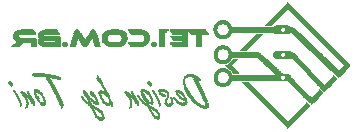
<source format=gbo>
G04 EAGLE Gerber RS-274X export*
G75*
%MOMM*%
%FSLAX34Y34*%
%LPD*%
%INSilkscreen Bottom*%
%IPPOS*%
%AMOC8*
5,1,8,0,0,1.08239X$1,22.5*%
G01*
%ADD10R,0.013128X0.013131*%
%ADD11R,0.039391X0.013137*%
%ADD12R,0.065650X0.013122*%
%ADD13R,0.091909X0.013128*%
%ADD14R,0.118159X0.013131*%
%ADD15R,0.144428X0.013131*%
%ADD16R,0.170691X0.013128*%
%ADD17R,0.196941X0.013131*%
%ADD18R,0.223209X0.013128*%
%ADD19R,0.249472X0.013131*%
%ADD20R,0.275719X0.013131*%
%ADD21R,0.301991X0.013137*%
%ADD22R,0.328250X0.013122*%
%ADD23R,0.354509X0.013128*%
%ADD24R,0.380772X0.013131*%
%ADD25R,0.407041X0.013141*%
%ADD26R,0.433291X0.013119*%
%ADD27R,0.459550X0.013131*%
%ADD28R,0.485819X0.013128*%
%ADD29R,0.512072X0.013131*%
%ADD30R,0.538328X0.013131*%
%ADD31R,0.564591X0.013128*%
%ADD32R,0.590850X0.013141*%
%ADD33R,0.617109X0.013119*%
%ADD34R,0.643369X0.013131*%
%ADD35R,0.669628X0.013131*%
%ADD36R,0.695891X0.013128*%
%ADD37R,0.722141X0.013131*%
%ADD38R,0.748409X0.013128*%
%ADD39R,0.774672X0.013131*%
%ADD40R,0.800919X0.013131*%
%ADD41R,0.827191X0.013137*%
%ADD42R,0.853450X0.013122*%
%ADD43R,0.879700X0.013128*%
%ADD44R,0.905972X0.013131*%
%ADD45R,0.932228X0.013131*%
%ADD46R,0.958491X0.013128*%
%ADD47R,0.984750X0.013141*%
%ADD48R,1.011019X0.013119*%
%ADD49R,1.037272X0.013131*%
%ADD50R,1.063528X0.013131*%
%ADD51R,1.089800X0.013128*%
%ADD52R,1.116050X0.013141*%
%ADD53R,0.551469X0.013119*%
%ADD54R,0.564591X0.013119*%
%ADD55R,0.551463X0.013131*%
%ADD56R,0.564591X0.013131*%
%ADD57R,0.551459X0.013131*%
%ADD58R,0.564588X0.013131*%
%ADD59R,0.551472X0.013137*%
%ADD60R,0.564591X0.013137*%
%ADD61R,0.551450X0.013122*%
%ADD62R,0.564600X0.013122*%
%ADD63R,0.551459X0.013128*%
%ADD64R,0.551472X0.013131*%
%ADD65R,0.551450X0.013131*%
%ADD66R,0.551459X0.013137*%
%ADD67R,0.157559X0.013137*%
%ADD68R,0.551469X0.013122*%
%ADD69R,0.564591X0.013122*%
%ADD70R,0.236341X0.013122*%
%ADD71R,0.551450X0.013128*%
%ADD72R,0.288850X0.013128*%
%ADD73R,0.354513X0.013131*%
%ADD74R,0.551459X0.013141*%
%ADD75R,0.564588X0.013141*%
%ADD76R,0.380769X0.013141*%
%ADD77R,0.551450X0.013119*%
%ADD78R,0.420159X0.013119*%
%ADD79R,0.564578X0.013128*%
%ADD80R,0.485809X0.013128*%
%ADD81R,0.236350X0.013131*%
%ADD82R,0.288859X0.013131*%
%ADD83R,0.525200X0.013131*%
%ADD84R,0.564581X0.013128*%
%ADD85R,0.328250X0.013128*%
%ADD86R,0.564600X0.013128*%
%ADD87R,0.367628X0.013131*%
%ADD88R,0.577719X0.013131*%
%ADD89R,0.551469X0.013128*%
%ADD90R,0.393891X0.013128*%
%ADD91R,0.603981X0.013128*%
%ADD92R,0.420150X0.013131*%
%ADD93R,0.617109X0.013131*%
%ADD94R,0.446422X0.013131*%
%ADD95R,0.630241X0.013131*%
%ADD96R,0.551472X0.013128*%
%ADD97R,0.472688X0.013128*%
%ADD98R,0.656500X0.013128*%
%ADD99R,0.485819X0.013131*%
%ADD100R,0.512069X0.013128*%
%ADD101R,0.275738X0.013128*%
%ADD102R,0.315122X0.013128*%
%ADD103R,0.249469X0.013131*%
%ADD104R,0.564600X0.013131*%
%ADD105R,0.538331X0.013131*%
%ADD106R,0.236338X0.013131*%
%ADD107R,0.275728X0.013131*%
%ADD108R,0.236338X0.013128*%
%ADD109R,0.262591X0.013128*%
%ADD110R,0.551469X0.013141*%
%ADD111R,0.564591X0.013141*%
%ADD112R,0.577722X0.013141*%
%ADD113R,0.223209X0.013141*%
%ADD114R,0.262600X0.013141*%
%ADD115R,0.590850X0.013119*%
%ADD116R,0.223209X0.013119*%
%ADD117R,0.262609X0.013119*%
%ADD118R,0.236341X0.013131*%
%ADD119R,0.262591X0.013131*%
%ADD120R,0.223209X0.013131*%
%ADD121R,0.249478X0.013131*%
%ADD122R,0.551469X0.013131*%
%ADD123R,0.223213X0.013131*%
%ADD124R,0.249463X0.013131*%
%ADD125R,0.249481X0.013131*%
%ADD126R,0.210091X0.013128*%
%ADD127R,0.249469X0.013128*%
%ADD128R,0.210091X0.013141*%
%ADD129R,0.249481X0.013141*%
%ADD130R,0.249469X0.013141*%
%ADD131R,0.551459X0.013119*%
%ADD132R,0.210091X0.013119*%
%ADD133R,0.223219X0.013119*%
%ADD134R,0.236341X0.013119*%
%ADD135R,0.210091X0.013131*%
%ADD136R,0.223222X0.013131*%
%ADD137R,0.223219X0.013131*%
%ADD138R,0.223213X0.013128*%
%ADD139R,0.210081X0.013128*%
%ADD140R,0.236341X0.013128*%
%ADD141R,0.551450X0.013141*%
%ADD142R,0.196959X0.013141*%
%ADD143R,0.236341X0.013141*%
%ADD144R,0.210081X0.013141*%
%ADD145R,0.236331X0.013141*%
%ADD146R,0.196959X0.013119*%
%ADD147R,0.236328X0.013119*%
%ADD148R,0.564581X0.013131*%
%ADD149R,0.196959X0.013131*%
%ADD150R,0.223200X0.013131*%
%ADD151R,0.236328X0.013131*%
%ADD152R,0.223200X0.013141*%
%ADD153R,0.210081X0.013119*%
%ADD154R,0.210069X0.013119*%
%ADD155R,0.210078X0.013131*%
%ADD156R,0.210081X0.013131*%
%ADD157R,0.210078X0.013128*%
%ADD158R,0.210072X0.013141*%
%ADD159R,0.223219X0.013141*%
%ADD160R,0.236350X0.013141*%
%ADD161R,0.223200X0.013119*%
%ADD162R,0.236350X0.013119*%
%ADD163R,0.210069X0.013131*%
%ADD164R,0.223200X0.013128*%
%ADD165R,0.223222X0.013128*%
%ADD166R,0.223222X0.013119*%
%ADD167R,0.249459X0.013131*%
%ADD168R,0.223219X0.013128*%
%ADD169R,0.249463X0.013128*%
%ADD170R,0.210069X0.013141*%
%ADD171R,0.249472X0.013141*%
%ADD172R,0.551463X0.013119*%
%ADD173R,0.262613X0.013119*%
%ADD174R,0.236331X0.013119*%
%ADD175R,0.210072X0.013131*%
%ADD176R,0.262609X0.013131*%
%ADD177R,0.236331X0.013131*%
%ADD178R,0.210072X0.013128*%
%ADD179R,0.262600X0.013128*%
%ADD180R,0.236331X0.013128*%
%ADD181R,0.262600X0.013131*%
%ADD182R,0.249459X0.013141*%
%ADD183R,0.210078X0.013141*%
%ADD184R,0.249459X0.013119*%
%ADD185R,0.262600X0.013119*%
%ADD186R,0.564578X0.013131*%
%ADD187R,0.196950X0.013131*%
%ADD188R,0.275728X0.013128*%
%ADD189R,0.275722X0.013131*%
%ADD190R,0.262609X0.013141*%
%ADD191R,0.275719X0.013141*%
%ADD192R,0.249478X0.013141*%
%ADD193R,0.196950X0.013119*%
%ADD194R,0.275741X0.013119*%
%ADD195R,0.249472X0.013128*%
%ADD196R,0.210088X0.013128*%
%ADD197R,0.275731X0.013128*%
%ADD198R,0.236350X0.013128*%
%ADD199R,0.288863X0.013128*%
%ADD200R,0.275741X0.013128*%
%ADD201R,0.196938X0.013128*%
%ADD202R,0.288859X0.013128*%
%ADD203R,0.275741X0.013131*%
%ADD204R,0.288850X0.013131*%
%ADD205R,0.196941X0.013128*%
%ADD206R,0.301991X0.013128*%
%ADD207R,0.301991X0.013131*%
%ADD208R,0.564588X0.013137*%
%ADD209R,0.288859X0.013137*%
%ADD210R,0.210069X0.013137*%
%ADD211R,0.249472X0.013137*%
%ADD212R,0.157559X0.013122*%
%ADD213R,0.301991X0.013122*%
%ADD214R,0.196950X0.013122*%
%ADD215R,0.315119X0.013122*%
%ADD216R,0.236331X0.013122*%
%ADD217R,0.525191X0.013128*%
%ADD218R,0.354509X0.013131*%
%ADD219R,0.498941X0.013131*%
%ADD220R,0.315131X0.013131*%
%ADD221R,0.472681X0.013131*%
%ADD222R,0.052522X0.013131*%
%ADD223R,0.538319X0.013131*%
%ADD224R,0.052519X0.013131*%
%ADD225R,0.052531X0.013131*%
%ADD226R,0.459550X0.013137*%
%ADD227R,0.472678X0.013137*%
%ADD228R,0.118181X0.013137*%
%ADD229R,0.538331X0.013137*%
%ADD230R,0.105038X0.013137*%
%ADD231R,0.118172X0.013137*%
%ADD232R,0.512072X0.013122*%
%ADD233R,0.446419X0.013122*%
%ADD234R,0.144431X0.013122*%
%ADD235R,0.131300X0.013122*%
%ADD236R,0.144428X0.013122*%
%ADD237R,0.433291X0.013128*%
%ADD238R,0.170681X0.013128*%
%ADD239R,0.157562X0.013128*%
%ADD240R,0.603981X0.013131*%
%ADD241R,0.407019X0.013131*%
%ADD242R,0.485809X0.013131*%
%ADD243R,0.170691X0.013131*%
%ADD244R,0.407022X0.013131*%
%ADD245R,0.564588X0.013128*%
%ADD246R,0.669637X0.013128*%
%ADD247R,0.380772X0.013128*%
%ADD248R,0.459550X0.013128*%
%ADD249R,0.709009X0.013131*%
%ADD250R,0.367650X0.013131*%
%ADD251R,0.433281X0.013131*%
%ADD252R,0.722141X0.013128*%
%ADD253R,0.341388X0.013128*%
%ADD254R,0.420172X0.013128*%
%ADD255R,0.748400X0.013131*%
%ADD256R,0.341391X0.013131*%
%ADD257R,0.407041X0.013131*%
%ADD258R,0.774659X0.013131*%
%ADD259R,0.315119X0.013131*%
%ADD260R,0.393909X0.013131*%
%ADD261R,0.814063X0.013128*%
%ADD262R,0.367650X0.013128*%
%ADD263R,0.249459X0.013128*%
%ADD264R,0.827191X0.013131*%
%ADD265R,0.144431X0.013131*%
%ADD266R,0.078791X0.013131*%
%ADD267R,0.354519X0.013131*%
%ADD268R,0.853450X0.013128*%
%ADD269R,0.052531X0.013128*%
%ADD270R,0.105041X0.013128*%
%ADD271R,0.052519X0.013128*%
%ADD272R,0.446419X0.013131*%
%ADD273R,0.328241X0.013131*%
%ADD274R,0.105041X0.013131*%
%ADD275R,0.301988X0.013131*%
%ADD276R,0.131300X0.013131*%
%ADD277R,0.341369X0.013131*%
%ADD278R,0.380769X0.013131*%
%ADD279R,0.341378X0.013131*%
%ADD280R,0.538328X0.013128*%
%ADD281R,0.275722X0.013128*%
%ADD282R,0.393900X0.013128*%
%ADD283R,0.157559X0.013128*%
%ADD284R,0.144431X0.013128*%
%ADD285R,0.512069X0.013131*%
%ADD286R,0.393900X0.013131*%
%ADD287R,0.013131X0.013131*%
%ADD288R,0.341381X0.013131*%
%ADD289R,0.170688X0.013131*%
%ADD290R,0.183819X0.013128*%
%ADD291R,0.091900X0.013128*%
%ADD292R,0.183822X0.013128*%
%ADD293R,0.341378X0.013128*%
%ADD294R,0.367641X0.013131*%
%ADD295R,0.183819X0.013131*%
%ADD296R,0.131291X0.013131*%
%ADD297R,0.183822X0.013131*%
%ADD298R,0.288863X0.013131*%
%ADD299R,0.131309X0.013131*%
%ADD300R,0.433300X0.013141*%
%ADD301R,0.275722X0.013141*%
%ADD302R,0.367628X0.013141*%
%ADD303R,0.315109X0.013141*%
%ADD304R,0.196950X0.013141*%
%ADD305R,0.315122X0.013141*%
%ADD306R,0.157562X0.013141*%
%ADD307R,0.380772X0.013141*%
%ADD308R,0.341381X0.013141*%
%ADD309R,0.328250X0.013141*%
%ADD310R,0.157559X0.013141*%
%ADD311R,0.393900X0.013119*%
%ADD312R,0.354519X0.013119*%
%ADD313R,0.380769X0.013119*%
%ADD314R,0.603981X0.013119*%
%ADD315R,0.328250X0.013119*%
%ADD316R,0.170700X0.013119*%
%ADD317R,0.407028X0.013119*%
%ADD318R,0.354513X0.013119*%
%ADD319R,0.275738X0.013119*%
%ADD320R,0.367641X0.013119*%
%ADD321R,0.170678X0.013119*%
%ADD322R,0.433291X0.013131*%
%ADD323R,0.656500X0.013131*%
%ADD324R,0.091900X0.013131*%
%ADD325R,0.630238X0.013128*%
%ADD326R,0.052522X0.013128*%
%ADD327R,0.196959X0.013128*%
%ADD328R,0.196950X0.013128*%
%ADD329R,0.380759X0.013128*%
%ADD330R,0.262609X0.013128*%
%ADD331R,0.420150X0.013128*%
%ADD332R,0.315122X0.013131*%
%ADD333R,0.525188X0.013131*%
%ADD334R,0.682759X0.013131*%
%ADD335R,0.039391X0.013131*%
%ADD336R,0.328250X0.013131*%
%ADD337R,0.669631X0.013131*%
%ADD338R,0.196938X0.013131*%
%ADD339R,0.367638X0.013131*%
%ADD340R,0.695891X0.013131*%
%ADD341R,0.065650X0.013128*%
%ADD342R,0.328259X0.013128*%
%ADD343R,0.682763X0.013128*%
%ADD344R,0.393909X0.013128*%
%ADD345R,0.695900X0.013128*%
%ADD346R,0.485813X0.013128*%
%ADD347R,0.091900X0.013141*%
%ADD348R,0.328241X0.013141*%
%ADD349R,0.630241X0.013141*%
%ADD350R,0.288859X0.013141*%
%ADD351R,0.275731X0.013141*%
%ADD352R,0.393909X0.013141*%
%ADD353R,0.709028X0.013141*%
%ADD354R,0.446419X0.013141*%
%ADD355R,0.275728X0.013141*%
%ADD356R,0.498941X0.013141*%
%ADD357R,0.118169X0.013119*%
%ADD358R,0.183819X0.013119*%
%ADD359R,0.249469X0.013119*%
%ADD360R,0.656500X0.013119*%
%ADD361R,0.288859X0.013119*%
%ADD362R,0.315119X0.013119*%
%ADD363R,0.407031X0.013119*%
%ADD364R,0.722150X0.013119*%
%ADD365R,0.354509X0.013119*%
%ADD366R,0.446422X0.013119*%
%ADD367R,0.275728X0.013119*%
%ADD368R,0.525200X0.013119*%
%ADD369R,0.157562X0.013131*%
%ADD370R,0.407028X0.013131*%
%ADD371R,0.722150X0.013131*%
%ADD372R,0.275731X0.013131*%
%ADD373R,0.170691X0.013141*%
%ADD374R,0.131300X0.013141*%
%ADD375R,0.722150X0.013141*%
%ADD376R,0.354519X0.013141*%
%ADD377R,0.420159X0.013141*%
%ADD378R,0.735281X0.013141*%
%ADD379R,0.459550X0.013141*%
%ADD380R,0.236328X0.013141*%
%ADD381R,0.105038X0.013119*%
%ADD382R,0.249481X0.013119*%
%ADD383R,0.748422X0.013119*%
%ADD384R,0.249472X0.013119*%
%ADD385R,0.735278X0.013119*%
%ADD386R,0.420172X0.013119*%
%ADD387R,0.472678X0.013119*%
%ADD388R,0.078781X0.013131*%
%ADD389R,0.761541X0.013131*%
%ADD390R,0.407031X0.013131*%
%ADD391R,0.485813X0.013131*%
%ADD392R,0.262588X0.013131*%
%ADD393R,0.052528X0.013141*%
%ADD394R,0.315119X0.013141*%
%ADD395R,0.787800X0.013141*%
%ADD396R,0.236338X0.013141*%
%ADD397R,0.420162X0.013141*%
%ADD398R,0.301991X0.013141*%
%ADD399R,0.446422X0.013141*%
%ADD400R,0.577719X0.013141*%
%ADD401R,0.275731X0.013119*%
%ADD402R,0.026263X0.013119*%
%ADD403R,0.315122X0.013119*%
%ADD404R,0.354500X0.013119*%
%ADD405R,0.210078X0.013119*%
%ADD406R,0.196963X0.013119*%
%ADD407R,0.446419X0.013119*%
%ADD408R,0.262591X0.013119*%
%ADD409R,0.472681X0.013119*%
%ADD410R,0.498941X0.013119*%
%ADD411R,0.210088X0.013131*%
%ADD412R,0.341369X0.013128*%
%ADD413R,0.315109X0.013128*%
%ADD414R,0.472678X0.013128*%
%ADD415R,0.275719X0.013128*%
%ADD416R,0.498941X0.013128*%
%ADD417R,0.420162X0.013128*%
%ADD418R,0.315119X0.013128*%
%ADD419R,0.249478X0.013128*%
%ADD420R,0.446409X0.013131*%
%ADD421R,0.472681X0.013141*%
%ADD422R,0.183819X0.013141*%
%ADD423R,0.367641X0.013141*%
%ADD424R,0.538328X0.013141*%
%ADD425R,0.498938X0.013119*%
%ADD426R,0.301991X0.013119*%
%ADD427R,0.367628X0.013119*%
%ADD428R,0.354500X0.013131*%
%ADD429R,0.288869X0.013131*%
%ADD430R,0.551463X0.013141*%
%ADD431R,0.354500X0.013141*%
%ADD432R,0.275741X0.013141*%
%ADD433R,0.577719X0.013119*%
%ADD434R,0.210072X0.013119*%
%ADD435R,0.288863X0.013119*%
%ADD436R,0.210069X0.013128*%
%ADD437R,0.262613X0.013128*%
%ADD438R,0.183831X0.013128*%
%ADD439R,0.301988X0.013128*%
%ADD440R,0.183831X0.013131*%
%ADD441R,0.735281X0.013131*%
%ADD442R,0.183828X0.013131*%
%ADD443R,0.761538X0.013128*%
%ADD444R,0.183813X0.013128*%
%ADD445R,0.787800X0.013131*%
%ADD446R,0.183809X0.013131*%
%ADD447R,0.827200X0.013141*%
%ADD448R,0.183822X0.013141*%
%ADD449R,0.183809X0.013141*%
%ADD450R,0.223213X0.013141*%
%ADD451R,0.196941X0.013141*%
%ADD452R,0.853450X0.013119*%
%ADD453R,0.249463X0.013119*%
%ADD454R,0.170691X0.013119*%
%ADD455R,0.183809X0.013119*%
%ADD456R,0.196941X0.013119*%
%ADD457R,0.315131X0.013119*%
%ADD458R,0.879709X0.013131*%
%ADD459R,0.905969X0.013137*%
%ADD460R,0.262591X0.013137*%
%ADD461R,0.196950X0.013137*%
%ADD462R,0.170691X0.013137*%
%ADD463R,0.223209X0.013137*%
%ADD464R,0.210081X0.013137*%
%ADD465R,0.288869X0.013137*%
%ADD466R,0.183819X0.013137*%
%ADD467R,0.328259X0.013137*%
%ADD468R,0.249469X0.013137*%
%ADD469R,0.170681X0.013137*%
%ADD470R,0.236341X0.013137*%
%ADD471R,0.262600X0.013137*%
%ADD472R,0.328241X0.013137*%
%ADD473R,0.210072X0.013137*%
%ADD474R,0.210078X0.013137*%
%ADD475R,0.932231X0.013122*%
%ADD476R,0.249469X0.013122*%
%ADD477R,0.459550X0.013122*%
%ADD478R,0.210078X0.013122*%
%ADD479R,0.170700X0.013122*%
%ADD480R,0.223209X0.013122*%
%ADD481R,0.275738X0.013122*%
%ADD482R,0.170691X0.013122*%
%ADD483R,0.328259X0.013122*%
%ADD484R,0.210081X0.013122*%
%ADD485R,0.223222X0.013122*%
%ADD486R,0.236338X0.013122*%
%ADD487R,0.223213X0.013122*%
%ADD488R,0.170678X0.013122*%
%ADD489R,0.183822X0.013122*%
%ADD490R,0.275731X0.013122*%
%ADD491R,0.328241X0.013122*%
%ADD492R,0.210072X0.013122*%
%ADD493R,0.170700X0.013128*%
%ADD494R,0.984741X0.013131*%
%ADD495R,0.997881X0.013131*%
%ADD496R,0.157559X0.013131*%
%ADD497R,0.341372X0.013131*%
%ADD498R,1.024138X0.013128*%
%ADD499R,0.170688X0.013128*%
%ADD500R,0.407031X0.013128*%
%ADD501R,1.050391X0.013131*%
%ADD502R,1.076663X0.013141*%
%ADD503R,0.170688X0.013141*%
%ADD504R,0.354513X0.013141*%
%ADD505R,0.393900X0.013141*%
%ADD506R,1.102919X0.013119*%
%ADD507R,0.564600X0.013119*%
%ADD508R,0.249478X0.013119*%
%ADD509R,0.301988X0.013119*%
%ADD510R,0.157559X0.013119*%
%ADD511R,0.144431X0.013119*%
%ADD512R,1.142309X0.013131*%
%ADD513R,1.168578X0.013137*%
%ADD514R,0.288850X0.013137*%
%ADD515R,0.131300X0.013137*%
%ADD516R,0.223200X0.013137*%
%ADD517R,0.275731X0.013137*%
%ADD518R,0.380769X0.013137*%
%ADD519R,0.236328X0.013137*%
%ADD520R,0.367641X0.013137*%
%ADD521R,0.301988X0.013137*%
%ADD522R,0.223222X0.013137*%
%ADD523R,0.577719X0.013122*%
%ADD524R,0.603981X0.013122*%
%ADD525R,0.249472X0.013122*%
%ADD526R,0.288872X0.013122*%
%ADD527R,0.105041X0.013122*%
%ADD528R,0.262600X0.013122*%
%ADD529R,0.170688X0.013122*%
%ADD530R,0.380769X0.013122*%
%ADD531R,0.223200X0.013122*%
%ADD532R,0.236350X0.013122*%
%ADD533R,0.367628X0.013122*%
%ADD534R,0.144422X0.013122*%
%ADD535R,0.301988X0.013122*%
%ADD536R,0.380778X0.013122*%
%ADD537R,0.577722X0.013128*%
%ADD538R,0.603978X0.013128*%
%ADD539R,0.407037X0.013128*%
%ADD540R,0.236328X0.013128*%
%ADD541R,0.367631X0.013128*%
%ADD542R,0.407028X0.013128*%
%ADD543R,0.603991X0.013141*%
%ADD544R,0.039387X0.013141*%
%ADD545R,0.354509X0.013141*%
%ADD546R,0.144431X0.013141*%
%ADD547R,0.407031X0.013141*%
%ADD548R,0.577731X0.013122*%
%ADD549R,0.603978X0.013122*%
%ADD550R,0.407028X0.013122*%
%ADD551R,0.354513X0.013122*%
%ADD552R,0.275728X0.013122*%
%ADD553R,0.210091X0.013122*%
%ADD554R,0.577719X0.013128*%
%ADD555R,0.420159X0.013128*%
%ADD556R,0.354513X0.013128*%
%ADD557R,0.131312X0.013128*%
%ADD558R,0.577709X0.013131*%
%ADD559R,0.603991X0.013131*%
%ADD560R,0.131312X0.013131*%
%ADD561R,0.590850X0.013128*%
%ADD562R,0.446422X0.013128*%
%ADD563R,0.118181X0.013128*%
%ADD564R,0.590850X0.013131*%
%ADD565R,0.105050X0.013131*%
%ADD566R,0.577713X0.013131*%
%ADD567R,0.105038X0.013131*%
%ADD568R,0.328259X0.013131*%
%ADD569R,0.577719X0.013137*%
%ADD570R,0.590850X0.013137*%
%ADD571R,0.564600X0.013137*%
%ADD572R,0.183822X0.013137*%
%ADD573R,0.223219X0.013137*%
%ADD574R,0.328250X0.013137*%
%ADD575R,0.144431X0.013137*%
%ADD576R,0.446422X0.013137*%
%ADD577R,0.052519X0.013137*%
%ADD578R,0.288859X0.013122*%
%ADD579R,0.262609X0.013122*%
%ADD580R,0.118172X0.013128*%
%ADD581R,0.433288X0.013128*%
%ADD582R,0.577728X0.013141*%
%ADD583R,0.315131X0.013141*%
%ADD584R,0.118172X0.013141*%
%ADD585R,0.433291X0.013141*%
%ADD586R,0.223222X0.013141*%
%ADD587R,0.328259X0.013141*%
%ADD588R,0.577722X0.013122*%
%ADD589R,0.564588X0.013122*%
%ADD590R,0.288863X0.013122*%
%ADD591R,0.341381X0.013122*%
%ADD592R,0.433291X0.013122*%
%ADD593R,0.262591X0.013122*%
%ADD594R,0.315131X0.013122*%
%ADD595R,0.367641X0.013128*%
%ADD596R,0.078781X0.013128*%
%ADD597R,0.577728X0.013131*%
%ADD598R,0.026250X0.013131*%
%ADD599R,0.420159X0.013131*%
%ADD600R,0.577722X0.013131*%
%ADD601R,0.420162X0.013131*%
%ADD602R,0.420169X0.013131*%
%ADD603R,0.420169X0.013128*%
%ADD604R,0.380781X0.013128*%
%ADD605R,0.249481X0.013128*%
%ADD606R,0.262613X0.013141*%
%ADD607R,0.328263X0.013141*%
%ADD608R,0.590850X0.013122*%
%ADD609R,0.183819X0.013122*%
%ADD610R,0.393900X0.013122*%
%ADD611R,0.341391X0.013122*%
%ADD612R,0.564600X0.013141*%
%ADD613R,0.590859X0.013141*%
%ADD614R,0.393891X0.013141*%
%ADD615R,0.380772X0.013119*%
%ADD616R,0.288850X0.013119*%
%ADD617R,0.183822X0.013119*%
%ADD618R,0.380763X0.013119*%
%ADD619R,0.380759X0.013131*%
%ADD620R,0.393891X0.013131*%
%ADD621R,0.262588X0.013128*%
%ADD622R,0.433281X0.013128*%
%ADD623R,0.538322X0.013131*%
%ADD624R,0.774669X0.013131*%
%ADD625R,0.774669X0.013128*%
%ADD626R,0.275738X0.013131*%
%ADD627R,0.748413X0.013131*%
%ADD628R,0.525200X0.013128*%
%ADD629R,0.735281X0.013128*%
%ADD630R,0.512069X0.013141*%
%ADD631R,0.485800X0.013119*%
%ADD632R,0.577731X0.013131*%
%ADD633R,0.485800X0.013131*%
%ADD634R,0.118169X0.013131*%
%ADD635R,0.433300X0.013131*%
%ADD636R,0.170681X0.013131*%
%ADD637R,0.026259X0.013128*%
%ADD638R,0.446419X0.013128*%
%ADD639R,0.091919X0.013128*%
%ADD640R,0.407041X0.013128*%
%ADD641R,0.131309X0.013128*%
%ADD642R,0.183813X0.013131*%
%ADD643R,0.039400X0.013131*%
%ADD644R,0.577713X0.013128*%
%ADD645R,0.039387X0.013128*%
%ADD646R,0.105028X0.013131*%
%ADD647R,0.170700X0.013131*%
%ADD648R,0.761550X0.013131*%
%ADD649R,0.472678X0.013131*%
%ADD650R,0.157569X0.013131*%
%ADD651R,0.157572X0.013128*%
%ADD652R,0.183809X0.013128*%
%ADD653R,0.748422X0.013128*%
%ADD654R,0.118163X0.013128*%
%ADD655R,0.131291X0.013128*%
%ADD656R,0.722159X0.013141*%
%ADD657R,0.091922X0.013141*%
%ADD658R,0.512072X0.013141*%
%ADD659R,0.078781X0.013141*%
%ADD660R,0.433288X0.013141*%
%ADD661R,0.091909X0.013141*%
%ADD662R,0.131300X0.013119*%
%ADD663R,0.564581X0.013119*%
%ADD664R,0.564578X0.013119*%
%ADD665R,0.695900X0.013119*%
%ADD666R,0.039391X0.013119*%
%ADD667R,0.485809X0.013119*%
%ADD668R,0.669641X0.013131*%
%ADD669R,0.078791X0.013141*%
%ADD670R,0.105041X0.013141*%
%ADD671R,0.656509X0.013141*%
%ADD672R,0.052519X0.013119*%
%ADD673R,0.026259X0.013131*%
%ADD674R,0.393888X0.013131*%
%ADD675R,0.551463X0.013128*%
%ADD676R,0.354500X0.013128*%
%ADD677R,0.105031X0.013131*%
%ADD678R,0.577728X0.013128*%
%ADD679R,0.196963X0.013128*%
%ADD680R,0.446431X0.013131*%
%ADD681R,0.118163X0.013131*%
%ADD682R,0.472681X0.013128*%
%ADD683R,0.498931X0.013131*%
%ADD684R,0.262613X0.013131*%
%ADD685R,0.525209X0.013141*%
%ADD686R,0.577709X0.013141*%
%ADD687R,0.564578X0.013141*%
%ADD688R,0.590859X0.013128*%
%ADD689R,0.617113X0.013131*%
%ADD690R,0.669631X0.013128*%
%ADD691R,0.709019X0.013131*%
%ADD692R,0.800938X0.013128*%
%ADD693R,0.577709X0.013128*%
%ADD694R,0.853450X0.013141*%
%ADD695R,0.262591X0.013141*%
%ADD696R,0.879719X0.013119*%
%ADD697R,0.577709X0.013119*%
%ADD698R,0.275722X0.013119*%
%ADD699R,0.932228X0.013128*%
%ADD700R,0.538322X0.013128*%
%ADD701R,0.958491X0.013131*%
%ADD702R,0.052509X0.013131*%
%ADD703R,0.984750X0.013128*%
%ADD704R,0.669641X0.013128*%
%ADD705R,0.118159X0.013128*%
%ADD706R,0.118169X0.013128*%
%ADD707R,1.011009X0.013131*%
%ADD708R,1.063528X0.013128*%
%ADD709R,0.800931X0.013128*%
%ADD710R,1.089791X0.013131*%
%ADD711R,0.853441X0.013131*%
%ADD712R,1.116050X0.013128*%
%ADD713R,0.879709X0.013128*%
%ADD714R,1.168569X0.013131*%
%ADD715R,0.932231X0.013131*%
%ADD716R,0.590859X0.013131*%
%ADD717R,1.037269X0.013131*%
%ADD718R,1.063531X0.013128*%
%ADD719R,1.116059X0.013131*%
%ADD720R,1.142300X0.013128*%
%ADD721R,1.194831X0.013128*%
%ADD722R,0.577731X0.013137*%
%ADD723R,0.446419X0.013137*%
%ADD724R,0.275728X0.013137*%
%ADD725R,0.249463X0.013137*%
%ADD726R,0.577713X0.013122*%
%ADD727R,0.420159X0.013122*%
%ADD728R,0.420172X0.013122*%
%ADD729R,0.393912X0.013128*%
%ADD730R,0.590838X0.013131*%
%ADD731R,0.590841X0.013131*%
%ADD732R,0.105031X0.013128*%
%ADD733R,0.590841X0.013128*%
%ADD734R,0.315128X0.013128*%
%ADD735R,0.262588X0.013141*%
%ADD736R,0.551459X0.013122*%
%ADD737R,0.590859X0.013122*%
%ADD738R,0.315122X0.013122*%
%ADD739R,0.315113X0.013122*%
%ADD740R,0.026269X0.013122*%
%ADD741R,0.262588X0.013122*%
%ADD742R,1.614988X0.013128*%
%ADD743R,1.641250X0.013141*%
%ADD744R,0.144422X0.013141*%
%ADD745R,0.249463X0.013141*%
%ADD746R,1.654378X0.013119*%
%ADD747R,0.170688X0.013119*%
%ADD748R,1.667522X0.013131*%
%ADD749R,1.680641X0.013141*%
%ADD750R,0.590841X0.013119*%
%ADD751R,0.814069X0.013119*%
%ADD752R,4.542981X0.013119*%
%ADD753R,4.516719X0.013131*%
%ADD754R,0.735278X0.013141*%
%ADD755R,4.490459X0.013141*%
%ADD756R,0.709022X0.013119*%
%ADD757R,4.464200X0.013119*%
%ADD758R,0.078781X0.013119*%
%ADD759R,4.451059X0.013131*%
%ADD760R,0.551450X0.013137*%
%ADD761R,0.656500X0.013137*%
%ADD762R,4.437938X0.013137*%
%ADD763R,0.630241X0.013122*%
%ADD764R,4.411691X0.013122*%
%ADD765R,0.275719X0.013122*%
%ADD766R,0.564581X0.013122*%
%ADD767R,0.617100X0.013128*%
%ADD768R,4.411691X0.013128*%
%ADD769R,0.590863X0.013141*%
%ADD770R,4.398550X0.013141*%
%ADD771R,0.288850X0.013141*%
%ADD772R,0.538331X0.013141*%
%ADD773R,0.525200X0.013122*%
%ADD774R,4.398550X0.013122*%
%ADD775R,0.288850X0.013122*%
%ADD776R,0.538331X0.013122*%
%ADD777R,4.372291X0.013128*%
%ADD778R,0.512078X0.013128*%
%ADD779R,4.372291X0.013131*%
%ADD780R,0.446409X0.013128*%
%ADD781R,0.630241X0.013128*%
%ADD782R,0.512059X0.013131*%
%ADD783R,0.682763X0.013131*%
%ADD784R,4.359159X0.013128*%
%ADD785R,0.814059X0.013128*%
%ADD786R,0.472672X0.013131*%
%ADD787R,0.013131X0.013128*%
%ADD788R,1.194828X0.013128*%
%ADD789R,1.155431X0.013131*%
%ADD790R,0.065650X0.013141*%
%ADD791R,4.372291X0.013141*%
%ADD792R,1.129181X0.013141*%
%ADD793R,0.091909X0.013119*%
%ADD794R,0.577722X0.013119*%
%ADD795R,4.372291X0.013119*%
%ADD796R,1.155441X0.013119*%
%ADD797R,1.089788X0.013119*%
%ADD798R,0.459563X0.013131*%
%ADD799R,4.385409X0.013131*%
%ADD800R,1.116038X0.013131*%
%ADD801R,1.076663X0.013131*%
%ADD802R,0.157572X0.013141*%
%ADD803R,0.459563X0.013141*%
%ADD804R,1.089791X0.013141*%
%ADD805R,1.102919X0.013141*%
%ADD806R,0.144419X0.013119*%
%ADD807R,0.459550X0.013119*%
%ADD808R,4.411691X0.013119*%
%ADD809R,1.050400X0.013119*%
%ADD810R,1.181709X0.013119*%
%ADD811R,4.411691X0.013131*%
%ADD812R,1.011013X0.013131*%
%ADD813R,1.299869X0.013131*%
%ADD814R,0.091909X0.013137*%
%ADD815R,0.577722X0.013137*%
%ADD816R,4.424819X0.013137*%
%ADD817R,0.275719X0.013137*%
%ADD818R,0.984750X0.013137*%
%ADD819R,1.523081X0.013137*%
%ADD820R,0.275741X0.013122*%
%ADD821R,0.577709X0.013122*%
%ADD822R,0.472688X0.013122*%
%ADD823R,4.451059X0.013122*%
%ADD824R,0.945359X0.013122*%
%ADD825R,0.105038X0.013122*%
%ADD826R,1.785691X0.013122*%
%ADD827R,0.039391X0.013128*%
%ADD828R,4.464200X0.013128*%
%ADD829R,0.905972X0.013128*%
%ADD830R,0.039400X0.013128*%
%ADD831R,1.838200X0.013128*%
%ADD832R,0.013119X0.013141*%
%ADD833R,0.472678X0.013141*%
%ADD834R,4.477328X0.013141*%
%ADD835R,0.866569X0.013141*%
%ADD836R,1.825078X0.013141*%
%ADD837R,0.354509X0.013122*%
%ADD838R,0.485813X0.013122*%
%ADD839R,4.516719X0.013122*%
%ADD840R,0.814059X0.013122*%
%ADD841R,1.798809X0.013122*%
%ADD842R,0.380769X0.013128*%
%ADD843R,0.498950X0.013128*%
%ADD844R,4.542981X0.013128*%
%ADD845R,0.774681X0.013128*%
%ADD846R,1.759422X0.013128*%
%ADD847R,1.326128X0.013141*%
%ADD848R,0.709019X0.013141*%
%ADD849R,1.706888X0.013141*%
%ADD850R,1.273600X0.013119*%
%ADD851R,0.643369X0.013119*%
%ADD852R,1.641250X0.013119*%
%ADD853R,1.221091X0.013131*%
%ADD854R,1.588731X0.013131*%
%ADD855R,0.498950X0.013131*%
%ADD856R,1.168572X0.013131*%
%ADD857R,1.523081X0.013131*%
%ADD858R,1.011009X0.013128*%
%ADD859R,0.315131X0.013128*%
%ADD860R,1.457431X0.013128*%
%ADD861R,1.391781X0.013131*%
%ADD862R,0.315113X0.013128*%
%ADD863R,1.313000X0.013128*%
%ADD864R,0.630250X0.013131*%
%ADD865R,0.315109X0.013131*%
%ADD866R,0.315128X0.013131*%
%ADD867R,1.129178X0.013131*%
%ADD868R,0.328241X0.013128*%
%ADD869R,0.603981X0.013141*%
%ADD870R,0.538319X0.013141*%
%ADD871R,0.341378X0.013141*%
%ADD872R,0.735291X0.013119*%
%ADD873R,0.603978X0.013119*%
%ADD874R,0.341391X0.013119*%
%ADD875R,0.341381X0.013119*%
%ADD876R,0.433288X0.013119*%
%ADD877R,0.603972X0.013131*%
%ADD878R,0.787791X0.013137*%
%ADD879R,0.603978X0.013137*%
%ADD880R,0.512072X0.013137*%
%ADD881R,0.354513X0.013137*%
%ADD882R,0.354509X0.013137*%
%ADD883R,0.590841X0.013122*%
%ADD884R,0.498941X0.013122*%
%ADD885R,0.367641X0.013122*%
%ADD886R,0.498928X0.013128*%
%ADD887R,0.879700X0.013141*%
%ADD888R,0.905969X0.013122*%
%ADD889R,0.485809X0.013122*%
%ADD890R,0.393912X0.013122*%
%ADD891R,0.932231X0.013128*%
%ADD892R,0.958491X0.013141*%
%ADD893R,0.984750X0.013119*%
%ADD894R,0.472691X0.013119*%
%ADD895R,0.997878X0.013131*%
%ADD896R,1.024131X0.013141*%
%ADD897R,0.603978X0.013141*%
%ADD898R,1.194831X0.013141*%
%ADD899R,0.564588X0.013119*%
%ADD900R,1.168569X0.013119*%
%ADD901R,1.076669X0.013131*%
%ADD902R,1.142300X0.013131*%
%ADD903R,1.102922X0.013128*%
%ADD904R,1.116059X0.013128*%
%ADD905R,1.129169X0.013131*%
%ADD906R,1.155441X0.013131*%
%ADD907R,1.063531X0.013131*%
%ADD908R,0.446431X0.013128*%
%ADD909R,1.037269X0.013128*%
%ADD910R,0.617100X0.013131*%
%ADD911R,0.603978X0.013131*%
%ADD912R,0.984750X0.013131*%
%ADD913R,0.617109X0.013128*%
%ADD914R,0.577731X0.013128*%
%ADD915R,0.853441X0.013128*%
%ADD916R,0.800931X0.013131*%
%ADD917R,0.603969X0.013141*%
%ADD918R,0.669641X0.013122*%
%ADD919R,0.603969X0.013128*%
%ADD920R,0.446413X0.013128*%
%ADD921R,0.446428X0.013141*%
%ADD922R,0.538322X0.013141*%
%ADD923R,0.485813X0.013141*%
%ADD924R,0.603969X0.013119*%
%ADD925R,0.498950X0.013119*%
%ADD926R,0.603969X0.013131*%
%ADD927R,0.577728X0.013119*%
%ADD928R,0.590841X0.013141*%
%ADD929R,0.512059X0.013141*%
%ADD930R,0.577731X0.013119*%
%ADD931R,0.590859X0.013119*%
%ADD932R,0.564581X0.013141*%
%ADD933R,0.603991X0.013119*%
%ADD934R,0.603972X0.013137*%
%ADD935R,0.564578X0.013122*%
%ADD936R,0.603991X0.013122*%
%ADD937R,0.341391X0.013128*%
%ADD938R,0.603972X0.013128*%
%ADD939R,0.328238X0.013128*%
%ADD940R,0.603991X0.013128*%
%ADD941R,0.722150X0.013128*%
%ADD942R,0.603988X0.013131*%
%ADD943R,0.315128X0.013119*%
%ADD944R,1.037269X0.013119*%
%ADD945R,0.603991X0.013137*%
%ADD946R,0.603981X0.013137*%
%ADD947R,1.089791X0.013137*%
%ADD948R,1.116059X0.013122*%
%ADD949R,1.168569X0.013141*%
%ADD950R,1.194831X0.013122*%
%ADD951R,0.512072X0.013128*%
%ADD952R,0.617113X0.013141*%
%ADD953R,0.420172X0.013131*%
%ADD954R,0.393912X0.013131*%
%ADD955R,0.341381X0.013128*%
%ADD956R,0.997869X0.013131*%
%ADD957R,1.089778X0.013128*%
%ADD958R,1.168559X0.013131*%
%ADD959R,1.221088X0.013131*%
%ADD960R,1.273613X0.013137*%
%ADD961R,1.299869X0.013122*%
%ADD962R,2.035150X0.013128*%
%ADD963R,2.048281X0.013141*%
%ADD964R,2.048291X0.013122*%
%ADD965R,2.048278X0.013128*%
%ADD966R,2.035150X0.013141*%
%ADD967R,3.059291X0.013141*%
%ADD968R,1.194828X0.013119*%
%ADD969R,3.033031X0.013119*%
%ADD970R,1.142313X0.013131*%
%ADD971R,0.695900X0.013131*%
%ADD972R,3.006769X0.013131*%
%ADD973R,1.116059X0.013141*%
%ADD974R,0.682763X0.013141*%
%ADD975R,2.993641X0.013141*%
%ADD976R,1.076659X0.013119*%
%ADD977R,0.669631X0.013119*%
%ADD978R,2.967378X0.013119*%
%ADD979R,1.050409X0.013131*%
%ADD980R,0.656491X0.013131*%
%ADD981R,2.954250X0.013131*%
%ADD982R,1.024141X0.013128*%
%ADD983R,2.941119X0.013128*%
%ADD984R,0.643372X0.013131*%
%ADD985R,2.914869X0.013131*%
%ADD986R,2.901741X0.013131*%
%ADD987R,0.958500X0.013128*%
%ADD988R,0.643369X0.013128*%
%ADD989R,2.888609X0.013128*%
%ADD990R,0.945362X0.013131*%
%ADD991R,2.875481X0.013131*%
%ADD992R,0.919100X0.013128*%
%ADD993R,0.630250X0.013128*%
%ADD994R,2.862350X0.013128*%
%ADD995R,2.849209X0.013131*%
%ADD996R,0.892831X0.013131*%
%ADD997R,2.836091X0.013131*%
%ADD998R,0.643372X0.013128*%
%ADD999R,2.809831X0.013128*%
%ADD1000R,0.866581X0.013131*%
%ADD1001R,2.796700X0.013131*%
%ADD1002R,2.770428X0.013128*%
%ADD1003R,2.757300X0.013131*%
%ADD1004R,0.840322X0.013131*%
%ADD1005R,2.744169X0.013131*%
%ADD1006R,0.827191X0.013128*%
%ADD1007R,2.731041X0.013128*%
%ADD1008R,0.814050X0.013141*%
%ADD1009R,0.630250X0.013141*%
%ADD1010R,2.717909X0.013141*%
%ADD1011R,0.800931X0.013119*%
%ADD1012R,0.630250X0.013119*%
%ADD1013R,2.704778X0.013119*%
%ADD1014R,0.800941X0.013131*%
%ADD1015R,0.630231X0.013131*%
%ADD1016R,2.691650X0.013131*%
%ADD1017R,0.787813X0.013141*%
%ADD1018R,0.630231X0.013141*%
%ADD1019R,2.691659X0.013141*%
%ADD1020R,0.787800X0.013119*%
%ADD1021R,0.643372X0.013119*%
%ADD1022R,2.665400X0.013119*%
%ADD1023R,2.652269X0.013131*%
%ADD1024R,0.617109X0.013141*%
%ADD1025R,0.774672X0.013141*%
%ADD1026R,0.643369X0.013141*%
%ADD1027R,2.639141X0.013141*%
%ADD1028R,0.761550X0.013119*%
%ADD1029R,2.639128X0.013119*%
%ADD1030R,0.656513X0.013131*%
%ADD1031R,2.612869X0.013131*%
%ADD1032R,2.573478X0.013128*%
%ADD1033R,0.669622X0.013131*%
%ADD1034R,2.534091X0.013131*%
%ADD1035R,0.682759X0.013128*%
%ADD1036R,0.722159X0.013131*%
%ADD1037R,1.352388X0.013128*%
%ADD1038R,1.326131X0.013131*%
%ADD1039R,1.299869X0.013128*%
%ADD1040R,1.247350X0.013131*%
%ADD1041R,1.194831X0.013131*%
%ADD1042R,0.315113X0.013131*%
%ADD1043R,1.142313X0.013128*%
%ADD1044R,0.603972X0.013141*%
%ADD1045R,0.617122X0.013131*%
%ADD1046R,0.551463X0.013137*%
%ADD1047R,0.393891X0.013137*%
%ADD1048R,1.168569X0.013128*%
%ADD1049R,1.089791X0.013128*%
%ADD1050R,0.617119X0.013131*%
%ADD1051R,0.722150X0.013137*%
%ADD1052R,0.433291X0.013137*%
%ADD1053R,1.247350X0.013137*%
%ADD1054R,0.433288X0.013137*%
%ADD1055R,0.118159X0.013137*%
%ADD1056R,0.800938X0.013137*%
%ADD1057R,0.485809X0.013137*%
%ADD1058R,0.420169X0.013137*%
%ADD1059R,0.630241X0.013137*%
%ADD1060R,0.446422X0.013122*%
%ADD1061R,1.273613X0.013122*%
%ADD1062R,0.433288X0.013122*%
%ADD1063R,0.932219X0.013122*%
%ADD1064R,0.827191X0.013122*%
%ADD1065R,1.365519X0.013122*%
%ADD1066R,0.656500X0.013122*%
%ADD1067R,1.286741X0.013128*%
%ADD1068R,0.997878X0.013128*%
%ADD1069R,0.945362X0.013128*%
%ADD1070R,1.431169X0.013128*%
%ADD1071R,0.656513X0.013128*%
%ADD1072R,1.299872X0.013141*%
%ADD1073R,0.301988X0.013141*%
%ADD1074R,1.050400X0.013141*%
%ADD1075R,1.050391X0.013141*%
%ADD1076R,0.485809X0.013141*%
%ADD1077R,1.483691X0.013141*%
%ADD1078R,0.656500X0.013141*%
%ADD1079R,1.313000X0.013122*%
%ADD1080R,1.102912X0.013122*%
%ADD1081R,1.129181X0.013122*%
%ADD1082R,0.367650X0.013122*%
%ADD1083R,0.341369X0.013122*%
%ADD1084R,1.523081X0.013122*%
%ADD1085R,0.643372X0.013122*%
%ADD1086R,1.155441X0.013128*%
%ADD1087R,1.562469X0.013128*%
%ADD1088R,0.433288X0.013131*%
%ADD1089R,1.194828X0.013131*%
%ADD1090R,1.260481X0.013131*%
%ADD1091R,1.601859X0.013131*%
%ADD1092R,1.339263X0.013128*%
%ADD1093R,0.407022X0.013128*%
%ADD1094R,1.234222X0.013128*%
%ADD1095R,1.326122X0.013128*%
%ADD1096R,0.485800X0.013128*%
%ADD1097R,1.628119X0.013128*%
%ADD1098R,1.352391X0.013131*%
%ADD1099R,1.273609X0.013131*%
%ADD1100R,1.378659X0.013131*%
%ADD1101R,1.654381X0.013131*%
%ADD1102R,1.365522X0.013131*%
%ADD1103R,1.312991X0.013131*%
%ADD1104R,1.418050X0.013131*%
%ADD1105R,1.667509X0.013131*%
%ADD1106R,0.643359X0.013131*%
%ADD1107R,1.365522X0.013128*%
%ADD1108R,1.339250X0.013128*%
%ADD1109R,1.693781X0.013128*%
%ADD1110R,1.378650X0.013131*%
%ADD1111R,1.509950X0.013131*%
%ADD1112R,1.706900X0.013131*%
%ADD1113R,1.391781X0.013128*%
%ADD1114R,1.391778X0.013128*%
%ADD1115R,1.536209X0.013128*%
%ADD1116R,0.525188X0.013128*%
%ADD1117R,1.733159X0.013128*%
%ADD1118R,0.656509X0.013128*%
%ADD1119R,1.404913X0.013131*%
%ADD1120R,1.431181X0.013131*%
%ADD1121R,1.575600X0.013131*%
%ADD1122R,0.472691X0.013131*%
%ADD1123R,1.746291X0.013131*%
%ADD1124R,1.457441X0.013131*%
%ADD1125R,1.614978X0.013131*%
%ADD1126R,0.485822X0.013131*%
%ADD1127R,1.759419X0.013131*%
%ADD1128R,1.418050X0.013128*%
%ADD1129R,1.470572X0.013128*%
%ADD1130R,1.641241X0.013128*%
%ADD1131R,0.485822X0.013128*%
%ADD1132R,1.772550X0.013128*%
%ADD1133R,1.431172X0.013131*%
%ADD1134R,1.496819X0.013131*%
%ADD1135R,1.680650X0.013131*%
%ADD1136R,1.785681X0.013131*%
%ADD1137R,1.444300X0.013128*%
%ADD1138R,1.523081X0.013128*%
%ADD1139R,1.706909X0.013128*%
%ADD1140R,0.472691X0.013128*%
%ADD1141R,1.798809X0.013128*%
%ADD1142R,1.457431X0.013131*%
%ADD1143R,1.562459X0.013131*%
%ADD1144R,1.733163X0.013131*%
%ADD1145R,1.811941X0.013131*%
%ADD1146R,1.588722X0.013131*%
%ADD1147R,0.643381X0.013131*%
%ADD1148R,1.825069X0.013131*%
%ADD1149R,1.470562X0.013128*%
%ADD1150R,1.601859X0.013128*%
%ADD1151R,1.785681X0.013128*%
%ADD1152R,1.825069X0.013128*%
%ADD1153R,1.483691X0.013131*%
%ADD1154R,1.614988X0.013131*%
%ADD1155R,1.811937X0.013131*%
%ADD1156R,1.838200X0.013131*%
%ADD1157R,0.656509X0.013131*%
%ADD1158R,0.603988X0.013128*%
%ADD1159R,1.496822X0.013128*%
%ADD1160R,1.641250X0.013128*%
%ADD1161R,0.682769X0.013128*%
%ADD1162R,1.851341X0.013128*%
%ADD1163R,1.496822X0.013131*%
%ADD1164R,1.667513X0.013131*%
%ADD1165R,1.851331X0.013131*%
%ADD1166R,0.709022X0.013131*%
%ADD1167R,1.851341X0.013131*%
%ADD1168R,1.693769X0.013131*%
%ADD1169R,1.877591X0.013131*%
%ADD1170R,1.864459X0.013131*%
%ADD1171R,1.706900X0.013128*%
%ADD1172R,1.903850X0.013128*%
%ADD1173R,0.735278X0.013128*%
%ADD1174R,0.288869X0.013128*%
%ADD1175R,1.864459X0.013128*%
%ADD1176R,1.536212X0.013141*%
%ADD1177R,1.733159X0.013141*%
%ADD1178R,1.916972X0.013141*%
%ADD1179R,0.472691X0.013141*%
%ADD1180R,0.761541X0.013141*%
%ADD1181R,1.864459X0.013141*%
%ADD1182R,1.549341X0.013119*%
%ADD1183R,1.746300X0.013119*%
%ADD1184R,1.930100X0.013119*%
%ADD1185R,0.774669X0.013119*%
%ADD1186R,1.877591X0.013119*%
%ADD1187R,1.680641X0.013131*%
%ADD1188R,0.472669X0.013131*%
%ADD1189R,0.472669X0.013128*%
%ADD1190R,1.654381X0.013128*%
%ADD1191R,0.840313X0.013131*%
%ADD1192R,1.641263X0.013131*%
%ADD1193R,0.459541X0.013128*%
%ADD1194R,1.628122X0.013128*%
%ADD1195R,0.538338X0.013131*%
%ADD1196R,0.866569X0.013131*%
%ADD1197R,1.628122X0.013131*%
%ADD1198R,0.525191X0.013131*%
%ADD1199R,0.892841X0.013131*%
%ADD1200R,0.512081X0.013128*%
%ADD1201R,0.472672X0.013128*%
%ADD1202R,0.905969X0.013128*%
%ADD1203R,1.680641X0.013128*%
%ADD1204R,0.498928X0.013131*%
%ADD1205R,0.919100X0.013131*%
%ADD1206R,0.498938X0.013128*%
%ADD1207R,1.733163X0.013128*%
%ADD1208R,0.945359X0.013131*%
%ADD1209R,0.971631X0.013131*%
%ADD1210R,1.772550X0.013131*%
%ADD1211R,1.877591X0.013128*%
%ADD1212R,1.798822X0.013131*%
%ADD1213R,1.207963X0.013128*%
%ADD1214R,1.811941X0.013128*%
%ADD1215R,1.024141X0.013131*%
%ADD1216R,1.825072X0.013131*%
%ADD1217R,1.234222X0.013131*%
%ADD1218R,1.050400X0.013131*%
%ADD1219R,1.851331X0.013128*%
%ADD1220R,1.864463X0.013131*%
%ADD1221R,1.260481X0.013128*%
%ADD1222R,1.273613X0.013131*%
%ADD1223R,1.890722X0.013131*%
%ADD1224R,1.273613X0.013141*%
%ADD1225R,0.525191X0.013141*%
%ADD1226R,1.825069X0.013141*%
%ADD1227R,1.890722X0.013141*%
%ADD1228R,1.286741X0.013119*%
%ADD1229R,0.525191X0.013119*%
%ADD1230R,0.472669X0.013119*%
%ADD1231R,1.811941X0.013119*%
%ADD1232R,1.903850X0.013119*%
%ADD1233R,0.196963X0.013131*%
%ADD1234R,1.299872X0.013131*%
%ADD1235R,0.459541X0.013131*%
%ADD1236R,1.798809X0.013131*%
%ADD1237R,1.903850X0.013131*%
%ADD1238R,0.354519X0.013128*%
%ADD1239R,1.916981X0.013128*%
%ADD1240R,1.916981X0.013131*%
%ADD1241R,1.930113X0.013131*%
%ADD1242R,1.930113X0.013128*%
%ADD1243R,0.971622X0.013131*%
%ADD1244R,0.984759X0.013131*%
%ADD1245R,0.709019X0.013128*%
%ADD1246R,0.971622X0.013128*%
%ADD1247R,0.984759X0.013128*%
%ADD1248R,0.958500X0.013131*%
%ADD1249R,0.525209X0.013131*%
%ADD1250R,0.800938X0.013131*%
%ADD1251R,0.853438X0.013128*%
%ADD1252R,0.932241X0.013128*%
%ADD1253R,0.879700X0.013131*%
%ADD1254R,0.905969X0.013131*%
%ADD1255R,1.024131X0.013128*%
%ADD1256R,0.879713X0.013128*%
%ADD1257R,1.076669X0.013128*%
%ADD1258R,1.116050X0.013131*%
%ADD1259R,1.470562X0.013131*%
%ADD1260R,0.840309X0.013131*%
%ADD1261R,1.129181X0.013131*%
%ADD1262R,0.827181X0.013131*%
%ADD1263R,0.498931X0.013128*%
%ADD1264R,0.814050X0.013128*%
%ADD1265R,1.181691X0.013131*%
%ADD1266R,0.498938X0.013131*%
%ADD1267R,0.800928X0.013131*%
%ADD1268R,0.800919X0.013128*%
%ADD1269R,0.787800X0.013128*%
%ADD1270R,0.761541X0.013128*%
%ADD1271R,0.748413X0.013128*%
%ADD1272R,0.748422X0.013131*%
%ADD1273R,0.735291X0.013128*%
%ADD1274R,0.774672X0.013128*%
%ADD1275R,0.709028X0.013128*%
%ADD1276R,1.457422X0.013141*%
%ADD1277R,0.525200X0.013141*%
%ADD1278R,1.483700X0.013141*%
%ADD1279R,1.969500X0.013141*%
%ADD1280R,0.695891X0.013141*%
%ADD1281R,1.877591X0.013141*%
%ADD1282R,1.916981X0.013141*%
%ADD1283R,1.457428X0.013131*%
%ADD1284R,1.286741X0.013131*%
%ADD1285R,1.956359X0.013131*%
%ADD1286R,0.617100X0.013119*%
%ADD1287R,0.328263X0.013119*%
%ADD1288R,1.457431X0.013119*%
%ADD1289R,1.299872X0.013119*%
%ADD1290R,1.496819X0.013119*%
%ADD1291R,0.656488X0.013119*%
%ADD1292R,1.838191X0.013119*%
%ADD1293R,1.470559X0.013131*%
%ADD1294R,1.916972X0.013131*%
%ADD1295R,0.656488X0.013131*%
%ADD1296R,1.838191X0.013131*%
%ADD1297R,1.457428X0.013128*%
%ADD1298R,1.890719X0.013128*%
%ADD1299R,0.630231X0.013128*%
%ADD1300R,1.339259X0.013141*%
%ADD1301R,1.457431X0.013141*%
%ADD1302R,1.339263X0.013141*%
%ADD1303R,1.496822X0.013141*%
%ADD1304R,1.851331X0.013141*%
%ADD1305R,1.772550X0.013141*%
%ADD1306R,1.825072X0.013141*%
%ADD1307R,1.365531X0.013119*%
%ADD1308R,0.315109X0.013119*%
%ADD1309R,1.470559X0.013119*%
%ADD1310R,1.339263X0.013119*%
%ADD1311R,1.825069X0.013119*%
%ADD1312R,1.759419X0.013119*%
%ADD1313R,2.127059X0.013131*%
%ADD1314R,1.470550X0.013131*%
%ADD1315R,1.746287X0.013131*%
%ADD1316R,1.785678X0.013131*%
%ADD1317R,2.127072X0.013128*%
%ADD1318R,1.483681X0.013128*%
%ADD1319R,1.720031X0.013128*%
%ADD1320R,2.127050X0.013131*%
%ADD1321R,1.483681X0.013131*%
%ADD1322R,1.247350X0.013128*%
%ADD1323R,3.637019X0.013128*%
%ADD1324R,1.483678X0.013128*%
%ADD1325R,1.667513X0.013128*%
%ADD1326R,1.720028X0.013128*%
%ADD1327R,4.569241X0.013141*%
%ADD1328R,1.470572X0.013141*%
%ADD1329R,1.391781X0.013141*%
%ADD1330R,1.693778X0.013141*%
%ADD1331R,0.538341X0.013141*%
%ADD1332R,1.693759X0.013141*%
%ADD1333R,1.155438X0.013122*%
%ADD1334R,4.542978X0.013122*%
%ADD1335R,1.457441X0.013122*%
%ADD1336R,1.404913X0.013122*%
%ADD1337R,1.470569X0.013122*%
%ADD1338R,1.654372X0.013122*%
%ADD1339R,0.538341X0.013122*%
%ADD1340R,1.641250X0.013122*%
%ADD1341R,1.667509X0.013122*%
%ADD1342R,1.129181X0.013128*%
%ADD1343R,4.516713X0.013128*%
%ADD1344R,1.457441X0.013128*%
%ADD1345R,1.628109X0.013128*%
%ADD1346R,1.641259X0.013128*%
%ADD1347R,1.102928X0.013131*%
%ADD1348R,4.490463X0.013131*%
%ADD1349R,1.457422X0.013131*%
%ADD1350R,0.512078X0.013131*%
%ADD1351R,1.628119X0.013131*%
%ADD1352R,1.076663X0.013128*%
%ADD1353R,4.477331X0.013128*%
%ADD1354R,1.470550X0.013128*%
%ADD1355R,1.431172X0.013128*%
%ADD1356R,1.549338X0.013128*%
%ADD1357R,1.549341X0.013128*%
%ADD1358R,4.464191X0.013141*%
%ADD1359R,1.470559X0.013141*%
%ADD1360R,1.444300X0.013141*%
%ADD1361R,0.695887X0.013141*%
%ADD1362R,1.509950X0.013141*%
%ADD1363R,0.485822X0.013141*%
%ADD1364R,1.523069X0.013141*%
%ADD1365R,1.562469X0.013141*%
%ADD1366R,1.024150X0.013131*%
%ADD1367R,4.451069X0.013131*%
%ADD1368R,0.695887X0.013131*%
%ADD1369R,1.418028X0.013131*%
%ADD1370R,1.496809X0.013131*%
%ADD1371R,1.536212X0.013131*%
%ADD1372R,1.011022X0.013119*%
%ADD1373R,4.437941X0.013119*%
%ADD1374R,1.470562X0.013119*%
%ADD1375R,0.709009X0.013119*%
%ADD1376R,1.418031X0.013119*%
%ADD1377R,1.418050X0.013119*%
%ADD1378R,1.509950X0.013119*%
%ADD1379R,4.424809X0.013131*%
%ADD1380R,1.457438X0.013131*%
%ADD1381R,1.404909X0.013131*%
%ADD1382R,1.365519X0.013131*%
%ADD1383R,1.431169X0.013131*%
%ADD1384R,0.971609X0.013128*%
%ADD1385R,4.424809X0.013128*%
%ADD1386R,0.288872X0.013128*%
%ADD1387R,1.470559X0.013128*%
%ADD1388R,1.483691X0.013128*%
%ADD1389R,1.378650X0.013128*%
%ADD1390R,1.312991X0.013128*%
%ADD1391R,0.407019X0.013128*%
%ADD1392R,4.411669X0.013131*%
%ADD1393R,0.288872X0.013131*%
%ADD1394R,0.735278X0.013131*%
%ADD1395R,0.932228X0.013141*%
%ADD1396R,4.411669X0.013141*%
%ADD1397R,1.457428X0.013141*%
%ADD1398R,0.748409X0.013141*%
%ADD1399R,1.326122X0.013141*%
%ADD1400R,0.367631X0.013141*%
%ADD1401R,1.299881X0.013141*%
%ADD1402R,0.919091X0.013128*%
%ADD1403R,4.398550X0.013128*%
%ADD1404R,4.385431X0.013122*%
%ADD1405R,1.470562X0.013122*%
%ADD1406R,0.761538X0.013122*%
%ADD1407R,1.273609X0.013122*%
%ADD1408R,0.997872X0.013122*%
%ADD1409R,1.207959X0.013122*%
%ADD1410R,1.234231X0.013122*%
%ADD1411R,4.385431X0.013128*%
%ADD1412R,1.536212X0.013128*%
%ADD1413R,1.207959X0.013128*%
%ADD1414R,1.142309X0.013128*%
%ADD1415R,1.155431X0.013128*%
%ADD1416R,0.853450X0.013131*%
%ADD1417R,4.385431X0.013131*%
%ADD1418R,1.549341X0.013131*%
%ADD1419R,1.129191X0.013131*%
%ADD1420R,1.037259X0.013131*%
%ADD1421R,0.840309X0.013137*%
%ADD1422R,4.398550X0.013137*%
%ADD1423R,0.275741X0.013137*%
%ADD1424R,4.437938X0.013141*%
%ADD1425R,0.288872X0.013141*%
%ADD1426R,4.451059X0.013119*%
%ADD1427R,0.288872X0.013119*%
%ADD1428R,4.477331X0.013131*%
%ADD1429R,0.761550X0.013128*%
%ADD1430R,4.490459X0.013128*%
%ADD1431R,0.761538X0.013131*%
%ADD1432R,4.542981X0.013141*%
%ADD1433R,0.787809X0.013119*%
%ADD1434R,3.650141X0.013119*%
%ADD1435R,1.418041X0.013131*%
%ADD1436R,1.391778X0.013141*%
%ADD1437R,1.352400X0.013128*%
%ADD1438R,1.260478X0.013128*%
%ADD1439R,1.011009X0.013141*%
%ADD1440R,0.315113X0.013141*%
%ADD1441R,0.984741X0.013122*%
%ADD1442R,0.328263X0.013131*%
%ADD1443R,0.472691X0.013122*%
%ADD1444R,0.472681X0.013122*%
%ADD1445R,1.129181X0.013137*%
%ADD1446R,1.076669X0.013119*%
%ADD1447R,1.024131X0.013131*%
%ADD1448R,0.958500X0.013141*%
%ADD1449R,0.932228X0.013119*%
%ADD1450R,0.853438X0.013131*%
%ADD1451R,0.196963X0.013141*%
%ADD1452R,0.551472X0.013141*%
%ADD1453R,0.551463X0.013122*%
%ADD1454R,1.089788X0.013131*%
%ADD1455R,1.037278X0.013141*%
%ADD1456R,1.011013X0.013122*%
%ADD1457R,0.958488X0.013131*%
%ADD1458R,0.905969X0.013141*%
%ADD1459R,0.879713X0.013131*%
%ADD1460R,0.853441X0.013119*%
%ADD1461R,0.827188X0.013131*%
%ADD1462R,0.748413X0.013141*%
%ADD1463R,0.695878X0.013131*%
%ADD1464R,0.590859X0.013137*%
%ADD1465R,0.170678X0.013131*%
%ADD1466R,0.065659X0.013128*%
%ADD1467R,0.039387X0.013131*%
%ADD1468R,0.013122X0.013128*%


D10*
X548498Y413275D03*
D11*
X548498Y413407D03*
D12*
X548498Y413538D03*
D13*
X548498Y413669D03*
D14*
X548498Y413800D03*
D15*
X548498Y413932D03*
D16*
X548498Y414063D03*
D17*
X548498Y414194D03*
D18*
X548498Y414326D03*
D19*
X548498Y414457D03*
D20*
X548498Y414588D03*
D21*
X548498Y414720D03*
D22*
X548498Y414851D03*
D23*
X548498Y414982D03*
D24*
X548498Y415113D03*
D25*
X548498Y415245D03*
D26*
X548498Y415376D03*
D27*
X548498Y415507D03*
D28*
X548498Y415639D03*
D29*
X548498Y415770D03*
D30*
X548498Y415901D03*
D31*
X548498Y416032D03*
D32*
X548498Y416164D03*
D33*
X548498Y416295D03*
D34*
X548498Y416426D03*
D35*
X548498Y416558D03*
D36*
X548498Y416689D03*
D37*
X548498Y416820D03*
D38*
X548498Y416952D03*
D39*
X548498Y417083D03*
D40*
X548498Y417214D03*
D41*
X548498Y417346D03*
D42*
X548498Y417477D03*
D43*
X548498Y417608D03*
D44*
X548498Y417739D03*
D45*
X548498Y417871D03*
D46*
X548498Y418002D03*
D47*
X548498Y418133D03*
D48*
X548498Y418265D03*
D49*
X548498Y418396D03*
D50*
X548498Y418527D03*
D51*
X548498Y418658D03*
D52*
X548498Y418790D03*
D53*
X551452Y418921D03*
D54*
X545609Y418921D03*
D55*
X551584Y419052D03*
D56*
X545478Y419052D03*
D57*
X551715Y419184D03*
D58*
X545347Y419184D03*
D59*
X551846Y419315D03*
D60*
X545215Y419315D03*
D61*
X551977Y419446D03*
D62*
X545084Y419446D03*
D63*
X552109Y419578D03*
D31*
X544953Y419578D03*
D64*
X552240Y419709D03*
D56*
X544822Y419709D03*
D65*
X552371Y419840D03*
D58*
X544690Y419840D03*
D66*
X552503Y419972D03*
D60*
X544559Y419972D03*
D67*
X390610Y419972D03*
D68*
X552634Y420103D03*
D69*
X544428Y420103D03*
D70*
X390478Y420103D03*
D71*
X552765Y420234D03*
D31*
X544296Y420234D03*
D72*
X390478Y420234D03*
D55*
X552897Y420365D03*
D56*
X544165Y420365D03*
D73*
X390413Y420365D03*
D74*
X553028Y420497D03*
D75*
X544034Y420497D03*
D76*
X390413Y420497D03*
D77*
X553159Y420628D03*
D54*
X543902Y420628D03*
D78*
X390347Y420628D03*
D57*
X553290Y420759D03*
D56*
X543771Y420759D03*
D27*
X390281Y420759D03*
D63*
X553422Y420891D03*
D79*
X543640Y420891D03*
D16*
X438469Y420891D03*
D80*
X390281Y420891D03*
D65*
X553553Y421022D03*
D56*
X543509Y421022D03*
D81*
X438403Y421022D03*
D29*
X390281Y421022D03*
D57*
X553684Y421153D03*
D58*
X543377Y421153D03*
D82*
X438403Y421153D03*
D83*
X390216Y421153D03*
D63*
X553816Y421284D03*
D84*
X543246Y421284D03*
D85*
X438337Y421284D03*
D86*
X390150Y421284D03*
D57*
X553947Y421416D03*
D56*
X543115Y421416D03*
D87*
X438272Y421416D03*
D88*
X390085Y421416D03*
D89*
X554078Y421547D03*
D31*
X542983Y421547D03*
D90*
X438272Y421547D03*
D91*
X390085Y421547D03*
D55*
X554210Y421678D03*
D56*
X542852Y421678D03*
D92*
X438272Y421678D03*
D93*
X390019Y421678D03*
D57*
X554341Y421810D03*
D58*
X542721Y421810D03*
D94*
X438140Y421810D03*
D95*
X389953Y421810D03*
D96*
X554472Y421941D03*
D31*
X542589Y421941D03*
D97*
X438140Y421941D03*
D98*
X389953Y421941D03*
D57*
X554603Y422072D03*
D56*
X542458Y422072D03*
D99*
X438075Y422072D03*
D35*
X389888Y422072D03*
D63*
X554735Y422204D03*
D31*
X542327Y422204D03*
D100*
X438075Y422204D03*
D101*
X391857Y422204D03*
D102*
X387984Y422204D03*
D64*
X554866Y422335D03*
D56*
X542196Y422335D03*
D83*
X438009Y422335D03*
D103*
X391988Y422335D03*
D82*
X387852Y422335D03*
D65*
X554997Y422466D03*
D104*
X542064Y422466D03*
D105*
X437943Y422466D03*
D106*
X392054Y422466D03*
D107*
X387655Y422466D03*
D63*
X555129Y422597D03*
D31*
X541933Y422597D03*
X437943Y422597D03*
D108*
X392054Y422597D03*
D109*
X387458Y422597D03*
D110*
X555260Y422729D03*
D111*
X541802Y422729D03*
D112*
X437878Y422729D03*
D113*
X392120Y422729D03*
D114*
X387327Y422729D03*
D77*
X555391Y422860D03*
D54*
X541670Y422860D03*
D115*
X437812Y422860D03*
D116*
X392120Y422860D03*
D117*
X387196Y422860D03*
D55*
X555523Y422991D03*
D56*
X541539Y422991D03*
D118*
X439585Y422991D03*
D119*
X436039Y422991D03*
D120*
X392120Y422991D03*
D121*
X387130Y422991D03*
D122*
X555654Y423123D03*
D58*
X541408Y423123D03*
D123*
X439650Y423123D03*
D124*
X435843Y423123D03*
D120*
X392120Y423123D03*
D125*
X386999Y423123D03*
D71*
X555785Y423254D03*
D31*
X541276Y423254D03*
D126*
X439716Y423254D03*
D127*
X435711Y423254D03*
D18*
X392120Y423254D03*
D127*
X386868Y423254D03*
D74*
X555916Y423385D03*
D111*
X541145Y423385D03*
D128*
X439716Y423385D03*
D129*
X435580Y423385D03*
D113*
X392120Y423385D03*
D130*
X386736Y423385D03*
D131*
X556048Y423517D03*
D54*
X541014Y423517D03*
D132*
X439716Y423517D03*
D133*
X435449Y423517D03*
D116*
X392120Y423517D03*
D134*
X386671Y423517D03*
D65*
X556179Y423648D03*
D56*
X540883Y423648D03*
D135*
X439716Y423648D03*
D136*
X435317Y423648D03*
D120*
X392120Y423648D03*
D118*
X386539Y423648D03*
D57*
X556310Y423779D03*
D58*
X540751Y423779D03*
D135*
X439716Y423779D03*
D137*
X435186Y423779D03*
D120*
X392120Y423779D03*
D103*
X386474Y423779D03*
D63*
X556442Y423910D03*
D84*
X540620Y423910D03*
D126*
X439716Y423910D03*
D138*
X435055Y423910D03*
D139*
X392054Y423910D03*
D140*
X386408Y423910D03*
D141*
X556573Y424042D03*
D111*
X540489Y424042D03*
D142*
X439650Y424042D03*
D143*
X434989Y424042D03*
D144*
X392054Y424042D03*
D145*
X386277Y424042D03*
D131*
X556704Y424173D03*
D54*
X540357Y424173D03*
D146*
X439650Y424173D03*
D116*
X434923Y424173D03*
X391988Y424173D03*
D147*
X386145Y424173D03*
D55*
X556836Y424304D03*
D148*
X540226Y424304D03*
D149*
X439650Y424304D03*
D150*
X434792Y424304D03*
D120*
X391988Y424304D03*
D151*
X386145Y424304D03*
D74*
X556967Y424436D03*
D75*
X540095Y424436D03*
D144*
X439585Y424436D03*
D152*
X434661Y424436D03*
D113*
X391857Y424436D03*
D143*
X386014Y424436D03*
D131*
X557098Y424567D03*
D54*
X539963Y424567D03*
D153*
X439585Y424567D03*
D154*
X434595Y424567D03*
D116*
X391857Y424567D03*
X385949Y424567D03*
D57*
X557229Y424698D03*
D56*
X539832Y424698D03*
D155*
X439453Y424698D03*
D150*
X434530Y424698D03*
D156*
X391791Y424698D03*
D118*
X385883Y424698D03*
D63*
X557361Y424830D03*
D31*
X539701Y424830D03*
D157*
X439453Y424830D03*
D138*
X434398Y424830D03*
X391726Y424830D03*
D140*
X385752Y424830D03*
D64*
X557492Y424961D03*
D56*
X539570Y424961D03*
D155*
X439453Y424961D03*
D156*
X434333Y424961D03*
D123*
X391726Y424961D03*
D118*
X385752Y424961D03*
D74*
X557623Y425092D03*
D111*
X539438Y425092D03*
D158*
X439322Y425092D03*
D113*
X434267Y425092D03*
D159*
X391594Y425092D03*
D160*
X385620Y425092D03*
D131*
X557755Y425224D03*
D54*
X539307Y425224D03*
D161*
X439256Y425224D03*
D116*
X434136Y425224D03*
D162*
X391529Y425224D03*
D133*
X385555Y425224D03*
D122*
X557886Y425355D03*
D56*
X539176Y425355D03*
D163*
X439191Y425355D03*
D156*
X434070Y425355D03*
D137*
X391463Y425355D03*
D81*
X385489Y425355D03*
D71*
X558017Y425486D03*
D86*
X539044Y425486D03*
D164*
X439125Y425486D03*
D165*
X434004Y425486D03*
D108*
X391398Y425486D03*
D165*
X385423Y425486D03*
D55*
X558149Y425617D03*
D56*
X538913Y425617D03*
D163*
X439059Y425617D03*
D137*
X433873Y425617D03*
D118*
X391266Y425617D03*
X385358Y425617D03*
D110*
X558280Y425749D03*
D75*
X538782Y425749D03*
D152*
X438994Y425749D03*
D128*
X433807Y425749D03*
D113*
X391201Y425749D03*
X385292Y425749D03*
D77*
X558411Y425880D03*
D54*
X538650Y425880D03*
D116*
X438862Y425880D03*
D166*
X433742Y425880D03*
D134*
X391135Y425880D03*
X385226Y425880D03*
D57*
X558542Y426011D03*
D56*
X538519Y426011D03*
D120*
X438862Y426011D03*
D135*
X433676Y426011D03*
D118*
X391004Y426011D03*
X385095Y426011D03*
D89*
X558674Y426143D03*
D31*
X538388Y426143D03*
D18*
X438731Y426143D03*
D157*
X433545Y426143D03*
D140*
X390872Y426143D03*
X385095Y426143D03*
D65*
X558805Y426274D03*
D56*
X538257Y426274D03*
D106*
X438666Y426274D03*
D155*
X433545Y426274D03*
D103*
X390807Y426274D03*
D118*
X384964Y426274D03*
D57*
X558936Y426405D03*
D58*
X538125Y426405D03*
D81*
X438534Y426405D03*
D156*
X433414Y426405D03*
D167*
X390675Y426405D03*
D118*
X384964Y426405D03*
D96*
X559068Y426536D03*
D31*
X537994Y426536D03*
D168*
X438469Y426536D03*
D18*
X433348Y426536D03*
D169*
X390544Y426536D03*
D108*
X384833Y426536D03*
D65*
X559199Y426668D03*
D56*
X537863Y426668D03*
D81*
X438403Y426668D03*
D163*
X433282Y426668D03*
D103*
X390413Y426668D03*
D106*
X384833Y426668D03*
D74*
X559330Y426799D03*
D111*
X537731Y426799D03*
D160*
X438272Y426799D03*
D170*
X433151Y426799D03*
D171*
X390281Y426799D03*
D145*
X384701Y426799D03*
D172*
X559462Y426930D03*
D54*
X537600Y426930D03*
D134*
X438140Y426930D03*
D154*
X433151Y426930D03*
D173*
X390216Y426930D03*
D174*
X384701Y426930D03*
D65*
X559593Y427062D03*
D58*
X537469Y427062D03*
D106*
X438009Y427062D03*
D175*
X433020Y427062D03*
D176*
X390084Y427062D03*
D177*
X384570Y427062D03*
D63*
X559724Y427193D03*
D31*
X537337Y427193D03*
D140*
X437878Y427193D03*
D178*
X433020Y427193D03*
D179*
X389953Y427193D03*
D180*
X384570Y427193D03*
D57*
X559855Y427324D03*
D148*
X537206Y427324D03*
D19*
X437812Y427324D03*
D155*
X432888Y427324D03*
D181*
X389822Y427324D03*
D118*
X384439Y427324D03*
D141*
X559987Y427456D03*
D111*
X537075Y427456D03*
D182*
X437681Y427456D03*
D183*
X432888Y427456D03*
D114*
X389691Y427456D03*
D143*
X384439Y427456D03*
D172*
X560118Y427587D03*
D54*
X536944Y427587D03*
D184*
X437549Y427587D03*
D153*
X432757Y427587D03*
D185*
X389559Y427587D03*
D134*
X384307Y427587D03*
D57*
X560249Y427718D03*
D186*
X536812Y427718D03*
D167*
X437418Y427718D03*
D187*
X432691Y427718D03*
D181*
X389428Y427718D03*
D118*
X384307Y427718D03*
D63*
X560381Y427849D03*
D31*
X536681Y427849D03*
D127*
X437287Y427849D03*
D157*
X432626Y427849D03*
D188*
X389231Y427849D03*
D127*
X384242Y427849D03*
D122*
X560512Y427981D03*
D56*
X536550Y427981D03*
D125*
X437156Y427981D03*
D187*
X432560Y427981D03*
D189*
X389100Y427981D03*
D106*
X384176Y427981D03*
D74*
X560643Y428112D03*
D75*
X536418Y428112D03*
D190*
X436959Y428112D03*
D144*
X432494Y428112D03*
D191*
X388968Y428112D03*
D192*
X384110Y428112D03*
D172*
X560775Y428243D03*
D54*
X536287Y428243D03*
D185*
X436827Y428243D03*
D193*
X432429Y428243D03*
D194*
X388837Y428243D03*
D162*
X384045Y428243D03*
D122*
X560906Y428375D03*
D58*
X536156Y428375D03*
D181*
X436696Y428375D03*
D135*
X432363Y428375D03*
D82*
X388640Y428375D03*
D125*
X383979Y428375D03*
D63*
X561037Y428506D03*
D86*
X536024Y428506D03*
D195*
X436499Y428506D03*
D196*
X432232Y428506D03*
D197*
X388443Y428506D03*
D198*
X383913Y428506D03*
D57*
X561168Y428637D03*
D56*
X535893Y428637D03*
D181*
X436302Y428637D03*
D149*
X432166Y428637D03*
D107*
X388312Y428637D03*
D81*
X383913Y428637D03*
D89*
X561300Y428769D03*
D31*
X535762Y428769D03*
D179*
X436171Y428769D03*
D126*
X432100Y428769D03*
D199*
X388115Y428769D03*
D140*
X383782Y428769D03*
D55*
X561431Y428900D03*
D56*
X535631Y428900D03*
D189*
X435974Y428900D03*
D149*
X432035Y428900D03*
D82*
X387984Y428900D03*
D118*
X383782Y428900D03*
D57*
X561562Y429031D03*
D58*
X535499Y429031D03*
D119*
X435777Y429031D03*
D155*
X431969Y429031D03*
D82*
X387852Y429031D03*
D118*
X383651Y429031D03*
D86*
X561759Y429162D03*
D31*
X535368Y429162D03*
D200*
X435580Y429162D03*
D201*
X431904Y429162D03*
D202*
X387590Y429162D03*
D140*
X383651Y429162D03*
D56*
X561891Y429294D03*
X535237Y429294D03*
D203*
X435449Y429294D03*
D163*
X431838Y429294D03*
D204*
X387458Y429294D03*
D106*
X383520Y429294D03*
D31*
X562022Y429425D03*
X535105Y429425D03*
D188*
X435186Y429425D03*
D205*
X431772Y429425D03*
D206*
X387261Y429425D03*
D108*
X383520Y429425D03*
D104*
X562153Y429556D03*
D56*
X534974Y429556D03*
D82*
X434989Y429556D03*
D175*
X431707Y429556D03*
D207*
X386999Y429556D03*
D118*
X383388Y429556D03*
D56*
X562284Y429688D03*
D58*
X534843Y429688D03*
D207*
X434792Y429688D03*
D17*
X431641Y429688D03*
D207*
X386868Y429688D03*
D118*
X383388Y429688D03*
D208*
X562416Y429819D03*
D60*
X534711Y429819D03*
D209*
X434595Y429819D03*
D210*
X431575Y429819D03*
D21*
X386605Y429819D03*
D211*
X383323Y429819D03*
D69*
X562547Y429950D03*
X534580Y429950D03*
D212*
X478843Y429950D03*
D213*
X434267Y429950D03*
D214*
X431510Y429950D03*
D215*
X386408Y429950D03*
D216*
X383257Y429950D03*
D31*
X562678Y430082D03*
X534449Y430082D03*
D179*
X478712Y430082D03*
D217*
X433020Y430082D03*
D102*
X386277Y430082D03*
D180*
X383257Y430082D03*
D56*
X562810Y430213D03*
X534318Y430213D03*
D218*
X478646Y430213D03*
D219*
X432888Y430213D03*
D220*
X386014Y430213D03*
D151*
X383126Y430213D03*
D56*
X562941Y430344D03*
D186*
X534186Y430344D03*
D92*
X478449Y430344D03*
D221*
X432757Y430344D03*
D222*
X415163Y430344D03*
D223*
X384636Y430344D03*
D224*
X357260Y430344D03*
D225*
X327192Y430344D03*
D208*
X563072Y430476D03*
D60*
X534055Y430476D03*
D226*
X478384Y430476D03*
D227*
X432626Y430476D03*
D228*
X415228Y430476D03*
D229*
X384504Y430476D03*
D230*
X357260Y430476D03*
D231*
X327257Y430476D03*
D69*
X563204Y430607D03*
X533924Y430607D03*
D232*
X478252Y430607D03*
D233*
X432494Y430607D03*
D234*
X415228Y430607D03*
D232*
X384373Y430607D03*
D235*
X357260Y430607D03*
D236*
X327257Y430607D03*
D31*
X563335Y430738D03*
D79*
X533792Y430738D03*
D63*
X478187Y430738D03*
D237*
X432297Y430738D03*
D238*
X415228Y430738D03*
D100*
X384242Y430738D03*
D239*
X357260Y430738D03*
D16*
X327257Y430738D03*
D56*
X563466Y430869D03*
X533661Y430869D03*
D240*
X478056Y430869D03*
D241*
X432166Y430869D03*
D17*
X415228Y430869D03*
D242*
X384110Y430869D03*
D243*
X357325Y430869D03*
D187*
X327257Y430869D03*
D104*
X563597Y431001D03*
D58*
X533530Y431001D03*
D34*
X477990Y431001D03*
D244*
X432035Y431001D03*
D156*
X415294Y431001D03*
D221*
X383913Y431001D03*
D187*
X357325Y431001D03*
D175*
X327323Y431001D03*
D245*
X563729Y431132D03*
D84*
X533398Y431132D03*
D246*
X477859Y431132D03*
D247*
X431904Y431132D03*
D138*
X415360Y431132D03*
D248*
X383848Y431132D03*
D157*
X357391Y431132D03*
D138*
X327389Y431132D03*
D56*
X563860Y431263D03*
X533267Y431263D03*
D249*
X477793Y431263D03*
D250*
X431707Y431263D03*
D118*
X415425Y431263D03*
D251*
X383716Y431263D03*
D120*
X357325Y431263D03*
D118*
X327454Y431263D03*
D86*
X563991Y431395D03*
D31*
X533136Y431395D03*
D252*
X477727Y431395D03*
D253*
X431575Y431395D03*
D18*
X415491Y431395D03*
D254*
X383519Y431395D03*
D18*
X357325Y431395D03*
X327520Y431395D03*
D56*
X564123Y431526D03*
D104*
X533005Y431526D03*
D255*
X477596Y431526D03*
D256*
X431444Y431526D03*
D118*
X415557Y431526D03*
D257*
X383454Y431526D03*
D177*
X357391Y431526D03*
D118*
X327586Y431526D03*
D56*
X564254Y431657D03*
D58*
X532873Y431657D03*
D258*
X477465Y431657D03*
D259*
X431313Y431657D03*
D118*
X415557Y431657D03*
D260*
X383257Y431657D03*
D177*
X357391Y431657D03*
D118*
X327586Y431657D03*
D86*
X564385Y431788D03*
D31*
X532742Y431788D03*
D261*
X477399Y431788D03*
D206*
X431116Y431788D03*
D198*
X415688Y431788D03*
D262*
X383126Y431788D03*
D263*
X357325Y431788D03*
D108*
X327717Y431788D03*
D56*
X564517Y431920D03*
X532611Y431920D03*
D264*
X477333Y431920D03*
D265*
X447922Y431920D03*
D207*
X430853Y431920D03*
D137*
X415754Y431920D03*
D266*
X399801Y431920D03*
D267*
X383060Y431920D03*
D167*
X357325Y431920D03*
D120*
X327783Y431920D03*
D79*
X564648Y432051D03*
D31*
X532479Y432051D03*
D268*
X477202Y432051D03*
D179*
X447988Y432051D03*
D269*
X440372Y432051D03*
D202*
X430656Y432051D03*
D168*
X415754Y432051D03*
D270*
X399801Y432051D03*
D23*
X382797Y432051D03*
D263*
X357325Y432051D03*
D18*
X327783Y432051D03*
D271*
X322728Y432051D03*
D104*
X564779Y432182D03*
D56*
X532348Y432182D03*
D220*
X479894Y432182D03*
D272*
X475036Y432182D03*
D273*
X447922Y432182D03*
D274*
X440372Y432182D03*
D275*
X430459Y432182D03*
D120*
X415885Y432182D03*
D276*
X399801Y432182D03*
D277*
X382600Y432182D03*
D119*
X357259Y432182D03*
D137*
X327914Y432182D03*
D274*
X322728Y432182D03*
D56*
X564910Y432314D03*
D58*
X532217Y432314D03*
D207*
X479959Y432314D03*
D92*
X474642Y432314D03*
D278*
X447922Y432314D03*
D276*
X440372Y432314D03*
D82*
X430262Y432314D03*
D120*
X415885Y432314D03*
D265*
X399866Y432314D03*
D279*
X382338Y432314D03*
D119*
X357259Y432314D03*
D137*
X327914Y432314D03*
D276*
X322728Y432314D03*
D280*
X564910Y432445D03*
D31*
X532085Y432445D03*
D281*
X479959Y432445D03*
D282*
X474379Y432445D03*
D237*
X447922Y432445D03*
D283*
X440372Y432445D03*
D202*
X430000Y432445D03*
D139*
X415951Y432445D03*
D283*
X399801Y432445D03*
D284*
X396584Y432445D03*
D23*
X382141Y432445D03*
D109*
X357259Y432445D03*
D270*
X341635Y432445D03*
D126*
X327980Y432445D03*
D283*
X322728Y432445D03*
D285*
X564910Y432576D03*
D56*
X531954Y432576D03*
D189*
X479959Y432576D03*
D286*
X474117Y432576D03*
D221*
X447857Y432576D03*
D243*
X440438Y432576D03*
D189*
X429803Y432576D03*
D287*
X421662Y432576D03*
D156*
X415951Y432576D03*
D243*
X399866Y432576D03*
D120*
X396584Y432576D03*
D288*
X381944Y432576D03*
D119*
X357259Y432576D03*
D187*
X341569Y432576D03*
D287*
X333691Y432576D03*
D135*
X327980Y432576D03*
D289*
X322793Y432576D03*
D80*
X564910Y432708D03*
D31*
X531823Y432708D03*
D281*
X479959Y432708D03*
D247*
X473920Y432708D03*
D270*
X460199Y432708D03*
D100*
X447922Y432708D03*
D290*
X440372Y432708D03*
D202*
X429606Y432708D03*
D291*
X421662Y432708D03*
D138*
X416016Y432708D03*
D292*
X399801Y432708D03*
D72*
X396518Y432708D03*
D293*
X381681Y432708D03*
D179*
X357128Y432708D03*
D127*
X341569Y432708D03*
D13*
X333691Y432708D03*
D165*
X328045Y432708D03*
D290*
X322728Y432708D03*
D27*
X564910Y432839D03*
D56*
X531692Y432839D03*
D189*
X479959Y432839D03*
D294*
X473723Y432839D03*
D118*
X460067Y432839D03*
D105*
X447922Y432839D03*
D295*
X440372Y432839D03*
D207*
X429540Y432839D03*
D296*
X421596Y432839D03*
D156*
X416082Y432839D03*
D297*
X399801Y432839D03*
D256*
X396518Y432839D03*
X381550Y432839D03*
D181*
X357128Y432839D03*
D298*
X341504Y432839D03*
D299*
X333625Y432839D03*
D156*
X328111Y432839D03*
D295*
X322728Y432839D03*
D300*
X564910Y432970D03*
D75*
X531560Y432970D03*
D301*
X479959Y432970D03*
D302*
X473460Y432970D03*
D303*
X460067Y432970D03*
D111*
X447922Y432970D03*
D304*
X440307Y432970D03*
D305*
X429343Y432970D03*
D306*
X421597Y432970D03*
D144*
X416082Y432970D03*
D304*
X399735Y432970D03*
D307*
X396453Y432970D03*
D308*
X381287Y432970D03*
D114*
X357128Y432970D03*
D309*
X341438Y432970D03*
D310*
X333625Y432970D03*
D144*
X328111Y432970D03*
D304*
X322662Y432970D03*
D311*
X564845Y433102D03*
D54*
X531429Y433102D03*
D185*
X479894Y433102D03*
D312*
X473263Y433102D03*
D313*
X460002Y433102D03*
D314*
X447857Y433102D03*
D193*
X440307Y433102D03*
D315*
X429278Y433102D03*
D316*
X421531Y433102D03*
D153*
X416082Y433102D03*
D193*
X399735Y433102D03*
D317*
X396453Y433102D03*
D318*
X381222Y433102D03*
D319*
X357063Y433102D03*
D320*
X341372Y433102D03*
D321*
X333560Y433102D03*
D153*
X328111Y433102D03*
D193*
X322662Y433102D03*
D294*
X564845Y433233D03*
D56*
X531298Y433233D03*
D181*
X479894Y433233D03*
D288*
X473066Y433233D03*
D322*
X459870Y433233D03*
D240*
X447857Y433233D03*
D187*
X440307Y433233D03*
D288*
X429212Y433233D03*
D149*
X421531Y433233D03*
D156*
X416082Y433233D03*
D323*
X397437Y433233D03*
D324*
X386999Y433233D03*
D24*
X381090Y433233D03*
D176*
X356997Y433233D03*
D286*
X341372Y433233D03*
D187*
X333560Y433233D03*
D156*
X328111Y433233D03*
D187*
X322662Y433233D03*
D293*
X564845Y433364D03*
D31*
X531166Y433364D03*
D179*
X479894Y433364D03*
D23*
X472869Y433364D03*
D80*
X459870Y433364D03*
D325*
X447857Y433364D03*
D139*
X440241Y433364D03*
D326*
X433282Y433364D03*
D23*
X429015Y433364D03*
D327*
X421531Y433364D03*
D328*
X416148Y433364D03*
D98*
X397306Y433364D03*
D16*
X386868Y433364D03*
D329*
X380959Y433364D03*
D330*
X356997Y433364D03*
D331*
X341372Y433364D03*
D328*
X333560Y433364D03*
X328177Y433364D03*
D157*
X322596Y433364D03*
D332*
X564845Y433495D03*
D56*
X531035Y433495D03*
D181*
X479894Y433495D03*
D279*
X472672Y433495D03*
D333*
X459805Y433495D03*
D323*
X447857Y433495D03*
D187*
X440175Y433495D03*
D15*
X433217Y433495D03*
D294*
X428949Y433495D03*
D155*
X421465Y433495D03*
D187*
X416148Y433495D03*
D334*
X397175Y433495D03*
D137*
X386868Y433495D03*
D244*
X380828Y433495D03*
D203*
X356931Y433495D03*
D94*
X341241Y433495D03*
D155*
X333494Y433495D03*
D187*
X328177Y433495D03*
X322531Y433495D03*
D335*
X568718Y433627D03*
D82*
X564845Y433627D03*
D58*
X530904Y433627D03*
D19*
X479828Y433627D03*
D336*
X472475Y433627D03*
D56*
X459739Y433627D03*
D337*
X447791Y433627D03*
D187*
X440175Y433627D03*
D338*
X433217Y433627D03*
D339*
X428818Y433627D03*
D120*
X421400Y433627D03*
D187*
X416148Y433627D03*
D340*
X397109Y433627D03*
D181*
X386802Y433627D03*
D241*
X380697Y433627D03*
D203*
X356931Y433627D03*
D221*
X341241Y433627D03*
D120*
X333429Y433627D03*
D187*
X328177Y433627D03*
X322531Y433627D03*
D341*
X568718Y433758D03*
D108*
X564714Y433758D03*
D84*
X530772Y433758D03*
D195*
X479828Y433758D03*
D342*
X472344Y433758D03*
D91*
X459674Y433758D03*
D343*
X447857Y433758D03*
D157*
X440110Y433758D03*
D180*
X433151Y433758D03*
D344*
X428687Y433758D03*
D18*
X421400Y433758D03*
D328*
X416148Y433758D03*
D345*
X396978Y433758D03*
D206*
X386736Y433758D03*
D331*
X380631Y433758D03*
D188*
X356800Y433758D03*
D346*
X341175Y433758D03*
D18*
X333429Y433758D03*
D328*
X328177Y433758D03*
D139*
X322465Y433758D03*
D347*
X568718Y433889D03*
D144*
X564714Y433889D03*
D111*
X530641Y433889D03*
D114*
X479762Y433889D03*
D348*
X472081Y433889D03*
D349*
X459542Y433889D03*
D305*
X449695Y433889D03*
D350*
X445756Y433889D03*
D183*
X440110Y433889D03*
D351*
X433085Y433889D03*
D352*
X428555Y433889D03*
D143*
X421334Y433889D03*
D304*
X416148Y433889D03*
D353*
X396912Y433889D03*
D305*
X386671Y433889D03*
D354*
X380500Y433889D03*
D355*
X356800Y433889D03*
D356*
X341110Y433889D03*
D143*
X333363Y433889D03*
D304*
X328177Y433889D03*
D144*
X322465Y433889D03*
D357*
X568718Y434021D03*
D358*
X564714Y434021D03*
D54*
X530510Y434021D03*
D359*
X479697Y434021D03*
D315*
X471950Y434021D03*
D360*
X459542Y434021D03*
D361*
X449957Y434021D03*
D185*
X445624Y434021D03*
D193*
X440044Y434021D03*
D362*
X433020Y434021D03*
D363*
X428490Y434021D03*
D134*
X421334Y434021D03*
D193*
X416148Y434021D03*
D364*
X396846Y434021D03*
D365*
X386605Y434021D03*
D366*
X380368Y434021D03*
D367*
X356800Y434021D03*
D368*
X341110Y434021D03*
D134*
X333363Y434021D03*
D193*
X328177Y434021D03*
X322399Y434021D03*
D265*
X568718Y434152D03*
D369*
X564714Y434152D03*
D148*
X530379Y434152D03*
D103*
X479697Y434152D03*
D336*
X471819Y434152D03*
D340*
X459477Y434152D03*
D181*
X450089Y434152D03*
D19*
X445427Y434152D03*
D135*
X439978Y434152D03*
D256*
X433020Y434152D03*
D370*
X428358Y434152D03*
D118*
X421203Y434152D03*
D187*
X416148Y434152D03*
D371*
X396715Y434152D03*
D294*
X386539Y434152D03*
D27*
X380303Y434152D03*
D372*
X356669Y434152D03*
D30*
X341044Y434152D03*
D151*
X333232Y434152D03*
D187*
X328177Y434152D03*
D155*
X322334Y434152D03*
D373*
X568718Y434283D03*
D374*
X564714Y434283D03*
D75*
X530247Y434283D03*
D130*
X479697Y434283D03*
D305*
X471622Y434283D03*
D375*
X459345Y434283D03*
D114*
X450220Y434283D03*
D145*
X445362Y434283D03*
D128*
X439978Y434283D03*
D376*
X432954Y434283D03*
D377*
X428293Y434283D03*
D143*
X421203Y434283D03*
D304*
X416148Y434283D03*
D378*
X396650Y434283D03*
D352*
X386408Y434283D03*
D379*
X380171Y434283D03*
D351*
X356669Y434283D03*
D74*
X340978Y434283D03*
D380*
X333232Y434283D03*
D304*
X328177Y434283D03*
D183*
X322334Y434283D03*
D193*
X568718Y434415D03*
D381*
X564714Y434415D03*
D54*
X530116Y434415D03*
D382*
X479565Y434415D03*
D362*
X471491Y434415D03*
D383*
X459345Y434415D03*
D384*
X450286Y434415D03*
D116*
X445296Y434415D03*
D146*
X439913Y434415D03*
D311*
X432888Y434415D03*
D26*
X428096Y434415D03*
D384*
X421137Y434415D03*
D193*
X416148Y434415D03*
D385*
X396518Y434415D03*
D386*
X386408Y434415D03*
D387*
X380106Y434415D03*
D185*
X356603Y434415D03*
D54*
X340913Y434415D03*
D184*
X333166Y434415D03*
D193*
X328177Y434415D03*
X322268Y434415D03*
D120*
X568718Y434546D03*
D388*
X564714Y434546D03*
D104*
X529985Y434546D03*
D125*
X479565Y434546D03*
D336*
X471294Y434546D03*
D389*
X459280Y434546D03*
D118*
X450351Y434546D03*
D120*
X445165Y434546D03*
D135*
X439847Y434546D03*
D390*
X432823Y434546D03*
D94*
X428030Y434546D03*
D181*
X421071Y434546D03*
D187*
X416148Y434546D03*
D259*
X398619Y434546D03*
X394286Y434546D03*
D322*
X386342Y434546D03*
D391*
X379909Y434546D03*
D372*
X356537Y434546D03*
D88*
X340847Y434546D03*
D392*
X333100Y434546D03*
D187*
X328177Y434546D03*
D156*
X322202Y434546D03*
D129*
X568718Y434677D03*
D393*
X564713Y434677D03*
D111*
X529853Y434677D03*
D129*
X479565Y434677D03*
D394*
X471097Y434677D03*
D395*
X459148Y434677D03*
D396*
X450483Y434677D03*
D113*
X445165Y434677D03*
D128*
X439847Y434677D03*
D397*
X432757Y434677D03*
D142*
X429146Y434677D03*
D380*
X426848Y434677D03*
D182*
X421006Y434677D03*
D304*
X416148Y434677D03*
D350*
X398750Y434677D03*
D398*
X394089Y434677D03*
D399*
X386277Y434677D03*
D356*
X379843Y434677D03*
D351*
X356537Y434677D03*
D400*
X340847Y434677D03*
D130*
X333035Y434677D03*
D304*
X328177Y434677D03*
D144*
X322202Y434677D03*
D401*
X568718Y434808D03*
D402*
X564714Y434808D03*
D54*
X529722Y434808D03*
D359*
X479434Y434808D03*
D403*
X470965Y434808D03*
D365*
X461446Y434808D03*
D404*
X456851Y434808D03*
D116*
X450548Y434808D03*
D405*
X445099Y434808D03*
D406*
X439782Y434808D03*
D407*
X432757Y434808D03*
D132*
X429081Y434808D03*
D134*
X426717Y434808D03*
D408*
X420940Y434808D03*
D193*
X416148Y434808D03*
D185*
X398750Y434808D03*
D361*
X393892Y434808D03*
D409*
X386146Y434808D03*
D410*
X379712Y434808D03*
D185*
X356472Y434808D03*
D115*
X340781Y434808D03*
D185*
X332969Y434808D03*
D193*
X328177Y434808D03*
X322137Y434808D03*
D332*
X568784Y434940D03*
D58*
X529591Y434940D03*
D103*
X479434Y434940D03*
D259*
X470834Y434940D03*
X461643Y434940D03*
D207*
X456457Y434940D03*
D411*
X450614Y434940D03*
D155*
X445099Y434940D03*
D135*
X439716Y434940D03*
D27*
X432691Y434940D03*
D149*
X429015Y434940D03*
D123*
X426520Y434940D03*
D167*
X420874Y434940D03*
D187*
X416148Y434940D03*
D19*
X398816Y434940D03*
D372*
X393695Y434940D03*
D242*
X386080Y434940D03*
D285*
X379646Y434940D03*
D107*
X356406Y434940D03*
D103*
X342488Y434940D03*
X338943Y434940D03*
X332903Y434940D03*
D187*
X328177Y434940D03*
D156*
X322071Y434940D03*
D412*
X568784Y435071D03*
D31*
X529459Y435071D03*
D127*
X479434Y435071D03*
D413*
X470703Y435071D03*
D202*
X461774Y435071D03*
D206*
X456194Y435071D03*
D196*
X450614Y435071D03*
D157*
X445099Y435071D03*
D126*
X439716Y435071D03*
D414*
X432626Y435071D03*
D327*
X429015Y435071D03*
D168*
X426389Y435071D03*
D109*
X420809Y435071D03*
D139*
X416082Y435071D03*
D18*
X398816Y435071D03*
D415*
X393564Y435071D03*
D416*
X386014Y435071D03*
D198*
X380893Y435071D03*
D179*
X378268Y435071D03*
D188*
X356406Y435071D03*
D18*
X342620Y435071D03*
D140*
X338746Y435071D03*
D179*
X332838Y435071D03*
D139*
X328111Y435071D03*
X322071Y435071D03*
D294*
X568784Y435202D03*
D56*
X529328Y435202D03*
D167*
X479303Y435202D03*
D259*
X470571Y435202D03*
D181*
X461906Y435202D03*
D107*
X455931Y435202D03*
D187*
X450679Y435202D03*
X445034Y435202D03*
D156*
X439585Y435202D03*
D242*
X432560Y435202D03*
D17*
X428884Y435202D03*
D137*
X426258Y435202D03*
D119*
X420809Y435202D03*
D156*
X416082Y435202D03*
D135*
X398882Y435202D03*
D181*
X393367Y435202D03*
D29*
X385949Y435202D03*
D81*
X380893Y435202D03*
D125*
X378071Y435202D03*
D372*
X356275Y435202D03*
D120*
X342620Y435202D03*
D81*
X338615Y435202D03*
D181*
X332838Y435202D03*
D156*
X328111Y435202D03*
D155*
X321940Y435202D03*
D417*
X568653Y435334D03*
D31*
X529197Y435334D03*
D263*
X479303Y435334D03*
D418*
X470440Y435334D03*
D127*
X461971Y435334D03*
D179*
X455735Y435334D03*
D328*
X450679Y435334D03*
X445034Y435334D03*
D139*
X439585Y435334D03*
D179*
X433676Y435334D03*
D139*
X431050Y435334D03*
D205*
X428884Y435334D03*
D126*
X426061Y435334D03*
D109*
X420677Y435334D03*
D328*
X416016Y435334D03*
D327*
X398816Y435334D03*
D330*
X393236Y435334D03*
D100*
X385817Y435334D03*
D165*
X380828Y435334D03*
D419*
X377939Y435334D03*
D197*
X356275Y435334D03*
D157*
X342685Y435334D03*
D165*
X338549Y435334D03*
D330*
X332706Y435334D03*
D328*
X328045Y435334D03*
D157*
X321940Y435334D03*
D420*
X568652Y435465D03*
D56*
X529066Y435465D03*
D167*
X479303Y435465D03*
D207*
X470243Y435465D03*
D103*
X461971Y435465D03*
D19*
X455538Y435465D03*
D295*
X450745Y435465D03*
D187*
X445034Y435465D03*
D156*
X439585Y435465D03*
D81*
X433807Y435465D03*
D286*
X429737Y435465D03*
D156*
X425929Y435465D03*
D372*
X420612Y435465D03*
D187*
X416016Y435465D03*
D155*
X398750Y435465D03*
D176*
X393104Y435465D03*
D83*
X385752Y435465D03*
D118*
X380762Y435465D03*
X377742Y435465D03*
D181*
X356209Y435465D03*
D155*
X342685Y435465D03*
X338352Y435465D03*
D372*
X332641Y435465D03*
D187*
X328045Y435465D03*
D155*
X321940Y435465D03*
D421*
X568653Y435596D03*
D75*
X528934Y435596D03*
D171*
X479172Y435596D03*
D398*
X470112Y435596D03*
D143*
X462037Y435596D03*
D130*
X455406Y435596D03*
D422*
X450745Y435596D03*
D304*
X445034Y435596D03*
D183*
X439453Y435596D03*
D159*
X433873Y435596D03*
D423*
X429606Y435596D03*
D158*
X425798Y435596D03*
D190*
X420546Y435596D03*
D304*
X416016Y435596D03*
D183*
X398750Y435596D03*
D192*
X393039Y435596D03*
D424*
X385686Y435596D03*
D113*
X380697Y435596D03*
D396*
X377611Y435596D03*
D355*
X356143Y435596D03*
D183*
X342685Y435596D03*
D144*
X338221Y435596D03*
D114*
X332575Y435596D03*
D304*
X328045Y435596D03*
D128*
X321808Y435596D03*
D425*
X568653Y435728D03*
D54*
X528803Y435728D03*
D384*
X479172Y435728D03*
D426*
X469980Y435728D03*
D116*
X462103Y435728D03*
D359*
X455144Y435728D03*
D358*
X450745Y435728D03*
D193*
X445034Y435728D03*
D405*
X439453Y435728D03*
D132*
X433939Y435728D03*
D427*
X429474Y435728D03*
D154*
X425667Y435728D03*
D194*
X420480Y435728D03*
D153*
X415951Y435728D03*
X398619Y435728D03*
D384*
X392907Y435728D03*
D53*
X385620Y435728D03*
D134*
X380631Y435728D03*
X377480Y435728D03*
D367*
X356143Y435728D03*
D405*
X342685Y435728D03*
X338090Y435728D03*
D367*
X332509Y435728D03*
D132*
X327980Y435728D03*
X321808Y435728D03*
D83*
X568653Y435859D03*
D56*
X528672Y435859D03*
D19*
X479172Y435859D03*
D275*
X469849Y435859D03*
D120*
X462103Y435859D03*
D103*
X455012Y435859D03*
D295*
X450745Y435859D03*
D187*
X445034Y435859D03*
D155*
X439453Y435859D03*
D135*
X433939Y435859D03*
D428*
X429409Y435859D03*
D175*
X425535Y435859D03*
D429*
X420415Y435859D03*
D156*
X415951Y435859D03*
X398619Y435859D03*
D103*
X392776Y435859D03*
D104*
X385555Y435859D03*
D123*
X380565Y435859D03*
D150*
X377283Y435859D03*
D372*
X356012Y435859D03*
D155*
X342685Y435859D03*
X338090Y435859D03*
D82*
X332444Y435859D03*
D135*
X327980Y435859D03*
X321808Y435859D03*
D430*
X568653Y435990D03*
D111*
X528540Y435990D03*
D130*
X479040Y435990D03*
D398*
X469718Y435990D03*
D113*
X462103Y435990D03*
D143*
X454815Y435990D03*
D422*
X450745Y435990D03*
D183*
X445099Y435990D03*
D158*
X439322Y435990D03*
D128*
X433939Y435990D03*
D431*
X429278Y435990D03*
D183*
X425404Y435990D03*
D432*
X420349Y435990D03*
D304*
X415885Y435990D03*
D170*
X398488Y435990D03*
D130*
X392645Y435990D03*
D160*
X387065Y435990D03*
D114*
X383913Y435990D03*
D143*
X380500Y435990D03*
D152*
X377151Y435990D03*
D351*
X356012Y435990D03*
D183*
X342685Y435990D03*
D170*
X337958Y435990D03*
D351*
X332378Y435990D03*
D142*
X327914Y435990D03*
D183*
X321677Y435990D03*
D433*
X568653Y436121D03*
D54*
X528409Y436121D03*
D359*
X479040Y436121D03*
D426*
X469587Y436121D03*
D116*
X462103Y436121D03*
D134*
X454684Y436121D03*
D358*
X450745Y436121D03*
D405*
X445099Y436121D03*
D434*
X439322Y436121D03*
D132*
X433939Y436121D03*
D315*
X429146Y436121D03*
D193*
X425207Y436121D03*
D435*
X420284Y436121D03*
D193*
X415885Y436121D03*
D154*
X398488Y436121D03*
D384*
X392514Y436121D03*
D162*
X387065Y436121D03*
D384*
X383716Y436121D03*
D116*
X380434Y436121D03*
X377020Y436121D03*
D185*
X355947Y436121D03*
D405*
X342685Y436121D03*
D153*
X337827Y436121D03*
D435*
X332313Y436121D03*
D146*
X327914Y436121D03*
D405*
X321677Y436121D03*
D240*
X568653Y436253D03*
D58*
X528278Y436253D03*
D181*
X478975Y436253D03*
D207*
X469455Y436253D03*
D120*
X462103Y436253D03*
D118*
X454553Y436253D03*
D295*
X450745Y436253D03*
D187*
X445165Y436253D03*
D163*
X439191Y436253D03*
D135*
X433939Y436253D03*
D336*
X429015Y436253D03*
D187*
X425076Y436253D03*
D82*
X420152Y436253D03*
D155*
X415819Y436253D03*
D163*
X398356Y436253D03*
D118*
X392448Y436253D03*
D81*
X387065Y436253D03*
D106*
X383520Y436253D03*
D120*
X380434Y436253D03*
X376889Y436253D03*
D372*
X355881Y436253D03*
D155*
X342685Y436253D03*
D187*
X337761Y436253D03*
D82*
X332181Y436253D03*
D411*
X327848Y436253D03*
D156*
X321546Y436253D03*
D325*
X568653Y436384D03*
D31*
X528146Y436384D03*
D195*
X478909Y436384D03*
D206*
X469324Y436384D03*
D157*
X462168Y436384D03*
D18*
X454356Y436384D03*
D290*
X450745Y436384D03*
D139*
X445231Y436384D03*
D436*
X439191Y436384D03*
D126*
X433939Y436384D03*
D102*
X428949Y436384D03*
D328*
X424945Y436384D03*
D202*
X420152Y436384D03*
D157*
X415819Y436384D03*
D436*
X398356Y436384D03*
D127*
X392382Y436384D03*
D198*
X387065Y436384D03*
D164*
X383323Y436384D03*
X380303Y436384D03*
D157*
X376823Y436384D03*
D197*
X355881Y436384D03*
D328*
X342620Y436384D03*
X337630Y436384D03*
D202*
X332181Y436384D03*
D196*
X327848Y436384D03*
D139*
X321546Y436384D03*
D323*
X568653Y436515D03*
D56*
X528015Y436515D03*
D19*
X478909Y436515D03*
D207*
X469193Y436515D03*
D155*
X462168Y436515D03*
D120*
X454225Y436515D03*
D295*
X450745Y436515D03*
D156*
X445231Y436515D03*
D150*
X439125Y436515D03*
D137*
X433873Y436515D03*
D336*
X428884Y436515D03*
D149*
X424813Y436515D03*
D82*
X420021Y436515D03*
D187*
X415754Y436515D03*
D150*
X398291Y436515D03*
D167*
X392251Y436515D03*
D137*
X386999Y436515D03*
D163*
X383257Y436515D03*
D150*
X380303Y436515D03*
D156*
X376692Y436515D03*
D20*
X355750Y436515D03*
D187*
X342620Y436515D03*
D156*
X337565Y436515D03*
D82*
X332050Y436515D03*
D149*
X327783Y436515D03*
D123*
X321480Y436515D03*
D343*
X568653Y436647D03*
D31*
X527884Y436647D03*
D437*
X478843Y436647D03*
D206*
X469061Y436647D03*
D157*
X462168Y436647D03*
D138*
X454093Y436647D03*
D290*
X450745Y436647D03*
D157*
X445362Y436647D03*
D436*
X439059Y436647D03*
D126*
X433807Y436647D03*
D418*
X428818Y436647D03*
D438*
X424748Y436647D03*
D439*
X419955Y436647D03*
D126*
X415688Y436647D03*
D139*
X398225Y436647D03*
D263*
X392120Y436647D03*
D168*
X386999Y436647D03*
D139*
X383126Y436647D03*
D164*
X380171Y436647D03*
D139*
X376561Y436647D03*
D415*
X355750Y436647D03*
D328*
X342620Y436647D03*
X337499Y436647D03*
D439*
X331984Y436647D03*
D139*
X327717Y436647D03*
X321415Y436647D03*
D249*
X568652Y436778D03*
D56*
X527753Y436778D03*
D125*
X478778Y436778D03*
D207*
X468930Y436778D03*
D103*
X461971Y436778D03*
D120*
X453962Y436778D03*
D295*
X450745Y436778D03*
D155*
X445362Y436778D03*
D163*
X439059Y436778D03*
D135*
X433807Y436778D03*
D332*
X428687Y436778D03*
D440*
X424616Y436778D03*
D82*
X419890Y436778D03*
D135*
X415688Y436778D03*
D120*
X398159Y436778D03*
D106*
X392054Y436778D03*
D411*
X386933Y436778D03*
D187*
X382929Y436778D03*
D150*
X380171Y436778D03*
D411*
X376429Y436778D03*
D181*
X355684Y436778D03*
D187*
X342620Y436778D03*
X337368Y436778D03*
D82*
X331919Y436778D03*
D156*
X327717Y436778D03*
X321415Y436778D03*
D441*
X568653Y436909D03*
D58*
X527621Y436909D03*
D181*
X478712Y436909D03*
D207*
X468799Y436909D03*
D82*
X461774Y436909D03*
D120*
X453831Y436909D03*
D295*
X450745Y436909D03*
D150*
X445427Y436909D03*
X438994Y436909D03*
D135*
X433807Y436909D03*
D207*
X428621Y436909D03*
D442*
X424485Y436909D03*
D207*
X419824Y436909D03*
D149*
X415622Y436909D03*
D155*
X398094Y436909D03*
D103*
X391988Y436909D03*
D411*
X386933Y436909D03*
D187*
X382797Y436909D03*
D120*
X380040Y436909D03*
D135*
X376298Y436909D03*
D372*
X355618Y436909D03*
D156*
X342554Y436909D03*
D187*
X337236Y436909D03*
D207*
X331853Y436909D03*
D187*
X327651Y436909D03*
D120*
X321349Y436909D03*
D443*
X568653Y437040D03*
D31*
X527490Y437040D03*
D179*
X478712Y437040D03*
D206*
X468668Y437040D03*
D85*
X461577Y437040D03*
D165*
X453699Y437040D03*
D16*
X450679Y437040D03*
D178*
X445493Y437040D03*
D139*
X438928Y437040D03*
D165*
X433742Y437040D03*
D439*
X428490Y437040D03*
D444*
X424354Y437040D03*
D206*
X419693Y437040D03*
D126*
X415557Y437040D03*
D18*
X398028Y437040D03*
D195*
X391857Y437040D03*
D168*
X386868Y437040D03*
D328*
X382666Y437040D03*
D18*
X380040Y437040D03*
D157*
X376167Y437040D03*
D179*
X355553Y437040D03*
D205*
X342488Y437040D03*
D328*
X337236Y437040D03*
D206*
X331722Y437040D03*
D157*
X327586Y437040D03*
D436*
X321283Y437040D03*
D445*
X568653Y437172D03*
D148*
X527359Y437172D03*
D103*
X478646Y437172D03*
D275*
X468536Y437172D03*
D218*
X461446Y437172D03*
D156*
X453502Y437172D03*
D243*
X450679Y437172D03*
D123*
X445559Y437172D03*
D120*
X438862Y437172D03*
D135*
X433676Y437172D03*
D207*
X428358Y437172D03*
D446*
X424222Y437172D03*
D259*
X419627Y437172D03*
D135*
X415557Y437172D03*
D156*
X397963Y437172D03*
D118*
X391791Y437172D03*
D135*
X386802Y437172D03*
D187*
X382535Y437172D03*
D118*
X379974Y437172D03*
D187*
X376101Y437172D03*
D203*
X355487Y437172D03*
D17*
X342488Y437172D03*
D187*
X337105Y437172D03*
D259*
X331656Y437172D03*
D155*
X327586Y437172D03*
D150*
X321218Y437172D03*
D447*
X568587Y437303D03*
D111*
X527227Y437303D03*
D114*
X478581Y437303D03*
D398*
X468405Y437303D03*
D307*
X461183Y437303D03*
D304*
X453437Y437303D03*
D448*
X450614Y437303D03*
D144*
X445624Y437303D03*
D113*
X438862Y437303D03*
D128*
X433676Y437303D03*
D350*
X428293Y437303D03*
D449*
X424222Y437303D03*
D398*
X419561Y437303D03*
D144*
X415425Y437303D03*
D113*
X397897Y437303D03*
D192*
X391726Y437303D03*
D113*
X386736Y437303D03*
D142*
X382403Y437303D03*
D450*
X379909Y437303D03*
D304*
X375970Y437303D03*
D432*
X355487Y437303D03*
D451*
X342488Y437303D03*
D304*
X337105Y437303D03*
D398*
X331590Y437303D03*
D144*
X327454Y437303D03*
D152*
X321218Y437303D03*
D452*
X568587Y437434D03*
D54*
X527096Y437434D03*
D453*
X478515Y437434D03*
D426*
X468274Y437434D03*
D363*
X461052Y437434D03*
D193*
X453305Y437434D03*
D454*
X450548Y437434D03*
D116*
X445690Y437434D03*
D405*
X438797Y437434D03*
D116*
X433610Y437434D03*
D426*
X428227Y437434D03*
D455*
X424091Y437434D03*
D403*
X419496Y437434D03*
D153*
X415425Y437434D03*
D116*
X397897Y437434D03*
D382*
X391594Y437434D03*
D405*
X386671Y437434D03*
D146*
X382272Y437434D03*
D134*
X379843Y437434D03*
D456*
X375838Y437434D03*
D401*
X355356Y437434D03*
D193*
X342357Y437434D03*
D146*
X336974Y437434D03*
D457*
X331525Y437434D03*
D153*
X327454Y437434D03*
X321152Y437434D03*
D458*
X568587Y437566D03*
D58*
X526965Y437566D03*
D124*
X478515Y437566D03*
D207*
X468274Y437566D03*
D322*
X460921Y437566D03*
D187*
X453174Y437566D03*
D243*
X450548Y437566D03*
D120*
X445821Y437566D03*
X438731Y437566D03*
D155*
X433545Y437566D03*
D82*
X428161Y437566D03*
D295*
X423960Y437566D03*
D259*
X419364Y437566D03*
D156*
X415294Y437566D03*
D120*
X397766Y437566D03*
D81*
X391529Y437566D03*
D120*
X386605Y437566D03*
D187*
X382141Y437566D03*
D120*
X379777Y437566D03*
D17*
X375707Y437566D03*
D372*
X355356Y437566D03*
D187*
X342357Y437566D03*
D156*
X336908Y437566D03*
D332*
X331393Y437566D03*
D175*
X327323Y437566D03*
D120*
X321086Y437566D03*
D459*
X568587Y437697D03*
D60*
X526833Y437697D03*
D460*
X478449Y437697D03*
D21*
X468142Y437697D03*
D226*
X460790Y437697D03*
D461*
X453043Y437697D03*
D462*
X450548Y437697D03*
D463*
X445821Y437697D03*
D464*
X438666Y437697D03*
D463*
X433479Y437697D03*
D465*
X428030Y437697D03*
D466*
X423829Y437697D03*
D467*
X419299Y437697D03*
D464*
X415294Y437697D03*
D463*
X397766Y437697D03*
D468*
X391463Y437697D03*
D463*
X386605Y437697D03*
D469*
X382010Y437697D03*
D470*
X379712Y437697D03*
D466*
X375642Y437697D03*
D471*
X355290Y437697D03*
D461*
X342357Y437697D03*
X336842Y437697D03*
D472*
X331328Y437697D03*
D473*
X327323Y437697D03*
D474*
X321021Y437697D03*
D475*
X568587Y437828D03*
D69*
X526702Y437828D03*
D476*
X478384Y437828D03*
D213*
X468011Y437828D03*
D477*
X460658Y437828D03*
D478*
X452977Y437828D03*
D479*
X450417Y437828D03*
D480*
X445953Y437828D03*
X438600Y437828D03*
X433479Y437828D03*
D481*
X427965Y437828D03*
D482*
X423763Y437828D03*
D483*
X419167Y437828D03*
D484*
X415294Y437828D03*
D485*
X397634Y437828D03*
D486*
X391398Y437828D03*
D487*
X386474Y437828D03*
D488*
X381878Y437828D03*
D480*
X379646Y437828D03*
D489*
X375510Y437828D03*
D490*
X355224Y437828D03*
D478*
X342291Y437828D03*
X336777Y437828D03*
D491*
X331196Y437828D03*
D492*
X327323Y437828D03*
D480*
X320955Y437828D03*
D46*
X568587Y437960D03*
D31*
X526571Y437960D03*
D179*
X478318Y437960D03*
D439*
X467880Y437960D03*
D80*
X460527Y437960D03*
D328*
X452912Y437960D03*
D493*
X450417Y437960D03*
D18*
X446084Y437960D03*
D157*
X438534Y437960D03*
D139*
X433414Y437960D03*
D197*
X427833Y437960D03*
D16*
X423632Y437960D03*
D293*
X419102Y437960D03*
D436*
X415163Y437960D03*
D165*
X397634Y437960D03*
D140*
X391266Y437960D03*
X386408Y437960D03*
D16*
X381747Y437960D03*
D198*
X379580Y437960D03*
D290*
X375379Y437960D03*
D179*
X355159Y437960D03*
D328*
X342226Y437960D03*
X336711Y437960D03*
D412*
X331131Y437960D03*
D157*
X327192Y437960D03*
D139*
X320889Y437960D03*
D494*
X568587Y438091D03*
D56*
X526440Y438091D03*
D19*
X478252Y438091D03*
D207*
X467748Y438091D03*
D285*
X460396Y438091D03*
D187*
X452780Y438091D03*
D243*
X450286Y438091D03*
D120*
X446084Y438091D03*
D137*
X438469Y438091D03*
D120*
X433348Y438091D03*
D82*
X427768Y438091D03*
D295*
X423566Y438091D03*
D273*
X419036Y438091D03*
D163*
X415163Y438091D03*
D137*
X397503Y438091D03*
D118*
X391266Y438091D03*
D150*
X386342Y438091D03*
D243*
X381616Y438091D03*
D81*
X379449Y438091D03*
D289*
X375313Y438091D03*
D107*
X355093Y438091D03*
D156*
X342160Y438091D03*
X336645Y438091D03*
D336*
X331065Y438091D03*
D155*
X327192Y438091D03*
D123*
X320824Y438091D03*
D495*
X568653Y438222D03*
D58*
X526308Y438222D03*
D181*
X478187Y438222D03*
D207*
X467617Y438222D03*
D285*
X460264Y438222D03*
D295*
X452715Y438222D03*
D496*
X450220Y438222D03*
D123*
X446215Y438222D03*
D137*
X438469Y438222D03*
D163*
X433282Y438222D03*
D107*
X427702Y438222D03*
D243*
X423500Y438222D03*
D497*
X418970Y438222D03*
D175*
X415031Y438222D03*
D137*
X397503Y438222D03*
D118*
X391135Y438222D03*
D150*
X386211Y438222D03*
D257*
X380303Y438222D03*
D295*
X375248Y438222D03*
D181*
X355027Y438222D03*
D187*
X342094Y438222D03*
X336580Y438222D03*
D288*
X331000Y438222D03*
D156*
X327061Y438222D03*
D123*
X320824Y438222D03*
D498*
X568653Y438353D03*
D31*
X526177Y438353D03*
D179*
X478187Y438353D03*
D206*
X467486Y438353D03*
D280*
X460133Y438353D03*
D292*
X452583Y438353D03*
D499*
X450154Y438353D03*
D18*
X446347Y438353D03*
D165*
X438337Y438353D03*
D164*
X433217Y438353D03*
D197*
X427571Y438353D03*
D16*
X423369Y438353D03*
D412*
X418839Y438353D03*
D164*
X414966Y438353D03*
D18*
X397372Y438353D03*
D140*
X391004Y438353D03*
D164*
X386211Y438353D03*
D500*
X380171Y438353D03*
D292*
X375116Y438353D03*
D197*
X354962Y438353D03*
D328*
X342094Y438353D03*
D138*
X336580Y438353D03*
D293*
X330868Y438353D03*
D18*
X326995Y438353D03*
X320692Y438353D03*
D501*
X568652Y438485D03*
D56*
X526046Y438485D03*
D103*
X478121Y438485D03*
D82*
X467420Y438485D03*
D106*
X461643Y438485D03*
D82*
X458754Y438485D03*
D243*
X452518Y438485D03*
D496*
X450089Y438485D03*
D120*
X446347Y438485D03*
D136*
X438337Y438485D03*
D163*
X433151Y438485D03*
D372*
X427571Y438485D03*
D289*
X423238Y438485D03*
D428*
X418774Y438485D03*
D163*
X414900Y438485D03*
D120*
X397372Y438485D03*
D118*
X391004Y438485D03*
D120*
X386080Y438485D03*
D286*
X380106Y438485D03*
D243*
X375051Y438485D03*
D181*
X354896Y438485D03*
D155*
X342029Y438485D03*
D118*
X336645Y438485D03*
D218*
X330803Y438485D03*
D155*
X326929Y438485D03*
D120*
X320692Y438485D03*
D502*
X568653Y438616D03*
D111*
X525914Y438616D03*
D190*
X478055Y438616D03*
D398*
X467355Y438616D03*
D113*
X461577Y438616D03*
D355*
X458557Y438616D03*
D373*
X452386Y438616D03*
D310*
X449957Y438616D03*
D113*
X446478Y438616D03*
D159*
X438206Y438616D03*
D152*
X433085Y438616D03*
D351*
X427439Y438616D03*
D503*
X423238Y438616D03*
D504*
X418642Y438616D03*
D152*
X414835Y438616D03*
D113*
X397240Y438616D03*
D143*
X390872Y438616D03*
X386014Y438616D03*
D505*
X379974Y438616D03*
D373*
X374919Y438616D03*
D114*
X354896Y438616D03*
D304*
X341963Y438616D03*
D114*
X336645Y438616D03*
D504*
X330671Y438616D03*
D113*
X326864Y438616D03*
X320561Y438616D03*
D506*
X568653Y438747D03*
D507*
X525783Y438747D03*
D508*
X477990Y438747D03*
D509*
X467223Y438747D03*
D116*
X461577Y438747D03*
D185*
X458229Y438747D03*
D510*
X452321Y438747D03*
D511*
X449892Y438747D03*
D116*
X446609Y438747D03*
D133*
X438206Y438747D03*
D161*
X433085Y438747D03*
D367*
X427308Y438747D03*
D316*
X423106Y438747D03*
D320*
X418577Y438747D03*
D153*
X414769Y438747D03*
D134*
X397175Y438747D03*
X390872Y438747D03*
X385883Y438747D03*
D313*
X379909Y438747D03*
D510*
X374854Y438747D03*
D367*
X354830Y438747D03*
D153*
X341897Y438747D03*
D361*
X336645Y438747D03*
D320*
X330606Y438747D03*
D153*
X326798Y438747D03*
D116*
X320561Y438747D03*
D512*
X568587Y438879D03*
D104*
X525652Y438879D03*
D181*
X477924Y438879D03*
D207*
X467092Y438879D03*
D118*
X461512Y438879D03*
D103*
X458032Y438879D03*
D15*
X452255Y438879D03*
D276*
X449826Y438879D03*
D120*
X446609Y438879D03*
X438075Y438879D03*
D150*
X432954Y438879D03*
D107*
X427308Y438879D03*
D243*
X422975Y438879D03*
D294*
X418445Y438879D03*
D123*
X414703Y438879D03*
D118*
X397175Y438879D03*
D151*
X390741Y438879D03*
D118*
X385883Y438879D03*
D24*
X379777Y438879D03*
D243*
X374788Y438879D03*
D181*
X354765Y438879D03*
D156*
X341897Y438879D03*
D82*
X336645Y438879D03*
D294*
X330474Y438879D03*
D123*
X326732Y438879D03*
D136*
X320430Y438879D03*
D513*
X568587Y439010D03*
D60*
X525520Y439010D03*
D471*
X477924Y439010D03*
D514*
X467026Y439010D03*
D463*
X461446Y439010D03*
D470*
X457835Y439010D03*
D515*
X452189Y439010D03*
D230*
X449826Y439010D03*
D463*
X446740Y439010D03*
X438075Y439010D03*
D516*
X432954Y439010D03*
D517*
X427177Y439010D03*
D67*
X422909Y439010D03*
D518*
X418380Y439010D03*
D464*
X414638Y439010D03*
D470*
X397043Y439010D03*
D519*
X390741Y439010D03*
D470*
X385752Y439010D03*
D520*
X379712Y439010D03*
D67*
X374722Y439010D03*
D517*
X354699Y439010D03*
D464*
X341766Y439010D03*
D521*
X336580Y439010D03*
D518*
X330409Y439010D03*
D464*
X326667Y439010D03*
D522*
X320430Y439010D03*
D523*
X571672Y439141D03*
D524*
X565633Y439141D03*
D69*
X525389Y439141D03*
D525*
X477859Y439141D03*
D526*
X466895Y439141D03*
D70*
X461380Y439141D03*
D486*
X457704Y439141D03*
D527*
X452189Y439141D03*
D12*
X449760Y439141D03*
D484*
X446806Y439141D03*
D480*
X437943Y439141D03*
X432823Y439141D03*
D528*
X427111Y439141D03*
D529*
X422844Y439141D03*
D530*
X418248Y439141D03*
D480*
X414572Y439141D03*
D70*
X397043Y439141D03*
D531*
X390675Y439141D03*
D532*
X385620Y439141D03*
D533*
X379580Y439141D03*
D534*
X374657Y439141D03*
D528*
X354634Y439141D03*
D484*
X341766Y439141D03*
D535*
X336580Y439141D03*
D536*
X330277Y439141D03*
D480*
X326601Y439141D03*
X320299Y439141D03*
D537*
X571804Y439273D03*
D538*
X565501Y439273D03*
D31*
X525258Y439273D03*
D179*
X477793Y439273D03*
D202*
X466764Y439273D03*
D164*
X461315Y439273D03*
X457507Y439273D03*
D291*
X452124Y439273D03*
D138*
X446872Y439273D03*
D18*
X437943Y439273D03*
X432823Y439273D03*
D188*
X427045Y439273D03*
D283*
X422778Y439273D03*
D539*
X418117Y439273D03*
D18*
X414441Y439273D03*
D540*
X396912Y439273D03*
D180*
X390610Y439273D03*
D198*
X385620Y439273D03*
D541*
X379449Y439273D03*
D239*
X374591Y439273D03*
D197*
X354568Y439273D03*
D157*
X341635Y439273D03*
D206*
X336448Y439273D03*
D542*
X330146Y439273D03*
D168*
X326470Y439273D03*
D18*
X320299Y439273D03*
D400*
X571935Y439404D03*
D543*
X565370Y439404D03*
D111*
X525127Y439404D03*
D130*
X477727Y439404D03*
D398*
X466698Y439404D03*
D380*
X461249Y439404D03*
D144*
X457310Y439404D03*
D544*
X452124Y439404D03*
D144*
X446937Y439404D03*
D152*
X437812Y439404D03*
D113*
X432691Y439404D03*
D398*
X427045Y439404D03*
D310*
X422647Y439404D03*
D25*
X417986Y439404D03*
D113*
X414441Y439404D03*
D182*
X396846Y439404D03*
D113*
X390544Y439404D03*
D160*
X385489Y439404D03*
D545*
X379384Y439404D03*
D546*
X374525Y439404D03*
D114*
X354502Y439404D03*
D183*
X341635Y439404D03*
D350*
X336383Y439404D03*
D547*
X330015Y439404D03*
D159*
X326470Y439404D03*
D450*
X320167Y439404D03*
D548*
X572066Y439535D03*
D549*
X565239Y439535D03*
D62*
X524995Y439535D03*
D528*
X477662Y439535D03*
D535*
X466567Y439535D03*
D70*
X461118Y439535D03*
D478*
X457179Y439535D03*
D484*
X446937Y439535D03*
D531*
X437812Y439535D03*
D70*
X432626Y439535D03*
D213*
X427045Y439535D03*
D234*
X422581Y439535D03*
D550*
X417854Y439535D03*
D485*
X414309Y439535D03*
D216*
X396781Y439535D03*
D70*
X390478Y439535D03*
D476*
X385423Y439535D03*
D551*
X379252Y439535D03*
D234*
X374525Y439535D03*
D552*
X354437Y439535D03*
D553*
X341503Y439535D03*
D490*
X336317Y439535D03*
D550*
X329883Y439535D03*
D480*
X326338Y439535D03*
D487*
X320167Y439535D03*
D554*
X572198Y439666D03*
D91*
X565107Y439666D03*
D31*
X524864Y439666D03*
D179*
X477662Y439666D03*
D202*
X466501Y439666D03*
D140*
X461118Y439666D03*
D139*
X457048Y439666D03*
D157*
X447069Y439666D03*
D164*
X437681Y439666D03*
D18*
X432560Y439666D03*
D85*
X427045Y439666D03*
D283*
X422516Y439666D03*
D555*
X417789Y439666D03*
D168*
X414178Y439666D03*
D263*
X396715Y439666D03*
D138*
X390413Y439666D03*
D195*
X385292Y439666D03*
D556*
X379252Y439666D03*
D557*
X374460Y439666D03*
D109*
X354371Y439666D03*
D126*
X341503Y439666D03*
D197*
X336186Y439666D03*
D555*
X329818Y439666D03*
D18*
X326207Y439666D03*
X320036Y439666D03*
D558*
X572329Y439798D03*
D559*
X564976Y439798D03*
D56*
X524733Y439798D03*
D181*
X477530Y439798D03*
D82*
X466370Y439798D03*
D106*
X460987Y439798D03*
D155*
X456916Y439798D03*
X447069Y439798D03*
D150*
X437681Y439798D03*
D136*
X432429Y439798D03*
D336*
X427045Y439798D03*
D15*
X422450Y439798D03*
D322*
X417592Y439798D03*
D137*
X414178Y439798D03*
D167*
X396584Y439798D03*
D118*
X390347Y439798D03*
D103*
X385161Y439798D03*
D218*
X379121Y439798D03*
D560*
X374460Y439798D03*
D189*
X354305Y439798D03*
D155*
X341372Y439798D03*
D372*
X336186Y439798D03*
D322*
X329621Y439798D03*
D120*
X326207Y439798D03*
X320036Y439798D03*
D537*
X572460Y439929D03*
D561*
X564779Y439929D03*
D31*
X524601Y439929D03*
D179*
X477530Y439929D03*
D72*
X466238Y439929D03*
D108*
X460987Y439929D03*
D139*
X456785Y439929D03*
X447200Y439929D03*
D164*
X437549Y439929D03*
D165*
X432429Y439929D03*
D253*
X426980Y439929D03*
D284*
X422319Y439929D03*
D562*
X417526Y439929D03*
D165*
X414047Y439929D03*
D263*
X396584Y439929D03*
D18*
X390281Y439929D03*
D127*
X385161Y439929D03*
D293*
X379055Y439929D03*
D563*
X374394Y439929D03*
D109*
X354240Y439929D03*
D18*
X341307Y439929D03*
D415*
X336055Y439929D03*
D562*
X329555Y439929D03*
D138*
X326076Y439929D03*
D18*
X319905Y439929D03*
D88*
X572592Y440060D03*
D564*
X564648Y440060D03*
D56*
X524470Y440060D03*
D103*
X477465Y440060D03*
D204*
X466238Y440060D03*
D118*
X460855Y440060D03*
D149*
X456588Y440060D03*
D156*
X447200Y440060D03*
D150*
X437549Y440060D03*
D137*
X432297Y440060D03*
D256*
X426848Y440060D03*
D265*
X422319Y440060D03*
D334*
X416213Y440060D03*
D19*
X396453Y440060D03*
D120*
X390281Y440060D03*
D19*
X385029Y440060D03*
D288*
X378924Y440060D03*
D565*
X374328Y440060D03*
D20*
X354174Y440060D03*
D156*
X341241Y440060D03*
D181*
X335989Y440060D03*
D334*
X328242Y440060D03*
D120*
X319905Y440060D03*
D566*
X572723Y440192D03*
D564*
X564516Y440192D03*
D186*
X524339Y440192D03*
D181*
X477399Y440192D03*
D429*
X466107Y440192D03*
D19*
X460790Y440192D03*
D187*
X456457Y440192D03*
D156*
X447200Y440192D03*
D567*
X443918Y440192D03*
D120*
X437418Y440192D03*
D81*
X432232Y440192D03*
D568*
X426783Y440192D03*
D276*
X422253Y440192D03*
D120*
X418511Y440192D03*
D272*
X415032Y440192D03*
D181*
X396387Y440192D03*
D120*
X390150Y440192D03*
D103*
X384898Y440192D03*
D336*
X378858Y440192D03*
D388*
X374329Y440192D03*
D181*
X354108Y440192D03*
D123*
X341175Y440192D03*
D181*
X335858Y440192D03*
D120*
X330540Y440192D03*
D272*
X327061Y440192D03*
D120*
X319773Y440192D03*
D569*
X572854Y440323D03*
D570*
X564385Y440323D03*
D571*
X524207Y440323D03*
D471*
X477399Y440323D03*
D209*
X465976Y440323D03*
D470*
X460724Y440323D03*
D466*
X456391Y440323D03*
D461*
X447266Y440323D03*
D572*
X443786Y440323D03*
D463*
X437418Y440323D03*
D573*
X432166Y440323D03*
D574*
X426651Y440323D03*
D575*
X422187Y440323D03*
D463*
X418380Y440323D03*
D576*
X414900Y440323D03*
D471*
X396387Y440323D03*
D463*
X390150Y440323D03*
D471*
X384833Y440323D03*
D574*
X378727Y440323D03*
D577*
X374329Y440323D03*
D471*
X354108Y440323D03*
D463*
X341044Y440323D03*
D211*
X335792Y440323D03*
D463*
X330409Y440323D03*
D576*
X326929Y440323D03*
D463*
X319773Y440323D03*
D523*
X572985Y440454D03*
X564320Y440454D03*
D69*
X524076Y440454D03*
D528*
X477268Y440454D03*
D578*
X465845Y440454D03*
D532*
X460593Y440454D03*
D489*
X456260Y440454D03*
D478*
X447331Y440454D03*
D70*
X443655Y440454D03*
D480*
X437287Y440454D03*
D486*
X432101Y440454D03*
D491*
X426520Y440454D03*
D235*
X422122Y440454D03*
D480*
X418380Y440454D03*
D233*
X414769Y440454D03*
D579*
X396256Y440454D03*
D480*
X390150Y440454D03*
D528*
X384701Y440454D03*
D22*
X378596Y440454D03*
D579*
X353977Y440454D03*
D480*
X341044Y440454D03*
D70*
X335726Y440454D03*
D480*
X330409Y440454D03*
D233*
X326798Y440454D03*
D531*
X319642Y440454D03*
D537*
X573117Y440586D03*
X564188Y440586D03*
D31*
X523945Y440586D03*
D179*
X477268Y440586D03*
D188*
X465779Y440586D03*
D195*
X460527Y440586D03*
D290*
X456128Y440586D03*
D157*
X447331Y440586D03*
D179*
X443524Y440586D03*
D18*
X437156Y440586D03*
D140*
X431969Y440586D03*
D413*
X426455Y440586D03*
D580*
X422056Y440586D03*
D18*
X418248Y440586D03*
D581*
X414703Y440586D03*
D200*
X396190Y440586D03*
D165*
X390019Y440586D03*
D109*
X384570Y440586D03*
D418*
X378530Y440586D03*
D330*
X353977Y440586D03*
D164*
X340913Y440586D03*
D198*
X335595Y440586D03*
D164*
X330277Y440586D03*
D581*
X326732Y440586D03*
D138*
X319511Y440586D03*
D400*
X573248Y440717D03*
D582*
X564057Y440717D03*
D111*
X523814Y440717D03*
D114*
X477136Y440717D03*
D350*
X465713Y440717D03*
D145*
X460461Y440717D03*
D422*
X455997Y440717D03*
D183*
X447331Y440717D03*
D583*
X443392Y440717D03*
D113*
X437156Y440717D03*
D143*
X431838Y440717D03*
D305*
X426323Y440717D03*
D584*
X422056Y440717D03*
D113*
X418248Y440717D03*
D585*
X414572Y440717D03*
D351*
X396059Y440717D03*
D586*
X390019Y440717D03*
D182*
X384504Y440717D03*
D587*
X378464Y440717D03*
D190*
X353846Y440717D03*
D113*
X340781Y440717D03*
D160*
X335595Y440717D03*
D152*
X330277Y440717D03*
D585*
X326601Y440717D03*
D450*
X319511Y440717D03*
D548*
X573379Y440848D03*
D588*
X563926Y440848D03*
D589*
X523682Y440848D03*
D528*
X477136Y440848D03*
D590*
X465582Y440848D03*
D486*
X460330Y440848D03*
D214*
X455931Y440848D03*
D478*
X447331Y440848D03*
D591*
X443261Y440848D03*
D485*
X437024Y440848D03*
D70*
X431838Y440848D03*
D215*
X426192Y440848D03*
D527*
X421990Y440848D03*
D531*
X418117Y440848D03*
D592*
X414441Y440848D03*
D490*
X396059Y440848D03*
D485*
X390019Y440848D03*
D593*
X384439Y440848D03*
D594*
X378399Y440848D03*
D579*
X353846Y440848D03*
D480*
X340781Y440848D03*
D70*
X335464Y440848D03*
D480*
X330146Y440848D03*
D592*
X326470Y440848D03*
D480*
X319379Y440848D03*
D245*
X573576Y440979D03*
D554*
X563794Y440979D03*
D86*
X523551Y440979D03*
D263*
X477071Y440979D03*
D197*
X465516Y440979D03*
D127*
X460264Y440979D03*
D292*
X455866Y440979D03*
D157*
X447331Y440979D03*
D595*
X443130Y440979D03*
D165*
X437024Y440979D03*
D540*
X431707Y440979D03*
D206*
X426126Y440979D03*
D596*
X421990Y440979D03*
D436*
X418051Y440979D03*
D237*
X414309Y440979D03*
D197*
X395927Y440979D03*
D168*
X389888Y440979D03*
D179*
X384307Y440979D03*
D418*
X378267Y440979D03*
D179*
X353714Y440979D03*
D18*
X340650Y440979D03*
X335398Y440979D03*
D139*
X330080Y440979D03*
D237*
X326338Y440979D03*
D18*
X319379Y440979D03*
D56*
X573707Y441111D03*
D597*
X563663Y441111D03*
D104*
X523420Y441111D03*
D119*
X477005Y441111D03*
D82*
X465451Y441111D03*
D118*
X460199Y441111D03*
D295*
X455735Y441111D03*
D155*
X447331Y441111D03*
D24*
X443064Y441111D03*
D137*
X436893Y441111D03*
D167*
X431641Y441111D03*
D207*
X425995Y441111D03*
D598*
X421990Y441111D03*
D150*
X417986Y441111D03*
D599*
X414244Y441111D03*
D82*
X395862Y441111D03*
D137*
X389888Y441111D03*
D176*
X384176Y441111D03*
D275*
X378202Y441111D03*
D181*
X353714Y441111D03*
D118*
X340584Y441111D03*
D120*
X335398Y441111D03*
D123*
X330015Y441111D03*
D92*
X326273Y441111D03*
D120*
X319248Y441111D03*
D31*
X573839Y441242D03*
D537*
X563532Y441242D03*
D31*
X523288Y441242D03*
D109*
X477005Y441242D03*
D202*
X465319Y441242D03*
D140*
X460067Y441242D03*
D292*
X455603Y441242D03*
D157*
X447331Y441242D03*
D282*
X442867Y441242D03*
D168*
X436762Y441242D03*
D263*
X431510Y441242D03*
D418*
X425929Y441242D03*
D164*
X417854Y441242D03*
D331*
X414112Y441242D03*
D202*
X395730Y441242D03*
D168*
X389888Y441242D03*
D200*
X384110Y441242D03*
D413*
X378136Y441242D03*
D179*
X353583Y441242D03*
D140*
X340453Y441242D03*
D138*
X335267Y441242D03*
D18*
X329883Y441242D03*
D555*
X326141Y441242D03*
D18*
X319117Y441242D03*
D56*
X573970Y441373D03*
D564*
X563466Y441373D03*
D56*
X523157Y441373D03*
D181*
X476874Y441373D03*
D372*
X465254Y441373D03*
D118*
X459936Y441373D03*
D243*
X455538Y441373D03*
D155*
X447331Y441373D03*
D370*
X442801Y441373D03*
D137*
X436762Y441373D03*
D151*
X431444Y441373D03*
D275*
X425864Y441373D03*
D150*
X417854Y441373D03*
D92*
X413981Y441373D03*
D275*
X395665Y441373D03*
D135*
X389822Y441373D03*
D107*
X383979Y441373D03*
D259*
X378005Y441373D03*
D181*
X353583Y441373D03*
D120*
X340387Y441373D03*
D156*
X335201Y441373D03*
D120*
X329883Y441373D03*
D599*
X326010Y441373D03*
D120*
X319117Y441373D03*
D148*
X574101Y441505D03*
D600*
X563269Y441505D03*
D58*
X523026Y441505D03*
D181*
X476874Y441505D03*
D107*
X465122Y441505D03*
D125*
X459870Y441505D03*
D295*
X455472Y441505D03*
D155*
X447331Y441505D03*
D601*
X442605Y441505D03*
D120*
X436630Y441505D03*
D167*
X431378Y441505D03*
D207*
X425732Y441505D03*
D120*
X417723Y441505D03*
D92*
X413850Y441505D03*
D207*
X395533Y441505D03*
D123*
X389756Y441505D03*
D372*
X383848Y441505D03*
D275*
X377939Y441505D03*
D181*
X353452Y441505D03*
D118*
X340322Y441505D03*
D156*
X335201Y441505D03*
D120*
X329752Y441505D03*
D602*
X325879Y441505D03*
D120*
X318986Y441505D03*
D245*
X574233Y441636D03*
D561*
X563072Y441636D03*
D31*
X522894Y441636D03*
D179*
X476743Y441636D03*
D188*
X465122Y441636D03*
D127*
X459739Y441636D03*
D499*
X455406Y441636D03*
D157*
X447331Y441636D03*
D603*
X442473Y441636D03*
D18*
X436630Y441636D03*
D195*
X431247Y441636D03*
D202*
X425667Y441636D03*
D108*
X417658Y441636D03*
D254*
X413718Y441636D03*
D102*
X395468Y441636D03*
D138*
X389756Y441636D03*
D188*
X383716Y441636D03*
D206*
X377808Y441636D03*
D179*
X353452Y441636D03*
D198*
X340190Y441636D03*
D157*
X335070Y441636D03*
D108*
X329687Y441636D03*
D417*
X325748Y441636D03*
D18*
X318986Y441636D03*
D56*
X574364Y441767D03*
D564*
X562941Y441767D03*
D104*
X522763Y441767D03*
D181*
X476743Y441767D03*
D372*
X464991Y441767D03*
D103*
X459608Y441767D03*
D243*
X455275Y441767D03*
D155*
X447331Y441767D03*
D257*
X442276Y441767D03*
D120*
X436499Y441767D03*
D121*
X431116Y441767D03*
D107*
X425732Y441767D03*
D120*
X417592Y441767D03*
D257*
X413653Y441767D03*
D259*
X395337Y441767D03*
D123*
X389756Y441767D03*
D82*
X383651Y441767D03*
D207*
X377808Y441767D03*
D181*
X353321Y441767D03*
D118*
X340059Y441767D03*
D17*
X335004Y441767D03*
D120*
X329621Y441767D03*
D390*
X325682Y441767D03*
D136*
X318854Y441767D03*
D79*
X574495Y441899D03*
D561*
X562810Y441899D03*
D86*
X522632Y441899D03*
D127*
X476677Y441899D03*
D197*
X464860Y441899D03*
D195*
X459477Y441899D03*
D16*
X455275Y441899D03*
D157*
X447331Y441899D03*
D604*
X442014Y441899D03*
D138*
X436368Y441899D03*
D605*
X430984Y441899D03*
D195*
X425732Y441899D03*
D18*
X417461Y441899D03*
D344*
X413456Y441899D03*
D85*
X395271Y441899D03*
D139*
X389691Y441899D03*
D199*
X383520Y441899D03*
D206*
X377677Y441899D03*
D179*
X353321Y441899D03*
D195*
X339994Y441899D03*
D205*
X335004Y441899D03*
D168*
X329490Y441899D03*
D282*
X325485Y441899D03*
D18*
X318723Y441899D03*
D111*
X574627Y442030D03*
D32*
X562678Y442030D03*
D111*
X522501Y442030D03*
D190*
X476611Y442030D03*
D351*
X464860Y442030D03*
D130*
X459345Y442030D03*
D373*
X455144Y442030D03*
D113*
X447266Y442030D03*
D308*
X441685Y442030D03*
D450*
X436368Y442030D03*
D606*
X430919Y442030D03*
D145*
X425667Y442030D03*
D160*
X417395Y442030D03*
D505*
X413325Y442030D03*
D607*
X395140Y442030D03*
D144*
X389691Y442030D03*
D350*
X383388Y442030D03*
D398*
X377545Y442030D03*
D114*
X353189Y442030D03*
D130*
X339862Y442030D03*
D422*
X334939Y442030D03*
D143*
X329424Y442030D03*
D505*
X325354Y442030D03*
D113*
X318723Y442030D03*
D69*
X574758Y442161D03*
D608*
X562547Y442161D03*
D589*
X522369Y442161D03*
D579*
X476611Y442161D03*
D552*
X464729Y442161D03*
D525*
X459214Y442161D03*
D609*
X455078Y442161D03*
D480*
X447266Y442161D03*
D590*
X441292Y442161D03*
D531*
X436236Y442161D03*
D528*
X430788Y442161D03*
D531*
X425732Y442161D03*
D485*
X417329Y442161D03*
D610*
X413193Y442161D03*
D611*
X395074Y442161D03*
D480*
X389625Y442161D03*
D578*
X383257Y442161D03*
X377480Y442161D03*
D528*
X353189Y442161D03*
D525*
X339731Y442161D03*
D214*
X334873Y442161D03*
D487*
X329358Y442161D03*
D610*
X325222Y442161D03*
D480*
X318592Y442161D03*
D245*
X574889Y442292D03*
D561*
X562416Y442292D03*
D31*
X522238Y442292D03*
D179*
X476480Y442292D03*
D197*
X464597Y442292D03*
D127*
X459083Y442292D03*
D16*
X455012Y442292D03*
D18*
X447134Y442292D03*
D188*
X441095Y442292D03*
D436*
X436171Y442292D03*
D179*
X430656Y442292D03*
D205*
X425732Y442292D03*
D198*
X417264Y442292D03*
D282*
X413062Y442292D03*
D23*
X394877Y442292D03*
D18*
X389625Y442292D03*
D202*
X383126Y442292D03*
D206*
X377414Y442292D03*
D179*
X353058Y442292D03*
D127*
X339600Y442292D03*
D292*
X334807Y442292D03*
D140*
X329293Y442292D03*
D282*
X325091Y442292D03*
D139*
X318526Y442292D03*
D612*
X575021Y442424D03*
D613*
X562284Y442424D03*
D111*
X522107Y442424D03*
D114*
X476480Y442424D03*
D351*
X464597Y442424D03*
D130*
X458951Y442424D03*
D373*
X455012Y442424D03*
D113*
X447134Y442424D03*
D114*
X440898Y442424D03*
D152*
X436105Y442424D03*
D171*
X430591Y442424D03*
D451*
X425601Y442424D03*
D160*
X417132Y442424D03*
D505*
X412931Y442424D03*
D423*
X394811Y442424D03*
D113*
X389625Y442424D03*
D350*
X383126Y442424D03*
X377348Y442424D03*
D114*
X353058Y442424D03*
X339534Y442424D03*
D448*
X334807Y442424D03*
D143*
X329161Y442424D03*
D614*
X324960Y442424D03*
D113*
X318460Y442424D03*
D54*
X575152Y442555D03*
D115*
X562153Y442555D03*
D507*
X521975Y442555D03*
D185*
X476349Y442555D03*
D367*
X464466Y442555D03*
X458820Y442555D03*
D454*
X454881Y442555D03*
D134*
X447069Y442555D03*
D174*
X440766Y442555D03*
D161*
X435974Y442555D03*
D185*
X430525Y442555D03*
D456*
X425601Y442555D03*
D133*
X417067Y442555D03*
D615*
X412865Y442555D03*
D427*
X394680Y442555D03*
D116*
X389625Y442555D03*
D616*
X382994Y442555D03*
D361*
X377217Y442555D03*
D185*
X352927Y442555D03*
X339403Y442555D03*
D617*
X334807Y442555D03*
D116*
X329096Y442555D03*
D618*
X324894Y442555D03*
D116*
X318329Y442555D03*
D56*
X575283Y442686D03*
D88*
X562088Y442686D03*
D56*
X521844Y442686D03*
D181*
X476349Y442686D03*
X464400Y442686D03*
D372*
X458689Y442686D03*
D243*
X454881Y442686D03*
D118*
X446937Y442686D03*
D151*
X440635Y442686D03*
D155*
X435908Y442686D03*
D181*
X430394Y442686D03*
D295*
X425536Y442686D03*
D106*
X417001Y442686D03*
D619*
X412734Y442686D03*
D620*
X394549Y442686D03*
D118*
X389691Y442686D03*
D82*
X382863Y442686D03*
D107*
X377151Y442686D03*
D181*
X352927Y442686D03*
X339271Y442686D03*
D295*
X334676Y442686D03*
D106*
X329030Y442686D03*
D278*
X324763Y442686D03*
D163*
X318263Y442686D03*
D148*
X575414Y442818D03*
D600*
X561956Y442818D03*
D58*
X521713Y442818D03*
D392*
X476217Y442818D03*
D372*
X464335Y442818D03*
D107*
X458557Y442818D03*
D295*
X454815Y442818D03*
D118*
X446937Y442818D03*
D120*
X440438Y442818D03*
X435843Y442818D03*
D372*
X430197Y442818D03*
D187*
X425470Y442818D03*
D120*
X416935Y442818D03*
D294*
X412537Y442818D03*
D244*
X394352Y442818D03*
D118*
X389691Y442818D03*
D429*
X382732Y442818D03*
D82*
X377086Y442818D03*
D392*
X352795Y442818D03*
D119*
X339140Y442818D03*
D295*
X334676Y442818D03*
D120*
X328964Y442818D03*
D294*
X324566Y442818D03*
D150*
X318198Y442818D03*
D245*
X575546Y442949D03*
D86*
X561759Y442949D03*
D31*
X521581Y442949D03*
D621*
X476217Y442949D03*
D179*
X464269Y442949D03*
D199*
X458361Y442949D03*
D290*
X454815Y442949D03*
D140*
X446806Y442949D03*
D139*
X440372Y442949D03*
D138*
X435711Y442949D03*
D197*
X430065Y442949D03*
D292*
X425404Y442949D03*
D140*
X416870Y442949D03*
D23*
X412471Y442949D03*
D622*
X394220Y442949D03*
D179*
X389822Y442949D03*
D202*
X382600Y442949D03*
D415*
X377020Y442949D03*
D621*
X352795Y442949D03*
D179*
X339009Y442949D03*
D290*
X334676Y442949D03*
D140*
X328899Y442949D03*
D23*
X324500Y442949D03*
D18*
X318066Y442949D03*
D623*
X575546Y443080D03*
D148*
X561628Y443080D03*
D56*
X521450Y443080D03*
D181*
X476086Y443080D03*
D119*
X464138Y443080D03*
D207*
X458164Y443080D03*
D295*
X454815Y443080D03*
D19*
X446740Y443080D03*
D156*
X440241Y443080D03*
X435646Y443080D03*
D20*
X429934Y443080D03*
D187*
X425339Y443080D03*
D120*
X416804Y443080D03*
D218*
X412340Y443080D03*
D624*
X392382Y443080D03*
D372*
X382535Y443080D03*
D189*
X376889Y443080D03*
D181*
X352664Y443080D03*
X338878Y443080D03*
D295*
X334676Y443080D03*
D150*
X328833Y443080D03*
D218*
X324369Y443080D03*
D155*
X318001Y443080D03*
D100*
X575546Y443212D03*
D31*
X561497Y443212D03*
X521319Y443212D03*
D179*
X476086Y443212D03*
D415*
X464072Y443212D03*
D418*
X457967Y443212D03*
D139*
X454815Y443212D03*
D127*
X446609Y443212D03*
D139*
X440241Y443212D03*
D18*
X435580Y443212D03*
D281*
X429803Y443212D03*
D328*
X425339Y443212D03*
D138*
X416673Y443212D03*
D293*
X412274Y443212D03*
D625*
X392382Y443212D03*
D188*
X382403Y443212D03*
D179*
X376823Y443212D03*
X352664Y443212D03*
D200*
X338812Y443212D03*
D290*
X334676Y443212D03*
D164*
X328702Y443212D03*
D293*
X324303Y443212D03*
D18*
X317935Y443212D03*
D391*
X575546Y443343D03*
D104*
X561365Y443343D03*
X521188Y443343D03*
D181*
X476086Y443343D03*
X464006Y443343D03*
D57*
X456522Y443343D03*
D181*
X446544Y443343D03*
D155*
X440110Y443343D03*
D137*
X435449Y443343D03*
D372*
X429671Y443343D03*
D295*
X425273Y443343D03*
D175*
X416607Y443343D03*
D336*
X412077Y443343D03*
D389*
X392317Y443343D03*
D181*
X382338Y443343D03*
D626*
X376758Y443343D03*
D181*
X352533Y443343D03*
D107*
X338681Y443343D03*
D295*
X334676Y443343D03*
D156*
X328636Y443343D03*
D336*
X324106Y443343D03*
D120*
X317804Y443343D03*
D27*
X575546Y443474D03*
D56*
X561234Y443474D03*
D58*
X521056Y443474D03*
D181*
X475955Y443474D03*
D372*
X463941Y443474D03*
D105*
X456457Y443474D03*
D107*
X446347Y443474D03*
D155*
X440110Y443474D03*
D135*
X435383Y443474D03*
D82*
X429606Y443474D03*
D187*
X425207Y443474D03*
D175*
X416607Y443474D03*
D259*
X412012Y443474D03*
D627*
X392382Y443474D03*
D103*
X382272Y443474D03*
D176*
X376692Y443474D03*
D181*
X352533Y443474D03*
D82*
X338484Y443474D03*
D156*
X334676Y443474D03*
X328636Y443474D03*
D259*
X324041Y443474D03*
D155*
X317738Y443474D03*
D581*
X575546Y443605D03*
D245*
X561103Y443605D03*
D31*
X520925Y443605D03*
D179*
X475955Y443605D03*
X463875Y443605D03*
D628*
X456391Y443605D03*
D197*
X446215Y443605D03*
D328*
X440044Y443605D03*
D165*
X435317Y443605D03*
D206*
X429409Y443605D03*
D328*
X425207Y443605D03*
D205*
X416541Y443605D03*
D206*
X411946Y443605D03*
D629*
X392317Y443605D03*
D108*
X382207Y443605D03*
D330*
X376561Y443605D03*
X352401Y443605D03*
D202*
X338352Y443605D03*
D139*
X334676Y443605D03*
D328*
X328570Y443605D03*
D206*
X323975Y443605D03*
D18*
X317673Y443605D03*
D25*
X575546Y443737D03*
D612*
X560971Y443737D03*
D111*
X520794Y443737D03*
D190*
X475823Y443737D03*
D606*
X463744Y443737D03*
D630*
X456325Y443737D03*
D350*
X446150Y443737D03*
D128*
X439978Y443737D03*
X435252Y443737D03*
D398*
X429278Y443737D03*
D304*
X425207Y443737D03*
D448*
X416476Y443737D03*
D191*
X411815Y443737D03*
D378*
X392317Y443737D03*
D113*
X382141Y443737D03*
D129*
X376495Y443737D03*
D190*
X352401Y443737D03*
D398*
X338155Y443737D03*
D113*
X334742Y443737D03*
D448*
X328505Y443737D03*
D351*
X323844Y443737D03*
D144*
X317607Y443737D03*
D313*
X575546Y443868D03*
D433*
X560775Y443868D03*
D54*
X520662Y443868D03*
D117*
X475823Y443868D03*
D173*
X463744Y443868D03*
D410*
X456260Y443868D03*
D426*
X445953Y443868D03*
D132*
X439978Y443868D03*
X435120Y443868D03*
D362*
X429081Y443868D03*
D193*
X425207Y443868D03*
D510*
X416476Y443868D03*
D408*
X411749Y443868D03*
D116*
X394746Y443868D03*
D631*
X391069Y443868D03*
D405*
X382075Y443868D03*
D382*
X376495Y443868D03*
D185*
X352270Y443868D03*
D115*
X336580Y443868D03*
D510*
X328505Y443868D03*
D185*
X323778Y443868D03*
D153*
X317476Y443868D03*
D428*
X575546Y443999D03*
D632*
X560643Y443999D03*
D56*
X520531Y443999D03*
D181*
X475692Y443999D03*
X463613Y443999D03*
D633*
X456194Y443999D03*
D332*
X445756Y443999D03*
D135*
X439978Y443999D03*
X435120Y443999D03*
D332*
X428949Y443999D03*
D156*
X425273Y443999D03*
D265*
X416410Y443999D03*
D118*
X411618Y443999D03*
D81*
X394680Y443999D03*
D27*
X391069Y443999D03*
D187*
X382010Y443999D03*
D81*
X376429Y443999D03*
D181*
X352270Y443999D03*
D88*
X336514Y443999D03*
D265*
X328439Y443999D03*
D118*
X323647Y443999D03*
D156*
X317476Y443999D03*
D568*
X575546Y444131D03*
D88*
X560512Y444131D03*
D104*
X520400Y444131D03*
D181*
X475692Y444131D03*
X463613Y444131D03*
D221*
X456128Y444131D03*
D336*
X445559Y444131D03*
D135*
X439978Y444131D03*
D156*
X434989Y444131D03*
D336*
X428621Y444131D03*
D118*
X425273Y444131D03*
D634*
X416410Y444131D03*
D155*
X411618Y444131D03*
D136*
X394614Y444131D03*
D635*
X390938Y444131D03*
D636*
X382010Y444131D03*
D106*
X376298Y444131D03*
D181*
X352139Y444131D03*
D56*
X336448Y444131D03*
D634*
X328439Y444131D03*
D155*
X323647Y444131D03*
D411*
X317344Y444131D03*
D637*
X579419Y444262D03*
D418*
X575611Y444262D03*
D554*
X560381Y444262D03*
D31*
X520268Y444262D03*
D179*
X475561Y444262D03*
X463481Y444262D03*
D638*
X455997Y444262D03*
D293*
X445362Y444262D03*
D198*
X439978Y444262D03*
D205*
X434923Y444262D03*
D91*
X427111Y444262D03*
D639*
X416410Y444262D03*
D290*
X411486Y444262D03*
D198*
X394549Y444262D03*
D640*
X390938Y444262D03*
D641*
X381944Y444262D03*
D18*
X376232Y444262D03*
D179*
X352139Y444262D03*
D63*
X336383Y444262D03*
D13*
X328439Y444262D03*
D290*
X323515Y444262D03*
D327*
X317279Y444262D03*
D224*
X579419Y444393D03*
D82*
X575611Y444393D03*
D600*
X560249Y444393D03*
D148*
X520137Y444393D03*
D181*
X475561Y444393D03*
X463481Y444393D03*
D322*
X455931Y444393D03*
D218*
X445165Y444393D03*
D81*
X439978Y444393D03*
D642*
X434858Y444393D03*
D564*
X427045Y444393D03*
D643*
X416410Y444393D03*
D265*
X411421Y444393D03*
D137*
X394483Y444393D03*
D294*
X390872Y444393D03*
D565*
X381944Y444393D03*
D149*
X376232Y444393D03*
D181*
X352008Y444393D03*
D223*
X336317Y444393D03*
D335*
X328439Y444393D03*
D265*
X323450Y444393D03*
D442*
X317213Y444393D03*
D596*
X579419Y444525D03*
D109*
X575611Y444525D03*
D554*
X560118Y444525D03*
D79*
X520006Y444525D03*
D109*
X475429Y444525D03*
X463350Y444525D03*
D500*
X455800Y444525D03*
D262*
X444968Y444525D03*
D605*
X440044Y444525D03*
D238*
X434792Y444525D03*
D644*
X426980Y444525D03*
D13*
X411289Y444525D03*
D140*
X394417Y444525D03*
D293*
X390872Y444525D03*
D645*
X381878Y444525D03*
D438*
X376167Y444525D03*
D197*
X351942Y444525D03*
D100*
X336186Y444525D03*
D291*
X323318Y444525D03*
D493*
X317147Y444525D03*
D646*
X579419Y444656D03*
D118*
X575611Y444656D03*
D600*
X559987Y444656D03*
D56*
X519875Y444656D03*
D119*
X475429Y444656D03*
D103*
X463284Y444656D03*
D278*
X455800Y444656D03*
D601*
X444574Y444656D03*
D203*
X440175Y444656D03*
D636*
X434792Y444656D03*
D148*
X426914Y444656D03*
D123*
X394352Y444656D03*
D207*
X390807Y444656D03*
D647*
X376101Y444656D03*
D181*
X351876Y444656D03*
D242*
X336186Y444656D03*
D647*
X317147Y444656D03*
D276*
X579419Y444787D03*
D156*
X575611Y444787D03*
D558*
X559855Y444787D03*
D104*
X519743Y444787D03*
D189*
X475364Y444787D03*
D181*
X463219Y444787D03*
D218*
X455669Y444787D03*
D648*
X442604Y444787D03*
D369*
X434727Y444787D03*
D65*
X426848Y444787D03*
D118*
X394286Y444787D03*
D181*
X390741Y444787D03*
D15*
X376101Y444787D03*
D107*
X351811Y444787D03*
D649*
X336120Y444787D03*
D650*
X317082Y444787D03*
D651*
X579419Y444918D03*
D652*
X575611Y444918D03*
D554*
X559724Y444918D03*
D86*
X519612Y444918D03*
D179*
X475298Y444918D03*
D195*
X463153Y444918D03*
D85*
X455669Y444918D03*
D653*
X442539Y444918D03*
D641*
X434726Y444918D03*
D628*
X426717Y444918D03*
D18*
X394220Y444918D03*
D164*
X390675Y444918D03*
D654*
X376101Y444918D03*
D179*
X351745Y444918D03*
D248*
X336055Y444918D03*
D655*
X317082Y444918D03*
D449*
X579419Y445050D03*
D310*
X575611Y445050D03*
D112*
X559593Y445050D03*
D111*
X519481Y445050D03*
D355*
X475233Y445050D03*
D114*
X463087Y445050D03*
D350*
X455603Y445050D03*
D656*
X442539Y445050D03*
D657*
X434661Y445050D03*
D658*
X426652Y445050D03*
D143*
X394155Y445050D03*
D310*
X390610Y445050D03*
D659*
X376035Y445050D03*
D351*
X351679Y445050D03*
D660*
X335923Y445050D03*
D661*
X317016Y445050D03*
D153*
X579419Y445181D03*
D662*
X575611Y445181D03*
D663*
X559527Y445181D03*
D664*
X519349Y445181D03*
D185*
X475167Y445181D03*
D359*
X463022Y445181D03*
D134*
X455472Y445181D03*
D665*
X442408Y445181D03*
D666*
X434661Y445181D03*
D667*
X426652Y445181D03*
D116*
X394089Y445181D03*
D185*
X351614Y445181D03*
D363*
X335923Y445181D03*
D666*
X317016Y445181D03*
D81*
X579419Y445312D03*
D274*
X575611Y445312D03*
D56*
X559396Y445312D03*
X519218Y445312D03*
D203*
X475101Y445312D03*
D176*
X462956Y445312D03*
D187*
X455406Y445312D03*
D668*
X442276Y445312D03*
D27*
X426520Y445312D03*
D106*
X394024Y445312D03*
D107*
X351548Y445312D03*
D24*
X335792Y445312D03*
D114*
X579419Y445444D03*
D669*
X575611Y445444D03*
D111*
X559265Y445444D03*
D75*
X519087Y445444D03*
D190*
X475036Y445444D03*
D192*
X462890Y445444D03*
D670*
X455341Y445444D03*
D671*
X442211Y445444D03*
D354*
X426455Y445444D03*
D113*
X393958Y445444D03*
D114*
X351482Y445444D03*
D545*
X335792Y445444D03*
D401*
X579485Y445575D03*
D672*
X575611Y445575D03*
D54*
X559133Y445575D03*
D507*
X518955Y445575D03*
D117*
X475036Y445575D03*
D185*
X462825Y445575D03*
D33*
X442145Y445575D03*
D317*
X426389Y445575D03*
D134*
X393892Y445575D03*
D401*
X351417Y445575D03*
D315*
X335661Y445575D03*
D259*
X579550Y445706D03*
D673*
X575611Y445706D03*
D56*
X559002Y445706D03*
X518824Y445706D03*
D181*
X474904Y445706D03*
D19*
X462759Y445706D03*
D564*
X442014Y445706D03*
D674*
X426323Y445706D03*
D150*
X393827Y445706D03*
D119*
X351351Y445706D03*
D298*
X335595Y445706D03*
D412*
X579550Y445838D03*
D31*
X558871Y445838D03*
X518693Y445838D03*
D179*
X474904Y445838D03*
X462693Y445838D03*
D675*
X441948Y445838D03*
D676*
X426258Y445838D03*
D180*
X393761Y445838D03*
D109*
X351220Y445838D03*
D127*
X335529Y445838D03*
D294*
X579550Y445969D03*
D558*
X558674Y445969D03*
D148*
X518562Y445969D03*
D181*
X474773Y445969D03*
D103*
X462628Y445969D03*
D285*
X441882Y445969D03*
D259*
X426192Y445969D03*
D150*
X393695Y445969D03*
D119*
X351220Y445969D03*
D297*
X335464Y445969D03*
D286*
X579550Y446100D03*
D88*
X558542Y446100D03*
D58*
X518430Y446100D03*
D181*
X474773Y446100D03*
X462562Y446100D03*
D27*
X441751Y446100D03*
D103*
X426126Y446100D03*
D151*
X393630Y446100D03*
D181*
X351088Y446100D03*
D677*
X335464Y446100D03*
D331*
X579550Y446231D03*
D678*
X558411Y446231D03*
D31*
X518299Y446231D03*
D179*
X474642Y446231D03*
D195*
X462496Y446231D03*
D282*
X441685Y446231D03*
D679*
X425995Y446231D03*
D140*
X393498Y446231D03*
D179*
X351088Y446231D03*
D680*
X579550Y446363D03*
D566*
X558280Y446363D03*
D104*
X518168Y446363D03*
D181*
X474642Y446363D03*
D19*
X462496Y446363D03*
D207*
X441620Y446363D03*
D681*
X425995Y446363D03*
D118*
X393498Y446363D03*
D181*
X350957Y446363D03*
D682*
X579550Y446494D03*
D554*
X558149Y446494D03*
D31*
X518036Y446494D03*
D179*
X474510Y446494D03*
D127*
X462365Y446494D03*
D290*
X441554Y446494D03*
D108*
X393367Y446494D03*
D200*
X350891Y446494D03*
D683*
X579550Y446625D03*
D632*
X558017Y446625D03*
D148*
X517905Y446625D03*
D181*
X474510Y446625D03*
D103*
X462365Y446625D03*
D106*
X393367Y446625D03*
D684*
X350826Y446625D03*
D685*
X579550Y446757D03*
D686*
X557886Y446757D03*
D687*
X517774Y446757D03*
D114*
X474379Y446757D03*
D130*
X462234Y446757D03*
D143*
X393236Y446757D03*
D351*
X350760Y446757D03*
D131*
X579550Y446888D03*
D433*
X557755Y446888D03*
D54*
X517642Y446888D03*
D185*
X474379Y446888D03*
D359*
X462234Y446888D03*
D116*
X393170Y446888D03*
D185*
X350695Y446888D03*
D58*
X579485Y447019D03*
D632*
X557623Y447019D03*
D56*
X517511Y447019D03*
D181*
X474248Y447019D03*
X462168Y447019D03*
D81*
X393104Y447019D03*
D372*
X350629Y447019D03*
D688*
X579485Y447151D03*
D554*
X557492Y447151D03*
D86*
X517380Y447151D03*
D179*
X474248Y447151D03*
D195*
X462103Y447151D03*
D165*
X393039Y447151D03*
D179*
X350563Y447151D03*
D689*
X579485Y447282D03*
D600*
X557361Y447282D03*
D56*
X517249Y447282D03*
D181*
X474117Y447282D03*
D19*
X462103Y447282D03*
D81*
X392973Y447282D03*
D181*
X350432Y447282D03*
D34*
X579485Y447413D03*
D88*
X557229Y447413D03*
D186*
X517117Y447413D03*
D181*
X474117Y447413D03*
D103*
X461971Y447413D03*
D137*
X392907Y447413D03*
D181*
X350432Y447413D03*
D690*
X579485Y447544D03*
D554*
X557098Y447544D03*
D84*
X516986Y447544D03*
D109*
X473985Y447544D03*
D127*
X461971Y447544D03*
D140*
X392842Y447544D03*
D179*
X350301Y447544D03*
D691*
X579550Y447676D03*
D56*
X557032Y447676D03*
X516855Y447676D03*
D119*
X473985Y447676D03*
D118*
X461906Y447676D03*
D106*
X392711Y447676D03*
D107*
X350235Y447676D03*
D629*
X579550Y447807D03*
D31*
X556901Y447807D03*
D86*
X516723Y447807D03*
D179*
X473854Y447807D03*
D195*
X461840Y447807D03*
D108*
X392711Y447807D03*
D179*
X350169Y447807D03*
D389*
X579550Y447938D03*
D56*
X556770Y447938D03*
D104*
X516592Y447938D03*
D181*
X473854Y447938D03*
D19*
X461840Y447938D03*
D118*
X392579Y447938D03*
D372*
X350104Y447938D03*
D39*
X579616Y448070D03*
D88*
X556573Y448070D03*
D58*
X516461Y448070D03*
D181*
X473723Y448070D03*
D118*
X461774Y448070D03*
X392579Y448070D03*
D181*
X350038Y448070D03*
D692*
X579616Y448201D03*
D693*
X556442Y448201D03*
D84*
X516329Y448201D03*
D179*
X473723Y448201D03*
D127*
X461709Y448201D03*
D140*
X392448Y448201D03*
D179*
X349907Y448201D03*
D264*
X579616Y448332D03*
D600*
X556310Y448332D03*
D56*
X516198Y448332D03*
D684*
X473591Y448332D03*
D106*
X461643Y448332D03*
D150*
X392382Y448332D03*
D181*
X349907Y448332D03*
D694*
X579616Y448464D03*
D400*
X556179Y448464D03*
D111*
X516067Y448464D03*
D304*
X493746Y448464D03*
D606*
X473591Y448464D03*
D396*
X461643Y448464D03*
D380*
X392317Y448464D03*
D695*
X349775Y448464D03*
D696*
X579616Y448595D03*
D697*
X556048Y448595D03*
D507*
X515936Y448595D03*
D365*
X493746Y448595D03*
D185*
X473460Y448595D03*
D359*
X461577Y448595D03*
D174*
X392185Y448595D03*
D698*
X349710Y448595D03*
D44*
X579616Y448726D03*
D88*
X555916Y448726D03*
D58*
X515804Y448726D03*
D27*
X493746Y448726D03*
D181*
X473460Y448726D03*
D118*
X461512Y448726D03*
D177*
X392185Y448726D03*
D181*
X349644Y448726D03*
D699*
X579616Y448857D03*
D678*
X555785Y448857D03*
D31*
X515673Y448857D03*
D700*
X493746Y448857D03*
D179*
X473329Y448857D03*
D140*
X461512Y448857D03*
D108*
X392054Y448857D03*
D179*
X349513Y448857D03*
D701*
X579616Y448989D03*
D566*
X555654Y448989D03*
D148*
X515542Y448989D03*
D564*
X493746Y448989D03*
D107*
X473263Y448989D03*
D19*
X461446Y448989D03*
D702*
X432363Y448989D03*
D106*
X392054Y448989D03*
D181*
X349513Y448989D03*
D222*
X314718Y448989D03*
D703*
X579616Y449120D03*
D554*
X555523Y449120D03*
D31*
X515410Y449120D03*
D704*
X493746Y449120D03*
D109*
X473197Y449120D03*
D140*
X461380Y449120D03*
D705*
X432297Y449120D03*
D140*
X391923Y449120D03*
D330*
X349381Y449120D03*
D706*
X314653Y449120D03*
D707*
X579616Y449251D03*
D632*
X555391Y449251D03*
D56*
X515279Y449251D03*
D371*
X493746Y449251D03*
D189*
X473132Y449251D03*
D118*
X461380Y449251D03*
D496*
X432232Y449251D03*
D19*
X391857Y449251D03*
D176*
X349381Y449251D03*
D369*
X314587Y449251D03*
D49*
X579616Y449383D03*
D558*
X555260Y449383D03*
D104*
X515148Y449383D03*
D624*
X493746Y449383D03*
D181*
X473066Y449383D03*
D118*
X461380Y449383D03*
D440*
X432232Y449383D03*
D118*
X391791Y449383D03*
D181*
X349250Y449383D03*
D295*
X314587Y449383D03*
D708*
X579616Y449514D03*
D554*
X555129Y449514D03*
D31*
X515016Y449514D03*
D709*
X493746Y449514D03*
D188*
X473000Y449514D03*
D540*
X461249Y449514D03*
D196*
X432232Y449514D03*
D198*
X391660Y449514D03*
D179*
X349119Y449514D03*
D139*
X314587Y449514D03*
D710*
X579616Y449645D03*
D632*
X554997Y449645D03*
D56*
X514885Y449645D03*
D711*
X493746Y449645D03*
D181*
X472935Y449645D03*
D151*
X461249Y449645D03*
D137*
X432166Y449645D03*
D81*
X391660Y449645D03*
D181*
X349119Y449645D03*
D120*
X314521Y449645D03*
D712*
X579616Y449777D03*
D693*
X554866Y449777D03*
D79*
X514754Y449777D03*
D713*
X493746Y449777D03*
D200*
X472869Y449777D03*
D540*
X461249Y449777D03*
D108*
X432101Y449777D03*
D198*
X391529Y449777D03*
D179*
X348988Y449777D03*
D198*
X314456Y449777D03*
D714*
X579485Y449908D03*
D600*
X554735Y449908D03*
D56*
X514623Y449908D03*
D715*
X493746Y449908D03*
D176*
X472803Y449908D03*
D120*
X461183Y449908D03*
D103*
X432035Y449908D03*
X391463Y449908D03*
D181*
X348988Y449908D03*
D19*
X314390Y449908D03*
D566*
X582570Y450039D03*
D716*
X576465Y450039D03*
D632*
X554603Y450039D03*
D58*
X514491Y450039D03*
D701*
X493746Y450039D03*
D181*
X472672Y450039D03*
D118*
X461118Y450039D03*
D181*
X431969Y450039D03*
D106*
X391398Y450039D03*
D181*
X348856Y450039D03*
X314324Y450039D03*
D554*
X582702Y450170D03*
D561*
X576334Y450170D03*
D554*
X554472Y450170D03*
D86*
X514360Y450170D03*
D703*
X493746Y450170D03*
D179*
X472672Y450170D03*
D140*
X461118Y450170D03*
D188*
X431904Y450170D03*
D127*
X391332Y450170D03*
D179*
X348725Y450170D03*
D197*
X314259Y450170D03*
D632*
X582833Y450302D03*
D564*
X576202Y450302D03*
D600*
X554341Y450302D03*
D56*
X514229Y450302D03*
D717*
X493746Y450302D03*
D181*
X472541Y450302D03*
D118*
X461118Y450302D03*
D82*
X431838Y450302D03*
D118*
X391266Y450302D03*
D181*
X348725Y450302D03*
D82*
X314193Y450302D03*
D537*
X582964Y450433D03*
D561*
X576071Y450433D03*
D678*
X554209Y450433D03*
D79*
X514097Y450433D03*
D718*
X493746Y450433D03*
D179*
X472541Y450433D03*
D18*
X461052Y450433D03*
D439*
X431772Y450433D03*
D195*
X391201Y450433D03*
D179*
X348594Y450433D03*
D206*
X314127Y450433D03*
D88*
X583096Y450564D03*
D600*
X576005Y450564D03*
X554078Y450564D03*
D148*
X513966Y450564D03*
D710*
X493746Y450564D03*
D119*
X472410Y450564D03*
D106*
X460987Y450564D03*
D82*
X431707Y450564D03*
D103*
X391069Y450564D03*
D181*
X348594Y450564D03*
D82*
X314062Y450564D03*
D600*
X583227Y450696D03*
D88*
X575874Y450696D03*
X553947Y450696D03*
D58*
X513835Y450696D03*
D719*
X493746Y450696D03*
D119*
X472410Y450696D03*
D106*
X460987Y450696D03*
D207*
X431641Y450696D03*
D118*
X391004Y450696D03*
D181*
X348462Y450696D03*
D207*
X313996Y450696D03*
D554*
X583358Y450827D03*
D693*
X575743Y450827D03*
D554*
X553816Y450827D03*
D86*
X513703Y450827D03*
D720*
X493746Y450827D03*
D179*
X472278Y450827D03*
D108*
X460987Y450827D03*
D206*
X431641Y450827D03*
D195*
X390938Y450827D03*
D179*
X348331Y450827D03*
D206*
X313996Y450827D03*
D88*
X583489Y450958D03*
X575611Y450958D03*
D600*
X553684Y450958D03*
D104*
X513572Y450958D03*
D714*
X493746Y450958D03*
D181*
X472278Y450958D03*
D106*
X460987Y450958D03*
D207*
X431510Y450958D03*
D103*
X390807Y450958D03*
D181*
X348331Y450958D03*
D207*
X313865Y450958D03*
D537*
X583621Y451090D03*
D554*
X575480Y451090D03*
X553553Y451090D03*
D31*
X513441Y451090D03*
D721*
X493746Y451090D03*
D179*
X472147Y451090D03*
D18*
X460921Y451090D03*
D206*
X431510Y451090D03*
D127*
X390807Y451090D03*
D621*
X348200Y451090D03*
D206*
X313865Y451090D03*
D88*
X583752Y451221D03*
D566*
X575349Y451221D03*
D558*
X553422Y451221D03*
D148*
X513310Y451221D03*
D285*
X497160Y451221D03*
D29*
X490332Y451221D03*
D203*
X472081Y451221D03*
D120*
X460921Y451221D03*
D275*
X431378Y451221D03*
D167*
X390675Y451221D03*
D181*
X348069Y451221D03*
D207*
X313734Y451221D03*
D56*
X583949Y451352D03*
D88*
X575218Y451352D03*
X553290Y451352D03*
D58*
X513178Y451352D03*
D221*
X497488Y451352D03*
D649*
X490004Y451352D03*
D176*
X472016Y451352D03*
D120*
X460921Y451352D03*
D82*
X431313Y451352D03*
D177*
X390610Y451352D03*
D181*
X348069Y451352D03*
D82*
X313668Y451352D03*
D571*
X584080Y451484D03*
D722*
X575086Y451484D03*
D569*
X553159Y451484D03*
D60*
X513047Y451484D03*
D723*
X497751Y451484D03*
D576*
X489741Y451484D03*
D724*
X471950Y451484D03*
D470*
X460855Y451484D03*
D209*
X431313Y451484D03*
D725*
X390544Y451484D03*
D471*
X347937Y451484D03*
D209*
X313668Y451484D03*
D69*
X584212Y451615D03*
D523*
X574955Y451615D03*
D726*
X553028Y451615D03*
D62*
X512916Y451615D03*
D727*
X498013Y451615D03*
D728*
X489479Y451615D03*
D528*
X471884Y451615D03*
D70*
X460855Y451615D03*
D578*
X431181Y451615D03*
D476*
X390413Y451615D03*
D528*
X347937Y451615D03*
D578*
X313537Y451615D03*
D31*
X584343Y451746D03*
D554*
X574824Y451746D03*
X552897Y451746D03*
D31*
X512784Y451746D03*
D282*
X498144Y451746D03*
D729*
X489347Y451746D03*
D179*
X471753Y451746D03*
D140*
X460855Y451746D03*
D200*
X431116Y451746D03*
D127*
X390413Y451746D03*
D330*
X347806Y451746D03*
D188*
X313471Y451746D03*
D57*
X584540Y451877D03*
D564*
X574758Y451877D03*
D632*
X552765Y451877D03*
D56*
X512653Y451877D03*
D620*
X498276Y451877D03*
X489216Y451877D03*
D181*
X471753Y451877D03*
D120*
X460790Y451877D03*
D176*
X431050Y451877D03*
D19*
X390281Y451877D03*
D181*
X347675Y451877D03*
D392*
X313405Y451877D03*
D57*
X584671Y452009D03*
D564*
X574627Y452009D03*
D558*
X552634Y452009D03*
D186*
X512522Y452009D03*
D278*
X498473Y452009D03*
D24*
X489019Y452009D03*
D181*
X471622Y452009D03*
D120*
X460790Y452009D03*
D125*
X430984Y452009D03*
D684*
X390216Y452009D03*
D181*
X347675Y452009D03*
D103*
X313340Y452009D03*
D89*
X584802Y452140D03*
D561*
X574495Y452140D03*
D554*
X552503Y452140D03*
D31*
X512390Y452140D03*
D595*
X498538Y452140D03*
X488953Y452140D03*
D179*
X471622Y452140D03*
D18*
X460790Y452140D03*
D198*
X430919Y452140D03*
D605*
X390150Y452140D03*
D179*
X347543Y452140D03*
D108*
X313274Y452140D03*
D57*
X584934Y452271D03*
D730*
X574364Y452271D03*
D632*
X552371Y452271D03*
D56*
X512259Y452271D03*
D73*
X498735Y452271D03*
D218*
X488756Y452271D03*
D181*
X471491Y452271D03*
D120*
X460790Y452271D03*
D137*
X430853Y452271D03*
D121*
X390019Y452271D03*
D372*
X347478Y452271D03*
D120*
X313208Y452271D03*
D71*
X585065Y452403D03*
D561*
X574233Y452403D03*
D693*
X552240Y452403D03*
D86*
X512128Y452403D03*
D23*
X498867Y452403D03*
D676*
X488625Y452403D03*
D179*
X471491Y452403D03*
D18*
X460790Y452403D03*
D327*
X430853Y452403D03*
D419*
X390019Y452403D03*
D179*
X347412Y452403D03*
D328*
X313208Y452403D03*
D57*
X585196Y452534D03*
D564*
X574101Y452534D03*
D600*
X552109Y452534D03*
D256*
X498932Y452534D03*
D288*
X488560Y452534D03*
D181*
X471359Y452534D03*
D120*
X460790Y452534D03*
D442*
X430787Y452534D03*
D19*
X389888Y452534D03*
D181*
X347281Y452534D03*
D297*
X313143Y452534D03*
D57*
X585328Y452665D03*
D731*
X573970Y452665D03*
D632*
X551977Y452665D03*
D288*
X499064Y452665D03*
D279*
X488428Y452665D03*
D107*
X471294Y452665D03*
D120*
X460790Y452665D03*
D265*
X430722Y452665D03*
D181*
X389822Y452665D03*
X347281Y452665D03*
D15*
X313077Y452665D03*
D63*
X585459Y452796D03*
D688*
X573839Y452796D03*
D693*
X551846Y452796D03*
D85*
X499129Y452796D03*
X488363Y452796D03*
D179*
X471228Y452796D03*
D18*
X460790Y452796D03*
D732*
X430656Y452796D03*
D127*
X389756Y452796D03*
D179*
X347149Y452796D03*
D270*
X313011Y452796D03*
D57*
X585590Y452928D03*
D564*
X573708Y452928D03*
D600*
X551715Y452928D03*
D273*
X499260Y452928D03*
D568*
X488231Y452928D03*
D372*
X471162Y452928D03*
D120*
X460790Y452928D03*
D19*
X389625Y452928D03*
D181*
X347018Y452928D03*
D63*
X585721Y453059D03*
D733*
X573576Y453059D03*
D678*
X551583Y453059D03*
D413*
X499326Y453059D03*
D734*
X488166Y453059D03*
D179*
X471097Y453059D03*
D18*
X460790Y453059D03*
D179*
X389559Y453059D03*
X347018Y453059D03*
D74*
X585853Y453190D03*
D613*
X573445Y453190D03*
D112*
X551452Y453190D03*
D348*
X499392Y453190D03*
D309*
X488100Y453190D03*
D735*
X470965Y453190D03*
D113*
X460790Y453190D03*
D130*
X389494Y453190D03*
D114*
X346887Y453190D03*
D736*
X585984Y453322D03*
D737*
X573445Y453322D03*
D523*
X551321Y453322D03*
D738*
X499457Y453322D03*
D739*
X488034Y453322D03*
D740*
X473854Y453322D03*
D741*
X470965Y453322D03*
D480*
X460790Y453322D03*
D528*
X389428Y453322D03*
D490*
X346821Y453322D03*
D63*
X586115Y453453D03*
D561*
X573314Y453453D03*
D742*
X546003Y453453D03*
D206*
X499523Y453453D03*
X487969Y453453D03*
D270*
X473854Y453453D03*
D179*
X470834Y453453D03*
D18*
X460790Y453453D03*
D179*
X389297Y453453D03*
D109*
X346755Y453453D03*
D74*
X586247Y453584D03*
D32*
X573182Y453584D03*
D743*
X545741Y453584D03*
D583*
X499589Y453584D03*
D394*
X487903Y453584D03*
D744*
X473788Y453584D03*
D114*
X470834Y453584D03*
D113*
X460790Y453584D03*
D745*
X389231Y453584D03*
D114*
X346624Y453584D03*
D77*
X586378Y453716D03*
D115*
X573051Y453716D03*
D746*
X545544Y453716D03*
D426*
X499654Y453716D03*
X487837Y453716D03*
D747*
X473788Y453716D03*
D185*
X470703Y453716D03*
D116*
X460790Y453716D03*
D408*
X389165Y453716D03*
D367*
X346559Y453716D03*
D57*
X586509Y453847D03*
D564*
X572920Y453847D03*
D748*
X545347Y453847D03*
D298*
X499720Y453847D03*
D82*
X487772Y453847D03*
D295*
X473723Y453847D03*
D107*
X470637Y453847D03*
D120*
X460790Y453847D03*
D167*
X389100Y453847D03*
D181*
X346493Y453847D03*
D74*
X586641Y453978D03*
D32*
X572788Y453978D03*
D749*
X545150Y453978D03*
D398*
X499786Y453978D03*
X487706Y453978D03*
D113*
X473657Y453978D03*
D114*
X470571Y453978D03*
D113*
X460790Y453978D03*
D695*
X389034Y453978D03*
D190*
X346362Y453978D03*
D131*
X586772Y454110D03*
D750*
X572657Y454110D03*
D751*
X549351Y454110D03*
D752*
X521122Y454110D03*
D361*
X487640Y454110D03*
D134*
X473591Y454110D03*
D401*
X470506Y454110D03*
D405*
X460855Y454110D03*
D185*
X388903Y454110D03*
D367*
X346296Y454110D03*
D57*
X586903Y454241D03*
D564*
X572526Y454241D03*
D39*
X549417Y454241D03*
D753*
X520991Y454241D03*
D82*
X487640Y454241D03*
D125*
X473526Y454241D03*
D181*
X470440Y454241D03*
D155*
X460855Y454241D03*
D103*
X388837Y454241D03*
D181*
X346230Y454241D03*
D430*
X587035Y454372D03*
D32*
X572395Y454372D03*
D754*
X549483Y454372D03*
D755*
X520859Y454372D03*
D350*
X487640Y454372D03*
D351*
X473394Y454372D03*
D355*
X470374Y454372D03*
D113*
X460921Y454372D03*
D190*
X388771Y454372D03*
D351*
X346165Y454372D03*
D131*
X587166Y454503D03*
D750*
X572263Y454503D03*
D756*
X549483Y454503D03*
D757*
X520859Y454503D03*
D361*
X487509Y454503D03*
X473329Y454503D03*
D185*
X470309Y454503D03*
D116*
X460921Y454503D03*
D508*
X388706Y454503D03*
D758*
X355027Y454503D03*
D401*
X346033Y454503D03*
D57*
X587297Y454635D03*
D716*
X572132Y454635D03*
D334*
X549483Y454635D03*
D759*
X520794Y454635D03*
D82*
X487509Y454635D03*
D58*
X471819Y454635D03*
D156*
X460987Y454635D03*
D176*
X388640Y454635D03*
D369*
X354896Y454635D03*
D181*
X345968Y454635D03*
D760*
X587428Y454766D03*
D570*
X572001Y454766D03*
D761*
X549483Y454766D03*
D762*
X520728Y454766D03*
D209*
X487509Y454766D03*
D569*
X471753Y454766D03*
D464*
X460987Y454766D03*
D471*
X388509Y454766D03*
D474*
X354765Y454766D03*
D724*
X345902Y454766D03*
D736*
X587560Y454897D03*
D608*
X571869Y454897D03*
D763*
X549483Y454897D03*
D764*
X520728Y454897D03*
D765*
X487443Y454897D03*
D766*
X471687Y454897D03*
D480*
X461052Y454897D03*
D476*
X388443Y454897D03*
D528*
X354634Y454897D03*
D490*
X345771Y454897D03*
D675*
X587691Y455029D03*
D561*
X571738Y455029D03*
D767*
X549417Y455029D03*
D768*
X520728Y455029D03*
D415*
X487443Y455029D03*
D63*
X471622Y455029D03*
D157*
X461118Y455029D03*
D179*
X388378Y455029D03*
D85*
X354437Y455029D03*
D179*
X345705Y455029D03*
D74*
X587822Y455160D03*
D400*
X571541Y455160D03*
D769*
X549417Y455160D03*
D770*
X520662Y455160D03*
D771*
X487378Y455160D03*
D772*
X471556Y455160D03*
D113*
X461183Y455160D03*
D114*
X388246Y455160D03*
D307*
X354174Y455160D03*
D355*
X345639Y455160D03*
D773*
X587822Y455291D03*
D588*
X571410Y455291D03*
D548*
X549351Y455291D03*
D774*
X520662Y455291D03*
D775*
X487378Y455291D03*
D776*
X471556Y455291D03*
D480*
X461183Y455291D03*
D528*
X388246Y455291D03*
D233*
X353977Y455291D03*
D490*
X345508Y455291D03*
D416*
X587822Y455422D03*
D554*
X571279Y455422D03*
D71*
X549351Y455422D03*
D777*
X520662Y455422D03*
D197*
X487312Y455422D03*
D100*
X471556Y455422D03*
D164*
X461315Y455422D03*
D179*
X388115Y455422D03*
D778*
X353649Y455422D03*
D197*
X345508Y455422D03*
D649*
X587822Y455554D03*
D600*
X571147Y455554D03*
D105*
X549286Y455554D03*
D779*
X520662Y455554D03*
D372*
X487312Y455554D03*
D242*
X471556Y455554D03*
D150*
X461315Y455554D03*
D103*
X388049Y455554D03*
D56*
X353386Y455554D03*
D372*
X345377Y455554D03*
D562*
X587822Y455685D03*
D693*
X571016Y455685D03*
D628*
X549220Y455685D03*
D777*
X520662Y455685D03*
D197*
X487312Y455685D03*
D780*
X471490Y455685D03*
D18*
X461446Y455685D03*
D179*
X387984Y455685D03*
D781*
X353058Y455685D03*
D179*
X345311Y455685D03*
D390*
X587757Y455816D03*
D88*
X570885Y455816D03*
D782*
X549154Y455816D03*
D779*
X520662Y455816D03*
D372*
X487312Y455816D03*
D322*
X471425Y455816D03*
D118*
X461512Y455816D03*
D19*
X387918Y455816D03*
D783*
X352664Y455816D03*
D181*
X345311Y455816D03*
D278*
X587757Y455948D03*
D56*
X570819Y455948D03*
D219*
X549089Y455948D03*
D779*
X520662Y455948D03*
D372*
X487312Y455948D03*
D27*
X471162Y455948D03*
D106*
X461643Y455948D03*
D103*
X387787Y455948D03*
D627*
X352336Y455948D03*
D119*
X345180Y455948D03*
D23*
X587757Y456079D03*
D84*
X570688Y456079D03*
D80*
X549023Y456079D03*
D784*
X520597Y456079D03*
D197*
X487312Y456079D03*
D414*
X470965Y456079D03*
D127*
X461709Y456079D03*
X387787Y456079D03*
D785*
X351876Y456079D03*
D127*
X345114Y456079D03*
D568*
X587757Y456210D03*
D56*
X570556Y456210D03*
D786*
X548957Y456210D03*
D779*
X520662Y456210D03*
D372*
X487312Y456210D03*
D219*
X470703Y456210D03*
D181*
X461906Y456210D03*
D151*
X387721Y456210D03*
D458*
X351548Y456210D03*
D103*
X345114Y456210D03*
D787*
X591696Y456342D03*
D206*
X587757Y456342D03*
D31*
X570425Y456342D03*
D248*
X548892Y456342D03*
D777*
X520662Y456342D03*
D197*
X487312Y456342D03*
D628*
X470440Y456342D03*
D179*
X462037Y456342D03*
D263*
X387655Y456342D03*
D788*
X349841Y456342D03*
D335*
X591696Y456473D03*
D20*
X587757Y456473D03*
D632*
X570359Y456473D03*
D27*
X548892Y456473D03*
D779*
X520662Y456473D03*
D372*
X487312Y456473D03*
D57*
X470046Y456473D03*
D207*
X462234Y456473D03*
D177*
X387590Y456473D03*
D789*
X349775Y456473D03*
D790*
X591696Y456604D03*
D130*
X587757Y456604D03*
D400*
X570228Y456604D03*
D379*
X548892Y456604D03*
D791*
X520662Y456604D03*
D351*
X487312Y456604D03*
D32*
X469718Y456604D03*
D309*
X462496Y456604D03*
D113*
X387524Y456604D03*
D792*
X349775Y456604D03*
D793*
X591696Y456736D03*
D116*
X587757Y456736D03*
D794*
X570097Y456736D03*
D366*
X548826Y456736D03*
D795*
X520662Y456736D03*
D401*
X487312Y456736D03*
D796*
X466764Y456736D03*
D116*
X387524Y456736D03*
D797*
X349710Y456736D03*
D634*
X591696Y456867D03*
D187*
X587757Y456867D03*
D88*
X569966Y456867D03*
D798*
X548761Y456867D03*
D799*
X520728Y456867D03*
D372*
X487312Y456867D03*
D800*
X466698Y456867D03*
D187*
X387524Y456867D03*
D801*
X349382Y456867D03*
D802*
X591630Y456998D03*
D373*
X587757Y456998D03*
D112*
X569834Y456998D03*
D803*
X548761Y456998D03*
D770*
X520662Y456998D03*
D771*
X487378Y456998D03*
D804*
X466698Y456998D03*
D422*
X387459Y456998D03*
D805*
X348725Y456998D03*
D456*
X591564Y457129D03*
D806*
X587757Y457129D03*
D433*
X569703Y457129D03*
D807*
X548629Y457129D03*
D808*
X520728Y457129D03*
D616*
X487378Y457129D03*
D809*
X466632Y457129D03*
D454*
X387524Y457129D03*
D810*
X347937Y457129D03*
D120*
X591564Y457261D03*
D634*
X587757Y457261D03*
D88*
X569572Y457261D03*
D27*
X548629Y457261D03*
D811*
X520728Y457261D03*
D20*
X487443Y457261D03*
D812*
X466567Y457261D03*
D369*
X387459Y457261D03*
D813*
X346821Y457261D03*
D468*
X591564Y457392D03*
D814*
X587757Y457392D03*
D815*
X569440Y457392D03*
D226*
X548498Y457392D03*
D816*
X520794Y457392D03*
D817*
X487443Y457392D03*
D818*
X466567Y457392D03*
D515*
X387459Y457392D03*
D819*
X345180Y457392D03*
D820*
X591564Y457523D03*
D12*
X587757Y457523D03*
D821*
X569309Y457523D03*
D822*
X548432Y457523D03*
D823*
X520794Y457523D03*
D578*
X487509Y457523D03*
D824*
X466501Y457523D03*
D825*
X387459Y457523D03*
D826*
X343342Y457523D03*
D206*
X591564Y457655D03*
D827*
X587757Y457655D03*
D537*
X569178Y457655D03*
D682*
X548301Y457655D03*
D828*
X520859Y457655D03*
D202*
X487509Y457655D03*
D829*
X466435Y457655D03*
D830*
X387524Y457655D03*
D831*
X342554Y457655D03*
D348*
X591564Y457786D03*
D832*
X587757Y457786D03*
D400*
X569046Y457786D03*
D833*
X548170Y457786D03*
D834*
X520925Y457786D03*
D350*
X487509Y457786D03*
D835*
X466370Y457786D03*
D836*
X342094Y457786D03*
D837*
X591564Y457917D03*
D523*
X568915Y457917D03*
D838*
X547973Y457917D03*
D839*
X520991Y457917D03*
D578*
X487640Y457917D03*
D840*
X466370Y457917D03*
D841*
X341700Y457917D03*
D842*
X591564Y458048D03*
D537*
X568784Y458048D03*
D843*
X547776Y458048D03*
D844*
X521122Y458048D03*
D202*
X487640Y458048D03*
D845*
X466304Y458048D03*
D846*
X341372Y458048D03*
D547*
X591564Y458180D03*
D400*
X568653Y458180D03*
D847*
X543509Y458180D03*
D350*
X499851Y458180D03*
X487640Y458180D03*
D848*
X466239Y458180D03*
D849*
X340978Y458180D03*
D407*
X591630Y458311D03*
D794*
X568521Y458311D03*
D850*
X543509Y458311D03*
D426*
X499786Y458311D03*
X487706Y458311D03*
D851*
X466173Y458311D03*
D852*
X340650Y458311D03*
D221*
X591630Y458442D03*
D88*
X568390Y458442D03*
D853*
X543509Y458442D03*
D298*
X499720Y458442D03*
D82*
X487772Y458442D03*
D56*
X466173Y458442D03*
D854*
X340256Y458442D03*
D855*
X591630Y458574D03*
D58*
X568324Y458574D03*
D856*
X543509Y458574D03*
D207*
X499654Y458574D03*
X487837Y458574D03*
D633*
X466042Y458574D03*
D857*
X339928Y458574D03*
D628*
X591630Y458705D03*
D31*
X568193Y458705D03*
D858*
X543509Y458705D03*
D859*
X499589Y458705D03*
D418*
X487903Y458705D03*
D247*
X466042Y458705D03*
D860*
X339600Y458705D03*
D55*
X591630Y458836D03*
D148*
X568062Y458836D03*
D564*
X541539Y458836D03*
D207*
X499523Y458836D03*
X487969Y458836D03*
D123*
X465910Y458836D03*
D861*
X339271Y458836D03*
D554*
X591630Y458968D03*
D31*
X567930Y458968D03*
D561*
X541408Y458968D03*
D102*
X499457Y458968D03*
D862*
X488034Y458968D03*
D863*
X338878Y458968D03*
D240*
X591630Y459099D03*
D600*
X567865Y459099D03*
D564*
X541276Y459099D03*
D273*
X499392Y459099D03*
D336*
X488100Y459099D03*
D853*
X338418Y459099D03*
D864*
X591630Y459230D03*
D88*
X567733Y459230D03*
D564*
X541145Y459230D03*
D865*
X499326Y459230D03*
D866*
X488166Y459230D03*
D867*
X338090Y459230D03*
D98*
X591630Y459361D03*
D693*
X567602Y459361D03*
D538*
X540948Y459361D03*
D868*
X499260Y459361D03*
D342*
X488231Y459361D03*
D858*
X337630Y459361D03*
D783*
X591630Y459493D03*
D600*
X567471Y459493D03*
D240*
X540817Y459493D03*
D336*
X499129Y459493D03*
X488363Y459493D03*
D458*
X337105Y459493D03*
D375*
X591564Y459624D03*
D582*
X567339Y459624D03*
D869*
X540686Y459624D03*
D870*
X505038Y459624D03*
D308*
X499064Y459624D03*
D871*
X488428Y459624D03*
D353*
X336514Y459624D03*
D872*
X591499Y459755D03*
D794*
X567208Y459755D03*
D873*
X540554Y459755D03*
D368*
X504972Y459755D03*
D874*
X498932Y459755D03*
D875*
X488560Y459755D03*
D876*
X335923Y459755D03*
D389*
X591499Y459887D03*
D88*
X567077Y459887D03*
D877*
X540423Y459887D03*
D83*
X504841Y459887D03*
D218*
X498867Y459887D03*
D428*
X488625Y459887D03*
D878*
X591499Y460018D03*
D569*
X566946Y460018D03*
D879*
X540292Y460018D03*
D880*
X504775Y460018D03*
D881*
X498735Y460018D03*
D882*
X488756Y460018D03*
D840*
X591499Y460149D03*
D588*
X566814Y460149D03*
D883*
X540095Y460149D03*
D884*
X504709Y460149D03*
D885*
X498538Y460149D03*
X488953Y460149D03*
D268*
X591564Y460281D03*
D554*
X566683Y460281D03*
D688*
X539963Y460281D03*
D886*
X504578Y460281D03*
D842*
X498473Y460281D03*
D247*
X489019Y460281D03*
D887*
X591564Y460412D03*
D112*
X566552Y460412D03*
D32*
X539832Y460412D03*
D356*
X504447Y460412D03*
D614*
X498276Y460412D03*
X489216Y460412D03*
D888*
X591564Y460543D03*
D523*
X566420Y460543D03*
D883*
X539701Y460543D03*
D889*
X504381Y460543D03*
D610*
X498144Y460543D03*
D890*
X489347Y460543D03*
D891*
X591564Y460674D03*
D693*
X566289Y460674D03*
D91*
X539504Y460674D03*
D80*
X504250Y460674D03*
D555*
X498013Y460674D03*
D254*
X489479Y460674D03*
D892*
X591564Y460806D03*
D112*
X566158Y460806D03*
D869*
X539373Y460806D03*
D833*
X504184Y460806D03*
D354*
X497751Y460806D03*
D399*
X489741Y460806D03*
D893*
X591564Y460937D03*
D433*
X566027Y460937D03*
D873*
X539241Y460937D03*
D894*
X504053Y460937D03*
D409*
X497488Y460937D03*
D387*
X490004Y460937D03*
D895*
X591499Y461068D03*
D600*
X565895Y461068D03*
D240*
X539110Y461068D03*
D786*
X503922Y461068D03*
D285*
X497160Y461068D03*
D29*
X490332Y461068D03*
D896*
X591499Y461200D03*
D111*
X565830Y461200D03*
D897*
X538979Y461200D03*
D379*
X503856Y461200D03*
D898*
X493746Y461200D03*
D809*
X591499Y461331D03*
D899*
X565698Y461331D03*
D314*
X538847Y461331D03*
D807*
X503725Y461331D03*
D900*
X493746Y461331D03*
D901*
X591499Y461462D03*
D104*
X565567Y461462D03*
D240*
X538716Y461462D03*
D27*
X503593Y461462D03*
D902*
X493746Y461462D03*
D903*
X591499Y461594D03*
D31*
X565436Y461594D03*
D561*
X538519Y461594D03*
D248*
X503462Y461594D03*
D904*
X493746Y461594D03*
D905*
X591499Y461725D03*
D88*
X565370Y461725D03*
D564*
X538388Y461725D03*
D272*
X503396Y461725D03*
D710*
X493746Y461725D03*
D906*
X591499Y461856D03*
D632*
X565239Y461856D03*
D564*
X538257Y461856D03*
D272*
X503265Y461856D03*
D907*
X493746Y461856D03*
D245*
X594584Y461987D03*
D91*
X588610Y461987D03*
D554*
X565107Y461987D03*
D561*
X538125Y461987D03*
D908*
X503134Y461987D03*
D909*
X493746Y461987D03*
D104*
X594716Y462119D03*
D910*
X588413Y462119D03*
D88*
X564976Y462119D03*
D911*
X537928Y462119D03*
D272*
X503003Y462119D03*
D912*
X493746Y462119D03*
D31*
X594847Y462250D03*
D913*
X588282Y462250D03*
D914*
X564845Y462250D03*
D91*
X537797Y462250D03*
D562*
X502871Y462250D03*
D46*
X493746Y462250D03*
D148*
X594978Y462381D03*
D93*
X588151Y462381D03*
D88*
X564714Y462381D03*
D911*
X537666Y462381D03*
D272*
X502740Y462381D03*
D715*
X493746Y462381D03*
D56*
X595109Y462513D03*
D689*
X588019Y462513D03*
D558*
X564582Y462513D03*
D240*
X537534Y462513D03*
D272*
X502609Y462513D03*
D458*
X493746Y462513D03*
D245*
X595241Y462644D03*
D913*
X587888Y462644D03*
D914*
X564451Y462644D03*
D91*
X537403Y462644D03*
D562*
X502477Y462644D03*
D915*
X493746Y462644D03*
D104*
X595372Y462775D03*
D240*
X587691Y462775D03*
D88*
X564320Y462775D03*
D911*
X537272Y462775D03*
D272*
X502346Y462775D03*
D916*
X493746Y462775D03*
D31*
X595503Y462907D03*
D538*
X587560Y462907D03*
D537*
X564188Y462907D03*
D91*
X537141Y462907D03*
D562*
X502215Y462907D03*
D625*
X493746Y462907D03*
D111*
X595635Y463038D03*
D869*
X587428Y463038D03*
D582*
X564057Y463038D03*
D917*
X537009Y463038D03*
D354*
X502083Y463038D03*
D375*
X493746Y463038D03*
D766*
X595766Y463169D03*
D524*
X587297Y463169D03*
D588*
X563926Y463169D03*
D608*
X536812Y463169D03*
D233*
X501952Y463169D03*
D918*
X493746Y463169D03*
D245*
X595897Y463300D03*
D919*
X587166Y463300D03*
D554*
X563794Y463300D03*
D733*
X536681Y463300D03*
D920*
X501821Y463300D03*
D561*
X493746Y463300D03*
D612*
X596029Y463432D03*
D869*
X587035Y463432D03*
D582*
X563663Y463432D03*
D613*
X536550Y463432D03*
D921*
X501689Y463432D03*
D922*
X493746Y463432D03*
D54*
X596160Y463563D03*
D873*
X586903Y463563D03*
D794*
X563532Y463563D03*
D873*
X536353Y463563D03*
D807*
X501493Y463563D03*
X493746Y463563D03*
D56*
X596291Y463694D03*
D240*
X586772Y463694D03*
D88*
X563401Y463694D03*
D911*
X536221Y463694D03*
D27*
X501361Y463694D03*
D218*
X493746Y463694D03*
D111*
X596422Y463826D03*
D869*
X586641Y463826D03*
D112*
X563269Y463826D03*
D869*
X536090Y463826D03*
D833*
X501164Y463826D03*
D304*
X493746Y463826D03*
D899*
X596554Y463957D03*
D873*
X586509Y463957D03*
D433*
X563138Y463957D03*
D873*
X535959Y463957D03*
D894*
X501033Y463957D03*
D57*
X596751Y464088D03*
D240*
X586378Y464088D03*
D88*
X563007Y464088D03*
D240*
X535828Y464088D03*
D633*
X500836Y464088D03*
D430*
X596882Y464220D03*
D897*
X586247Y464220D03*
D112*
X562875Y464220D03*
D897*
X535696Y464220D03*
D923*
X500705Y464220D03*
D77*
X597013Y464351D03*
D924*
X586115Y464351D03*
D115*
X562810Y464351D03*
D314*
X535565Y464351D03*
D925*
X500508Y464351D03*
D57*
X597145Y464482D03*
D559*
X585984Y464482D03*
D88*
X562744Y464482D03*
D240*
X535434Y464482D03*
D285*
X500311Y464482D03*
D66*
X597276Y464614D03*
D879*
X585853Y464614D03*
D815*
X562613Y464614D03*
D879*
X535302Y464614D03*
D229*
X500048Y464614D03*
D736*
X597407Y464745D03*
D524*
X585722Y464745D03*
D523*
X562481Y464745D03*
D524*
X535171Y464745D03*
D736*
X499851Y464745D03*
D675*
X597539Y464876D03*
D538*
X585590Y464876D03*
D554*
X562350Y464876D03*
D561*
X534974Y464876D03*
D79*
X499654Y464876D03*
D57*
X597670Y465007D03*
D926*
X585459Y465007D03*
D632*
X562219Y465007D03*
D564*
X534843Y465007D03*
D56*
X499523Y465007D03*
D57*
X597801Y465139D03*
D240*
X585328Y465139D03*
D88*
X562088Y465139D03*
D564*
X534711Y465139D03*
D58*
X499392Y465139D03*
D71*
X597932Y465270D03*
D538*
X585196Y465270D03*
D537*
X561956Y465270D03*
D91*
X534515Y465270D03*
D86*
X499260Y465270D03*
D57*
X598064Y465401D03*
D559*
X585065Y465401D03*
D632*
X561825Y465401D03*
D911*
X534383Y465401D03*
D56*
X499129Y465401D03*
D96*
X598195Y465533D03*
D919*
X584802Y465533D03*
D554*
X561694Y465533D03*
D91*
X534252Y465533D03*
D31*
X498998Y465533D03*
D57*
X598326Y465664D03*
D559*
X584671Y465664D03*
D566*
X561562Y465664D03*
D240*
X534121Y465664D03*
D148*
X498867Y465664D03*
D65*
X598458Y465795D03*
D911*
X584540Y465795D03*
D597*
X561431Y465795D03*
D926*
X533989Y465795D03*
D58*
X498735Y465795D03*
D63*
X598589Y465926D03*
D91*
X584409Y465926D03*
D537*
X561300Y465926D03*
D91*
X533858Y465926D03*
D31*
X498604Y465926D03*
D110*
X598720Y466058D03*
D543*
X584277Y466058D03*
D400*
X561168Y466058D03*
D897*
X533727Y466058D03*
D612*
X498473Y466058D03*
D172*
X598852Y466189D03*
D314*
X584146Y466189D03*
D927*
X561037Y466189D03*
D115*
X533530Y466189D03*
D54*
X498341Y466189D03*
D56*
X598917Y466320D03*
D240*
X584015Y466320D03*
D600*
X560906Y466320D03*
D564*
X533398Y466320D03*
D148*
X498210Y466320D03*
D612*
X598786Y466452D03*
D897*
X583883Y466452D03*
D400*
X560775Y466452D03*
D928*
X533267Y466452D03*
D929*
X498473Y466452D03*
D54*
X598655Y466583D03*
D314*
X583752Y466583D03*
D930*
X560643Y466583D03*
D931*
X533136Y466583D03*
D894*
X498801Y466583D03*
D58*
X598523Y466714D03*
D911*
X583621Y466714D03*
D88*
X560512Y466714D03*
D564*
X533005Y466714D03*
D322*
X499129Y466714D03*
D932*
X598392Y466846D03*
D869*
X583489Y466846D03*
D400*
X560381Y466846D03*
D869*
X532808Y466846D03*
D547*
X499392Y466846D03*
D507*
X598261Y466977D03*
D933*
X583358Y466977D03*
D794*
X560249Y466977D03*
D873*
X532676Y466977D03*
D311*
X499589Y466977D03*
D56*
X598129Y467108D03*
D911*
X583227Y467108D03*
D56*
X560184Y467108D03*
D240*
X532545Y467108D03*
D24*
X499786Y467108D03*
D60*
X597998Y467240D03*
D934*
X583095Y467240D03*
D60*
X560052Y467240D03*
D879*
X532414Y467240D03*
D520*
X499983Y467240D03*
D935*
X597867Y467371D03*
D936*
X582964Y467371D03*
D766*
X559921Y467371D03*
D524*
X532282Y467371D03*
D837*
X500180Y467371D03*
D31*
X597735Y467502D03*
D91*
X582833Y467502D03*
D245*
X559790Y467502D03*
D91*
X532151Y467502D03*
D937*
X500376Y467502D03*
D111*
X597604Y467633D03*
D869*
X582702Y467633D03*
D400*
X559724Y467633D03*
D32*
X531954Y467633D03*
D871*
X500508Y467633D03*
D69*
X597473Y467765D03*
D549*
X582570Y467765D03*
D588*
X559593Y467765D03*
D608*
X531823Y467765D03*
D22*
X500705Y467765D03*
D214*
X493746Y467765D03*
D31*
X597342Y467896D03*
D938*
X582439Y467896D03*
D693*
X559461Y467896D03*
D561*
X531692Y467896D03*
D939*
X500836Y467896D03*
D23*
X493746Y467896D03*
D58*
X597210Y468027D03*
D93*
X582242Y468027D03*
D600*
X559330Y468027D03*
D564*
X531560Y468027D03*
D336*
X500967Y468027D03*
D27*
X493746Y468027D03*
D31*
X597079Y468159D03*
D91*
X582045Y468159D03*
D914*
X559199Y468159D03*
D538*
X531363Y468159D03*
D342*
X501099Y468159D03*
D700*
X493746Y468159D03*
D148*
X596948Y468290D03*
D911*
X581914Y468290D03*
D558*
X559068Y468290D03*
D240*
X531232Y468290D03*
D259*
X501296Y468290D03*
D564*
X493746Y468290D03*
D56*
X596816Y468421D03*
D240*
X581783Y468421D03*
D600*
X558936Y468421D03*
D911*
X531101Y468421D03*
D259*
X501427Y468421D03*
D668*
X493746Y468421D03*
D31*
X596685Y468552D03*
D940*
X581651Y468552D03*
D678*
X558805Y468552D03*
D91*
X530969Y468552D03*
D102*
X501558Y468552D03*
D941*
X493746Y468552D03*
D58*
X596554Y468684D03*
D240*
X581520Y468684D03*
D558*
X558674Y468684D03*
D240*
X530838Y468684D03*
D865*
X501689Y468684D03*
D624*
X493746Y468684D03*
D31*
X596422Y468815D03*
D91*
X581389Y468815D03*
D554*
X558542Y468815D03*
D538*
X530707Y468815D03*
D859*
X501821Y468815D03*
D709*
X493746Y468815D03*
D56*
X596291Y468946D03*
D942*
X581257Y468946D03*
D597*
X558411Y468946D03*
D564*
X530510Y468946D03*
D259*
X501952Y468946D03*
D711*
X493746Y468946D03*
D56*
X596160Y469078D03*
D240*
X581126Y469078D03*
D566*
X558280Y469078D03*
D564*
X530379Y469078D03*
D259*
X502083Y469078D03*
D458*
X493746Y469078D03*
D86*
X596029Y469209D03*
D538*
X580995Y469209D03*
D554*
X558149Y469209D03*
D733*
X530247Y469209D03*
D102*
X502215Y469209D03*
D891*
X493746Y469209D03*
D58*
X595897Y469340D03*
D240*
X580863Y469340D03*
D632*
X558017Y469340D03*
D716*
X530116Y469340D03*
D259*
X502346Y469340D03*
D701*
X493746Y469340D03*
D932*
X595766Y469472D03*
D869*
X580732Y469472D03*
D686*
X557886Y469472D03*
D869*
X529919Y469472D03*
D305*
X502477Y469472D03*
D47*
X493746Y469472D03*
D54*
X595635Y469603D03*
D873*
X580601Y469603D03*
D433*
X557755Y469603D03*
D873*
X529788Y469603D03*
D943*
X502609Y469603D03*
D944*
X493746Y469603D03*
D56*
X595503Y469734D03*
D240*
X580470Y469734D03*
D56*
X557689Y469734D03*
D240*
X529656Y469734D03*
D568*
X502674Y469734D03*
D907*
X493746Y469734D03*
D571*
X595372Y469866D03*
D945*
X580338Y469866D03*
D571*
X557558Y469866D03*
D946*
X529525Y469866D03*
D574*
X502806Y469866D03*
D947*
X493746Y469866D03*
D589*
X595241Y469997D03*
D524*
X580207Y469997D03*
D69*
X557426Y469997D03*
D549*
X529394Y469997D03*
D22*
X502937Y469997D03*
D948*
X493746Y469997D03*
D31*
X595109Y470128D03*
D91*
X580076Y470128D03*
D31*
X557295Y470128D03*
D91*
X529263Y470128D03*
D868*
X503068Y470128D03*
D720*
X493746Y470128D03*
D932*
X594978Y470259D03*
D897*
X579944Y470259D03*
D400*
X557229Y470259D03*
D897*
X529131Y470259D03*
D309*
X503199Y470259D03*
D949*
X493746Y470259D03*
D69*
X594847Y470391D03*
D524*
X579813Y470391D03*
D523*
X557098Y470391D03*
D608*
X528934Y470391D03*
D591*
X503265Y470391D03*
D950*
X493746Y470391D03*
D86*
X594716Y470522D03*
D538*
X579682Y470522D03*
D537*
X556967Y470522D03*
D561*
X528803Y470522D03*
D937*
X503396Y470522D03*
D100*
X497160Y470522D03*
D951*
X490332Y470522D03*
D75*
X594584Y470653D03*
D952*
X579485Y470653D03*
D400*
X556836Y470653D03*
D32*
X528672Y470653D03*
D871*
X503528Y470653D03*
D421*
X497488Y470653D03*
D833*
X490004Y470653D03*
D54*
X594453Y470785D03*
D33*
X579353Y470785D03*
D794*
X556704Y470785D03*
D115*
X528540Y470785D03*
D365*
X503593Y470785D03*
D407*
X497751Y470785D03*
D366*
X489741Y470785D03*
D56*
X594322Y470916D03*
D240*
X579157Y470916D03*
D88*
X556573Y470916D03*
D240*
X528343Y470916D03*
D428*
X503725Y470916D03*
D599*
X498013Y470916D03*
D953*
X489479Y470916D03*
D56*
X594190Y471047D03*
D926*
X579025Y471047D03*
D558*
X556442Y471047D03*
D240*
X528212Y471047D03*
D294*
X503790Y471047D03*
D286*
X498144Y471047D03*
D954*
X489347Y471047D03*
D31*
X594059Y471178D03*
D91*
X578894Y471178D03*
D537*
X556310Y471178D03*
D538*
X528081Y471178D03*
D595*
X503922Y471178D03*
D90*
X498276Y471178D03*
X489216Y471178D03*
D58*
X593928Y471310D03*
D240*
X578763Y471310D03*
D88*
X556179Y471310D03*
D240*
X527950Y471310D03*
D278*
X503987Y471310D03*
X498473Y471310D03*
D24*
X489019Y471310D03*
D84*
X593796Y471441D03*
D538*
X578631Y471441D03*
D693*
X556048Y471441D03*
D538*
X527818Y471441D03*
D247*
X504119Y471441D03*
D595*
X498538Y471441D03*
X488953Y471441D03*
D104*
X593665Y471572D03*
D240*
X578500Y471572D03*
D88*
X555916Y471572D03*
D240*
X527687Y471572D03*
D286*
X504184Y471572D03*
D73*
X498735Y471572D03*
D218*
X488756Y471572D03*
D56*
X593534Y471704D03*
D911*
X578369Y471704D03*
D597*
X555785Y471704D03*
D240*
X527556Y471704D03*
D620*
X504315Y471704D03*
D218*
X498867Y471704D03*
D428*
X488625Y471704D03*
D31*
X593403Y471835D03*
D538*
X578237Y471835D03*
D644*
X555654Y471835D03*
D538*
X527424Y471835D03*
D937*
X498932Y471835D03*
D955*
X488560Y471835D03*
D58*
X593271Y471966D03*
D240*
X578106Y471966D03*
D88*
X555523Y471966D03*
D956*
X544099Y471966D03*
D731*
X527227Y471966D03*
D288*
X499064Y471966D03*
D279*
X488428Y471966D03*
D84*
X593140Y472098D03*
D538*
X577975Y472098D03*
D914*
X555391Y472098D03*
D957*
X544034Y472098D03*
D561*
X527096Y472098D03*
D85*
X499129Y472098D03*
X488363Y472098D03*
D104*
X593009Y472229D03*
D240*
X577844Y472229D03*
D558*
X555260Y472229D03*
D958*
X544034Y472229D03*
D564*
X526965Y472229D03*
D273*
X499260Y472229D03*
D568*
X488231Y472229D03*
D56*
X592877Y472360D03*
D911*
X577712Y472360D03*
D88*
X555129Y472360D03*
D959*
X544034Y472360D03*
D911*
X526768Y472360D03*
D865*
X499326Y472360D03*
D866*
X488166Y472360D03*
D60*
X592746Y472492D03*
D946*
X577581Y472492D03*
D722*
X554997Y472492D03*
D960*
X544034Y472492D03*
D946*
X526637Y472492D03*
D472*
X499392Y472492D03*
D574*
X488100Y472492D03*
D935*
X592615Y472623D03*
D524*
X577450Y472623D03*
D821*
X554866Y472623D03*
D961*
X544034Y472623D03*
D549*
X526505Y472623D03*
D738*
X499457Y472623D03*
D739*
X488034Y472623D03*
D31*
X592483Y472754D03*
D919*
X577318Y472754D03*
D962*
X547448Y472754D03*
D91*
X526374Y472754D03*
D206*
X499523Y472754D03*
X487969Y472754D03*
D111*
X592352Y472885D03*
D869*
X577187Y472885D03*
D963*
X547382Y472885D03*
D869*
X526243Y472885D03*
D583*
X499589Y472885D03*
D394*
X487903Y472885D03*
D69*
X592221Y473017D03*
D549*
X577056Y473017D03*
D964*
X547251Y473017D03*
D549*
X526111Y473017D03*
D213*
X499654Y473017D03*
X487837Y473017D03*
D31*
X592090Y473148D03*
D538*
X576924Y473148D03*
D965*
X547119Y473148D03*
D940*
X525980Y473148D03*
D199*
X499720Y473148D03*
D202*
X487772Y473148D03*
D612*
X591958Y473279D03*
D869*
X576793Y473279D03*
D966*
X547054Y473279D03*
D967*
X513572Y473279D03*
D398*
X487706Y473279D03*
D54*
X591827Y473411D03*
D115*
X576596Y473411D03*
D968*
X551124Y473411D03*
D364*
X540357Y473411D03*
D969*
X513572Y473411D03*
D361*
X487640Y473411D03*
D56*
X591696Y473542D03*
D716*
X576465Y473542D03*
D970*
X551255Y473542D03*
D971*
X540095Y473542D03*
D972*
X513441Y473542D03*
D82*
X487640Y473542D03*
D111*
X591564Y473673D03*
D32*
X576334Y473673D03*
D973*
X551255Y473673D03*
D974*
X540029Y473673D03*
D975*
X513375Y473673D03*
D350*
X487640Y473673D03*
D54*
X591433Y473805D03*
D115*
X576202Y473805D03*
D976*
X551321Y473805D03*
D977*
X539832Y473805D03*
D978*
X513375Y473805D03*
D361*
X487509Y473805D03*
D104*
X591302Y473936D03*
D911*
X576005Y473936D03*
D979*
X551321Y473936D03*
D980*
X539766Y473936D03*
D981*
X513310Y473936D03*
D82*
X487509Y473936D03*
D31*
X591170Y474067D03*
D91*
X575874Y474067D03*
D982*
X551321Y474067D03*
D98*
X539635Y474067D03*
D983*
X513244Y474067D03*
D202*
X487509Y474067D03*
D56*
X591039Y474198D03*
D911*
X575743Y474198D03*
D956*
X551321Y474198D03*
D984*
X539570Y474198D03*
D985*
X513244Y474198D03*
D20*
X487443Y474198D03*
D56*
X590908Y474330D03*
D926*
X575611Y474330D03*
D912*
X551255Y474330D03*
D984*
X539570Y474330D03*
D986*
X513178Y474330D03*
D20*
X487443Y474330D03*
D31*
X590777Y474461D03*
D91*
X575480Y474461D03*
D987*
X551255Y474461D03*
D988*
X539438Y474461D03*
D989*
X513113Y474461D03*
D72*
X487378Y474461D03*
D104*
X590645Y474592D03*
D911*
X575349Y474592D03*
D990*
X551190Y474592D03*
D34*
X539438Y474592D03*
D991*
X513047Y474592D03*
D204*
X487378Y474592D03*
D31*
X590514Y474724D03*
D91*
X575217Y474724D03*
D992*
X551190Y474724D03*
D993*
X539373Y474724D03*
D994*
X512981Y474724D03*
D197*
X487312Y474724D03*
D148*
X590383Y474855D03*
D911*
X575086Y474855D03*
D44*
X551124Y474855D03*
D864*
X539373Y474855D03*
D995*
X512916Y474855D03*
D372*
X487312Y474855D03*
D56*
X590251Y474986D03*
D240*
X574955Y474986D03*
D996*
X551058Y474986D03*
D984*
X539307Y474986D03*
D997*
X512850Y474986D03*
D372*
X487312Y474986D03*
D31*
X590120Y475117D03*
D91*
X574824Y475117D03*
D713*
X550993Y475117D03*
D998*
X539307Y475117D03*
D999*
X512719Y475117D03*
D197*
X487312Y475117D03*
D58*
X589989Y475249D03*
D911*
X574692Y475249D03*
D1000*
X550927Y475249D03*
D984*
X539307Y475249D03*
D1001*
X512653Y475249D03*
D372*
X487312Y475249D03*
D31*
X589857Y475380D03*
D91*
X574561Y475380D03*
D915*
X550861Y475380D03*
D781*
X539241Y475380D03*
D1002*
X512653Y475380D03*
D197*
X487312Y475380D03*
D148*
X589726Y475511D03*
D911*
X574430Y475511D03*
D711*
X550861Y475511D03*
D984*
X539307Y475511D03*
D1003*
X512587Y475511D03*
D372*
X487312Y475511D03*
D56*
X589595Y475643D03*
D926*
X574298Y475643D03*
D1004*
X550796Y475643D03*
D984*
X539307Y475643D03*
D1005*
X512522Y475643D03*
D372*
X487312Y475643D03*
D31*
X589464Y475774D03*
D91*
X574167Y475774D03*
D1006*
X550730Y475774D03*
D993*
X539373Y475774D03*
D1007*
X512456Y475774D03*
D197*
X487312Y475774D03*
D75*
X589332Y475905D03*
D897*
X574036Y475905D03*
D1008*
X550664Y475905D03*
D1009*
X539373Y475905D03*
D1010*
X512390Y475905D03*
D351*
X487312Y475905D03*
D54*
X589201Y476037D03*
D314*
X573904Y476037D03*
D1011*
X550599Y476037D03*
D1012*
X539373Y476037D03*
D1013*
X512325Y476037D03*
D401*
X487312Y476037D03*
D148*
X589070Y476168D03*
D911*
X573773Y476168D03*
D1014*
X550467Y476168D03*
D1015*
X539504Y476168D03*
D1016*
X512259Y476168D03*
D372*
X487312Y476168D03*
D612*
X588938Y476299D03*
D869*
X573642Y476299D03*
D1017*
X550402Y476299D03*
D1018*
X539504Y476299D03*
D1019*
X512128Y476299D03*
D771*
X487378Y476299D03*
D54*
X588807Y476431D03*
D314*
X573511Y476431D03*
D1020*
X550271Y476431D03*
D1021*
X539570Y476431D03*
D1022*
X511997Y476431D03*
D616*
X487378Y476431D03*
D186*
X588676Y476562D03*
D93*
X573314Y476562D03*
D624*
X550205Y476562D03*
D95*
X539635Y476562D03*
D1023*
X511931Y476562D03*
D20*
X487443Y476562D03*
D111*
X588544Y476693D03*
D1024*
X573182Y476693D03*
D1025*
X550074Y476693D03*
D1026*
X539701Y476693D03*
D1027*
X511865Y476693D03*
D191*
X487443Y476693D03*
D54*
X588413Y476824D03*
D314*
X572985Y476824D03*
D1028*
X549877Y476824D03*
D1021*
X539832Y476824D03*
D1029*
X511734Y476824D03*
D361*
X487509Y476824D03*
D104*
X588282Y476956D03*
D240*
X572854Y476956D03*
D389*
X549745Y476956D03*
D1030*
X539898Y476956D03*
D1031*
X511603Y476956D03*
D82*
X487509Y476956D03*
D31*
X588151Y477087D03*
D538*
X572723Y477087D03*
D38*
X549548Y477087D03*
D98*
X540029Y477087D03*
D1032*
X511406Y477087D03*
D202*
X487509Y477087D03*
D186*
X588019Y477218D03*
D877*
X572591Y477218D03*
D371*
X549286Y477218D03*
D1033*
X540095Y477218D03*
D1034*
X511077Y477218D03*
D82*
X487640Y477218D03*
D31*
X587888Y477350D03*
D538*
X572460Y477350D03*
D733*
X548367Y477350D03*
D1035*
X540292Y477350D03*
D202*
X499851Y477350D03*
X487640Y477350D03*
D56*
X587757Y477481D03*
D240*
X572329Y477481D03*
D95*
X548038Y477481D03*
D1036*
X540620Y477481D03*
D82*
X499851Y477481D03*
X487640Y477481D03*
D56*
X587625Y477612D03*
D240*
X572198Y477612D03*
D861*
X544099Y477612D03*
D207*
X499786Y477612D03*
X487706Y477612D03*
D31*
X587494Y477743D03*
D538*
X572066Y477743D03*
D1037*
X544034Y477743D03*
D199*
X499720Y477743D03*
D202*
X487772Y477743D03*
D186*
X587363Y477875D03*
D240*
X571935Y477875D03*
D1038*
X544034Y477875D03*
D207*
X499654Y477875D03*
X487837Y477875D03*
D31*
X587231Y478006D03*
D538*
X571804Y478006D03*
D1039*
X544034Y478006D03*
D859*
X499589Y478006D03*
D418*
X487903Y478006D03*
D56*
X587100Y478137D03*
D240*
X571672Y478137D03*
D1040*
X544034Y478137D03*
D207*
X499523Y478137D03*
X487969Y478137D03*
D56*
X586969Y478269D03*
D240*
X571541Y478269D03*
D1041*
X544034Y478269D03*
D332*
X499457Y478269D03*
D1042*
X488034Y478269D03*
D31*
X586838Y478400D03*
D538*
X571410Y478400D03*
D1043*
X544034Y478400D03*
D868*
X499392Y478400D03*
D85*
X488100Y478400D03*
D58*
X586706Y478531D03*
D240*
X571279Y478531D03*
D907*
X544034Y478531D03*
D865*
X499326Y478531D03*
D866*
X488166Y478531D03*
D31*
X586575Y478663D03*
D538*
X571147Y478663D03*
D987*
X544034Y478663D03*
D868*
X499260Y478663D03*
D342*
X488231Y478663D03*
D56*
X586444Y478794D03*
D240*
X571016Y478794D03*
D122*
X510618Y478794D03*
D336*
X499129Y478794D03*
X488363Y478794D03*
D687*
X586312Y478925D03*
D1044*
X570885Y478925D03*
D74*
X510749Y478925D03*
D308*
X499064Y478925D03*
D871*
X488428Y478925D03*
D54*
X586181Y479057D03*
D33*
X570688Y479057D03*
D172*
X510881Y479057D03*
D874*
X498932Y479057D03*
D875*
X488560Y479057D03*
D58*
X586050Y479188D03*
D1045*
X570556Y479188D03*
D65*
X511012Y479188D03*
D218*
X498867Y479188D03*
D428*
X488625Y479188D03*
D111*
X585918Y479319D03*
D869*
X570359Y479319D03*
D141*
X511143Y479319D03*
D504*
X498735Y479319D03*
D545*
X488756Y479319D03*
D507*
X585787Y479450D03*
D314*
X570228Y479450D03*
D53*
X511274Y479450D03*
D320*
X498538Y479450D03*
X488953Y479450D03*
D186*
X585656Y479582D03*
D911*
X570097Y479582D03*
D57*
X511406Y479582D03*
D278*
X498473Y479582D03*
D24*
X489019Y479582D03*
D60*
X585525Y479713D03*
D946*
X569966Y479713D03*
D1046*
X511537Y479713D03*
D1047*
X498276Y479713D03*
X489216Y479713D03*
D589*
X585393Y479844D03*
D549*
X569834Y479844D03*
D736*
X511668Y479844D03*
D610*
X498144Y479844D03*
D890*
X489347Y479844D03*
D31*
X585262Y479976D03*
D91*
X569703Y479976D03*
D71*
X511800Y479976D03*
D555*
X498013Y479976D03*
D254*
X489479Y479976D03*
D56*
X585131Y480107D03*
D240*
X569572Y480107D03*
D57*
X511931Y480107D03*
D272*
X497751Y480107D03*
D94*
X489741Y480107D03*
D186*
X584999Y480238D03*
D911*
X569440Y480238D03*
D122*
X512062Y480238D03*
D221*
X497488Y480238D03*
D649*
X490004Y480238D03*
D86*
X584868Y480369D03*
D91*
X569309Y480369D03*
D675*
X512194Y480369D03*
D100*
X497160Y480369D03*
D951*
X490332Y480369D03*
D58*
X584737Y480501D03*
D926*
X569178Y480501D03*
D57*
X512325Y480501D03*
D1041*
X493746Y480501D03*
D31*
X584605Y480632D03*
D91*
X569046Y480632D03*
D63*
X512456Y480632D03*
D1048*
X493746Y480632D03*
D104*
X584474Y480763D03*
D240*
X568915Y480763D03*
D65*
X512587Y480763D03*
D902*
X493746Y480763D03*
D56*
X584343Y480895D03*
D911*
X568784Y480895D03*
D57*
X512719Y480895D03*
D719*
X493746Y480895D03*
D31*
X584212Y481026D03*
D91*
X568653Y481026D03*
D96*
X512850Y481026D03*
D1049*
X493746Y481026D03*
D104*
X584080Y481157D03*
D911*
X568521Y481157D03*
D57*
X512981Y481157D03*
D907*
X493746Y481157D03*
D31*
X583949Y481289D03*
D91*
X568390Y481289D03*
D63*
X513113Y481289D03*
D909*
X493746Y481289D03*
D56*
X583818Y481420D03*
D240*
X568259Y481420D03*
D57*
X513244Y481420D03*
D912*
X493746Y481420D03*
D56*
X583686Y481551D03*
D911*
X568127Y481551D03*
D65*
X513375Y481551D03*
D701*
X493746Y481551D03*
D31*
X583555Y481682D03*
D91*
X567996Y481682D03*
D96*
X513506Y481682D03*
D891*
X493746Y481682D03*
D58*
X583424Y481814D03*
D926*
X567865Y481814D03*
D122*
X513638Y481814D03*
D458*
X493746Y481814D03*
D84*
X583292Y481945D03*
D91*
X567733Y481945D03*
D63*
X513769Y481945D03*
D915*
X493746Y481945D03*
D104*
X583161Y482076D03*
D1050*
X567536Y482076D03*
D57*
X513900Y482076D03*
D916*
X493746Y482076D03*
D56*
X583030Y482208D03*
D910*
X567405Y482208D03*
D65*
X514032Y482208D03*
D624*
X493746Y482208D03*
D567*
X376955Y482208D03*
D60*
X582899Y482339D03*
D879*
X567208Y482339D03*
D760*
X514163Y482339D03*
D1051*
X493746Y482339D03*
D1052*
X473263Y482339D03*
D1053*
X457376Y482339D03*
D1054*
X441620Y482339D03*
D1055*
X435055Y482339D03*
D1056*
X420087Y482339D03*
D946*
X401902Y482339D03*
D1057*
X387655Y482339D03*
D464*
X376955Y482339D03*
D1057*
X366516Y482339D03*
D231*
X360082Y482339D03*
D1058*
X333494Y482339D03*
D1059*
X317738Y482339D03*
D62*
X582767Y482470D03*
D524*
X567077Y482470D03*
D68*
X514294Y482470D03*
D918*
X493746Y482470D03*
D1060*
X473329Y482470D03*
D1061*
X457376Y482470D03*
D1062*
X441620Y482470D03*
D487*
X435055Y482470D03*
D1063*
X420480Y482470D03*
D1064*
X401836Y482470D03*
D884*
X387590Y482470D03*
D593*
X376954Y482470D03*
D889*
X366516Y482470D03*
D480*
X360082Y482470D03*
D1065*
X349119Y482470D03*
D1060*
X333494Y482470D03*
D1066*
X317870Y482470D03*
D84*
X582636Y482602D03*
D91*
X566946Y482602D03*
D63*
X514426Y482602D03*
D561*
X493746Y482602D03*
D562*
X473329Y482602D03*
D1067*
X457310Y482602D03*
D581*
X441620Y482602D03*
D197*
X435055Y482602D03*
D1068*
X420809Y482602D03*
D1069*
X401902Y482602D03*
D80*
X387524Y482602D03*
D206*
X377020Y482602D03*
D416*
X366582Y482602D03*
D200*
X360082Y482602D03*
D1070*
X348791Y482602D03*
D562*
X333494Y482602D03*
D1071*
X318001Y482602D03*
D111*
X582505Y482733D03*
D897*
X566814Y482733D03*
D74*
X514557Y482733D03*
D922*
X493746Y482733D03*
D399*
X473329Y482733D03*
D1072*
X457244Y482733D03*
D660*
X441620Y482733D03*
D1073*
X435055Y482733D03*
D1074*
X420940Y482733D03*
D1075*
X401901Y482733D03*
D1076*
X387524Y482733D03*
D587*
X377020Y482733D03*
D1076*
X366647Y482733D03*
D398*
X360082Y482733D03*
D1077*
X348528Y482733D03*
D399*
X333494Y482733D03*
D1078*
X318132Y482733D03*
D69*
X582373Y482864D03*
D524*
X566683Y482864D03*
D736*
X514688Y482864D03*
D477*
X493746Y482864D03*
D1060*
X473329Y482864D03*
D1079*
X457179Y482864D03*
D1062*
X441620Y482864D03*
D591*
X434989Y482864D03*
D1080*
X421071Y482864D03*
D1081*
X401902Y482864D03*
D889*
X387524Y482864D03*
D1082*
X377086Y482864D03*
D889*
X366647Y482864D03*
D1083*
X360017Y482864D03*
D1084*
X348331Y482864D03*
D1060*
X333494Y482864D03*
D1085*
X318329Y482864D03*
D31*
X582242Y482995D03*
D538*
X566552Y482995D03*
D71*
X514819Y482995D03*
D23*
X493746Y482995D03*
D562*
X473329Y482995D03*
D863*
X457179Y482995D03*
D581*
X441620Y482995D03*
D595*
X434989Y482995D03*
D1086*
X421203Y482995D03*
D721*
X401836Y482995D03*
D80*
X387393Y482995D03*
D282*
X377086Y482995D03*
D80*
X366647Y482995D03*
D595*
X360017Y482995D03*
D1087*
X348134Y482995D03*
D562*
X333494Y482995D03*
D988*
X318460Y482995D03*
D58*
X582111Y483127D03*
D240*
X566420Y483127D03*
D56*
X515016Y483127D03*
D187*
X493746Y483127D03*
D94*
X473329Y483127D03*
D1038*
X457113Y483127D03*
D1088*
X441620Y483127D03*
D286*
X434989Y483127D03*
D1089*
X421400Y483127D03*
D1090*
X401902Y483127D03*
D242*
X387393Y483127D03*
D599*
X377086Y483127D03*
D633*
X366779Y483127D03*
D286*
X360017Y483127D03*
D1091*
X347937Y483127D03*
D94*
X333494Y483127D03*
D323*
X318657Y483127D03*
D31*
X581979Y483258D03*
D91*
X566289Y483258D03*
D86*
X515148Y483258D03*
D562*
X473329Y483258D03*
D1092*
X457048Y483258D03*
D581*
X441620Y483258D03*
D1093*
X435055Y483258D03*
D1094*
X421465Y483258D03*
D1095*
X401836Y483258D03*
D80*
X387393Y483258D03*
D562*
X377086Y483258D03*
D1096*
X366779Y483258D03*
D542*
X360082Y483258D03*
D1097*
X347806Y483258D03*
D562*
X333494Y483258D03*
D98*
X318789Y483258D03*
D56*
X581848Y483389D03*
D926*
X566158Y483389D03*
D56*
X515279Y483389D03*
D94*
X473329Y483389D03*
D1098*
X456982Y483389D03*
D1088*
X441620Y483389D03*
D601*
X434989Y483389D03*
D1099*
X421531Y483389D03*
D1100*
X401836Y483389D03*
D242*
X387393Y483389D03*
D27*
X377020Y483389D03*
D633*
X366779Y483389D03*
D599*
X360017Y483389D03*
D1101*
X347675Y483389D03*
D94*
X333494Y483389D03*
D984*
X318986Y483389D03*
D56*
X581717Y483521D03*
D240*
X566027Y483521D03*
D56*
X515410Y483521D03*
D94*
X473329Y483521D03*
D1102*
X456916Y483521D03*
D1088*
X441620Y483521D03*
D322*
X435055Y483521D03*
D1103*
X421596Y483521D03*
D1104*
X401901Y483521D03*
D242*
X387262Y483521D03*
D649*
X377086Y483521D03*
D633*
X366779Y483521D03*
D322*
X360082Y483521D03*
D1105*
X347609Y483521D03*
D94*
X333494Y483521D03*
D1106*
X319117Y483521D03*
D31*
X581586Y483652D03*
D538*
X565895Y483652D03*
D84*
X515542Y483652D03*
D562*
X473329Y483652D03*
D1107*
X456916Y483652D03*
D581*
X441620Y483652D03*
D237*
X435055Y483652D03*
D1108*
X421596Y483652D03*
D860*
X401836Y483652D03*
D80*
X387262Y483652D03*
D416*
X377086Y483652D03*
D80*
X366910Y483652D03*
D237*
X360082Y483652D03*
D1109*
X347478Y483652D03*
D562*
X333494Y483652D03*
D988*
X319248Y483652D03*
D104*
X581454Y483783D03*
D559*
X565764Y483783D03*
D56*
X515673Y483783D03*
D94*
X473329Y483783D03*
D1110*
X456851Y483783D03*
D1088*
X441620Y483783D03*
D272*
X434989Y483783D03*
D1102*
X421728Y483783D03*
D1111*
X401836Y483783D03*
D242*
X387262Y483783D03*
D285*
X377020Y483783D03*
D242*
X366910Y483783D03*
D94*
X360017Y483783D03*
D1112*
X347412Y483783D03*
D94*
X333494Y483783D03*
D323*
X319445Y483783D03*
D31*
X581323Y483915D03*
D91*
X565633Y483915D03*
D245*
X515804Y483915D03*
D562*
X473329Y483915D03*
D1113*
X456785Y483915D03*
D581*
X441620Y483915D03*
D248*
X435055Y483915D03*
D1114*
X421728Y483915D03*
D1115*
X401836Y483915D03*
D682*
X387196Y483915D03*
D1116*
X377086Y483915D03*
D80*
X366910Y483915D03*
D248*
X360082Y483915D03*
D1117*
X347281Y483915D03*
D562*
X333494Y483915D03*
D1118*
X319576Y483915D03*
D56*
X581192Y484046D03*
D911*
X565501Y484046D03*
D104*
X515936Y484046D03*
D94*
X473329Y484046D03*
D1119*
X456719Y484046D03*
D1088*
X441620Y484046D03*
D27*
X435055Y484046D03*
D1120*
X421793Y484046D03*
D1121*
X401902Y484046D03*
D391*
X387130Y484046D03*
D223*
X377020Y484046D03*
D1122*
X366976Y484046D03*
D27*
X360082Y484046D03*
D1123*
X347215Y484046D03*
D94*
X333494Y484046D03*
D34*
X319773Y484046D03*
D104*
X581060Y484177D03*
D559*
X565370Y484177D03*
D56*
X516067Y484177D03*
D94*
X473329Y484177D03*
D1119*
X456719Y484177D03*
D1088*
X441620Y484177D03*
D27*
X435055Y484177D03*
D1124*
X421793Y484177D03*
D1125*
X401836Y484177D03*
D391*
X387130Y484177D03*
D65*
X377086Y484177D03*
D1126*
X367041Y484177D03*
D27*
X360082Y484177D03*
D1127*
X347149Y484177D03*
D94*
X333494Y484177D03*
D34*
X319905Y484177D03*
D31*
X580929Y484308D03*
D538*
X565239Y484308D03*
D31*
X516198Y484308D03*
D562*
X473329Y484308D03*
D1128*
X456654Y484308D03*
D581*
X441620Y484308D03*
D248*
X435055Y484308D03*
D1129*
X421859Y484308D03*
D1130*
X401836Y484308D03*
D682*
X387065Y484308D03*
D537*
X377086Y484308D03*
D1131*
X367041Y484308D03*
D248*
X360082Y484308D03*
D1132*
X347084Y484308D03*
D562*
X333494Y484308D03*
D998*
X320036Y484308D03*
D58*
X580798Y484440D03*
D240*
X565107Y484440D03*
D148*
X516329Y484440D03*
D94*
X473329Y484440D03*
D1133*
X456588Y484440D03*
D1088*
X441620Y484440D03*
D27*
X435055Y484440D03*
D1134*
X421859Y484440D03*
D1135*
X401901Y484440D03*
D221*
X387065Y484440D03*
D564*
X377020Y484440D03*
D1122*
X367107Y484440D03*
D27*
X360082Y484440D03*
D1136*
X347018Y484440D03*
D94*
X333494Y484440D03*
D323*
X320233Y484440D03*
D31*
X580666Y484571D03*
D940*
X564976Y484571D03*
D245*
X516461Y484571D03*
D562*
X473329Y484571D03*
D1137*
X456522Y484571D03*
D581*
X441620Y484571D03*
D638*
X434989Y484571D03*
D1138*
X421859Y484571D03*
D1139*
X401901Y484571D03*
D80*
X386999Y484571D03*
D538*
X377086Y484571D03*
D1140*
X367107Y484571D03*
D562*
X360017Y484571D03*
D1141*
X346952Y484571D03*
D562*
X333494Y484571D03*
D98*
X320364Y484571D03*
D56*
X580535Y484702D03*
D93*
X564779Y484702D03*
D104*
X516592Y484702D03*
D94*
X473329Y484702D03*
D1142*
X456457Y484702D03*
D1088*
X441620Y484702D03*
D322*
X435055Y484702D03*
D1143*
X421925Y484702D03*
D1144*
X401902Y484702D03*
D242*
X386999Y484702D03*
D95*
X377086Y484702D03*
D99*
X367173Y484702D03*
D322*
X360082Y484702D03*
D1145*
X346887Y484702D03*
D94*
X333494Y484702D03*
D1106*
X320561Y484702D03*
D56*
X580404Y484834D03*
D559*
X564582Y484834D03*
D104*
X516723Y484834D03*
D94*
X473329Y484834D03*
D1142*
X456457Y484834D03*
D1088*
X441620Y484834D03*
D322*
X435055Y484834D03*
D1146*
X421925Y484834D03*
D1127*
X401902Y484834D03*
D649*
X386933Y484834D03*
D1147*
X377020Y484834D03*
D99*
X367173Y484834D03*
D322*
X360082Y484834D03*
D1148*
X346821Y484834D03*
D94*
X333494Y484834D03*
D984*
X320692Y484834D03*
D31*
X580273Y484965D03*
D919*
X564451Y484965D03*
D31*
X516855Y484965D03*
D562*
X473329Y484965D03*
D1149*
X456391Y484965D03*
D581*
X441620Y484965D03*
D1093*
X435055Y484965D03*
D1150*
X421990Y484965D03*
D1151*
X401902Y484965D03*
D414*
X386933Y484965D03*
D1071*
X377086Y484965D03*
D414*
X367238Y484965D03*
D542*
X360082Y484965D03*
D1152*
X346821Y484965D03*
D562*
X333494Y484965D03*
D988*
X320824Y484965D03*
D56*
X580141Y485096D03*
D240*
X564320Y485096D03*
D148*
X516986Y485096D03*
D94*
X473329Y485096D03*
D1153*
X456325Y485096D03*
D1088*
X441620Y485096D03*
D244*
X435055Y485096D03*
D1154*
X421925Y485096D03*
D1155*
X401902Y485096D03*
D99*
X386868Y485096D03*
D668*
X377020Y485096D03*
D649*
X367238Y485096D03*
D370*
X360082Y485096D03*
D1156*
X346756Y485096D03*
D94*
X333494Y485096D03*
D1157*
X321021Y485096D03*
D31*
X580010Y485228D03*
D1158*
X564188Y485228D03*
D79*
X517117Y485228D03*
D562*
X473329Y485228D03*
D1159*
X456260Y485228D03*
D581*
X441620Y485228D03*
D842*
X435055Y485228D03*
D1160*
X421925Y485228D03*
D831*
X401902Y485228D03*
D1140*
X386802Y485228D03*
D1161*
X377086Y485228D03*
D80*
X367304Y485228D03*
D247*
X360082Y485228D03*
D1162*
X346690Y485228D03*
D562*
X333494Y485228D03*
D98*
X321152Y485228D03*
D56*
X579879Y485359D03*
D240*
X564057Y485359D03*
D56*
X517249Y485359D03*
D94*
X473329Y485359D03*
D1163*
X456260Y485359D03*
D1088*
X441620Y485359D03*
D73*
X435055Y485359D03*
D1164*
X421925Y485359D03*
D1165*
X401836Y485359D03*
D1122*
X386802Y485359D03*
D1166*
X377086Y485359D03*
D221*
X367370Y485359D03*
D218*
X360082Y485359D03*
D1167*
X346690Y485359D03*
D94*
X333494Y485359D03*
D984*
X321349Y485359D03*
D104*
X579747Y485490D03*
D911*
X563926Y485490D03*
D104*
X517380Y485490D03*
D94*
X473329Y485490D03*
D1111*
X456194Y485490D03*
D1088*
X441620Y485490D03*
D336*
X435055Y485490D03*
D1168*
X421925Y485490D03*
D1169*
X401836Y485490D03*
D1122*
X386802Y485490D03*
D371*
X377020Y485490D03*
D221*
X367370Y485490D03*
D273*
X360082Y485490D03*
D1170*
X346624Y485490D03*
D94*
X333494Y485490D03*
D34*
X321480Y485490D03*
D31*
X579616Y485621D03*
D940*
X563794Y485621D03*
D31*
X517511Y485621D03*
D562*
X473329Y485621D03*
D1138*
X456128Y485621D03*
D581*
X441620Y485621D03*
D202*
X434989Y485621D03*
D1171*
X421990Y485621D03*
D1172*
X401836Y485621D03*
D1131*
X386736Y485621D03*
D1173*
X377086Y485621D03*
D682*
X367370Y485621D03*
D1174*
X360017Y485621D03*
D1175*
X346624Y485621D03*
D562*
X333494Y485621D03*
D998*
X321612Y485621D03*
D75*
X579485Y485753D03*
D869*
X563663Y485753D03*
D111*
X517642Y485753D03*
D399*
X473329Y485753D03*
D1176*
X456063Y485753D03*
D660*
X441620Y485753D03*
D130*
X435055Y485753D03*
D1177*
X421990Y485753D03*
D1178*
X401901Y485753D03*
D1179*
X386671Y485753D03*
D1180*
X377086Y485753D03*
D923*
X367435Y485753D03*
D171*
X360082Y485753D03*
D1181*
X346624Y485753D03*
D399*
X333494Y485753D03*
D1078*
X321809Y485753D03*
D507*
X579353Y485884D03*
D873*
X563532Y485884D03*
D664*
X517774Y485884D03*
D366*
X473329Y485884D03*
D1182*
X455997Y485884D03*
D876*
X441620Y485884D03*
D454*
X435055Y485884D03*
D1183*
X421925Y485884D03*
D1184*
X401836Y485884D03*
D894*
X386671Y485884D03*
D1185*
X377020Y485884D03*
D409*
X367501Y485884D03*
D454*
X360082Y485884D03*
D1186*
X346559Y485884D03*
D366*
X333494Y485884D03*
D360*
X321940Y485884D03*
D148*
X579222Y486015D03*
D240*
X563401Y486015D03*
D148*
X517905Y486015D03*
D94*
X473329Y486015D03*
X461512Y486015D03*
D1088*
X441620Y486015D03*
D389*
X426980Y486015D03*
X407810Y486015D03*
X395862Y486015D03*
D1122*
X386671Y486015D03*
D445*
X377086Y486015D03*
D221*
X367501Y486015D03*
D1169*
X346559Y486015D03*
D1187*
X327323Y486015D03*
D56*
X579091Y486147D03*
D911*
X563269Y486147D03*
D56*
X518036Y486147D03*
D94*
X473329Y486147D03*
X461512Y486147D03*
D1088*
X441620Y486147D03*
D984*
X427702Y486147D03*
D34*
X408532Y486147D03*
D95*
X395205Y486147D03*
D1188*
X386539Y486147D03*
D916*
X377020Y486147D03*
D221*
X367501Y486147D03*
D322*
X353780Y486147D03*
D105*
X339862Y486147D03*
D1164*
X327389Y486147D03*
D31*
X578960Y486278D03*
D91*
X563138Y486278D03*
D86*
X518168Y486278D03*
D562*
X473329Y486278D03*
X461512Y486278D03*
D581*
X441620Y486278D03*
D91*
X427899Y486278D03*
D561*
X408795Y486278D03*
D91*
X394943Y486278D03*
D1189*
X386539Y486278D03*
D785*
X377086Y486278D03*
D414*
X367632Y486278D03*
D237*
X353780Y486278D03*
D886*
X339534Y486278D03*
D1190*
X327454Y486278D03*
D186*
X578828Y486409D03*
D240*
X563007Y486409D03*
D56*
X518299Y486409D03*
D94*
X473329Y486409D03*
X461512Y486409D03*
D1088*
X441620Y486409D03*
D88*
X428161Y486409D03*
D600*
X408992Y486409D03*
D104*
X394746Y486409D03*
D1188*
X386539Y486409D03*
D1191*
X377086Y486409D03*
D649*
X367632Y486409D03*
D322*
X353780Y486409D03*
D649*
X339403Y486409D03*
D1192*
X327520Y486409D03*
D31*
X578697Y486541D03*
D538*
X562875Y486541D03*
D245*
X518430Y486541D03*
D562*
X473329Y486541D03*
X461512Y486541D03*
D581*
X441620Y486541D03*
D71*
X428293Y486541D03*
D675*
X409123Y486541D03*
D89*
X394549Y486541D03*
D1193*
X386474Y486541D03*
D915*
X377020Y486541D03*
D414*
X367632Y486541D03*
D237*
X353780Y486541D03*
D248*
X339337Y486541D03*
D1194*
X327586Y486541D03*
D56*
X578566Y486672D03*
D240*
X562744Y486672D03*
D148*
X518562Y486672D03*
D94*
X473329Y486672D03*
X461512Y486672D03*
D1088*
X441620Y486672D03*
D623*
X428490Y486672D03*
D30*
X409320Y486672D03*
D1195*
X394483Y486672D03*
D786*
X386408Y486672D03*
D1196*
X377086Y486672D03*
D649*
X367632Y486672D03*
D322*
X353780Y486672D03*
D272*
X339271Y486672D03*
D1197*
X327586Y486672D03*
D58*
X578434Y486803D03*
D911*
X562613Y486803D03*
D56*
X518693Y486803D03*
D94*
X473329Y486803D03*
X461512Y486803D03*
D1088*
X441620Y486803D03*
D1198*
X428555Y486803D03*
D83*
X409386Y486803D03*
X394286Y486803D03*
D786*
X386408Y486803D03*
D1199*
X377086Y486803D03*
D221*
X367764Y486803D03*
D322*
X353780Y486803D03*
D272*
X339271Y486803D03*
D1101*
X327454Y486803D03*
D31*
X578303Y486934D03*
D91*
X562481Y486934D03*
D31*
X518824Y486934D03*
D562*
X473329Y486934D03*
X461512Y486934D03*
D581*
X441620Y486934D03*
D217*
X428687Y486934D03*
D1200*
X409583Y486934D03*
D951*
X394220Y486934D03*
D1201*
X386408Y486934D03*
D1202*
X377020Y486934D03*
D682*
X367764Y486934D03*
D237*
X353780Y486934D03*
D638*
X339271Y486934D03*
D1203*
X327323Y486934D03*
D58*
X578172Y487066D03*
D559*
X562350Y487066D03*
D104*
X518955Y487066D03*
D94*
X473329Y487066D03*
X461512Y487066D03*
D1088*
X441620Y487066D03*
D1204*
X428818Y487066D03*
D855*
X409648Y487066D03*
D285*
X394089Y487066D03*
D27*
X386342Y487066D03*
D1205*
X377086Y487066D03*
D221*
X367764Y487066D03*
D322*
X353780Y487066D03*
D27*
X339337Y487066D03*
D1112*
X327192Y487066D03*
D86*
X578040Y487197D03*
D538*
X562219Y487197D03*
D245*
X519087Y487197D03*
D562*
X473329Y487197D03*
X461512Y487197D03*
D581*
X441620Y487197D03*
D1096*
X428884Y487197D03*
D1206*
X409780Y487197D03*
D1096*
X393958Y487197D03*
D414*
X386277Y487197D03*
D891*
X377020Y487197D03*
D248*
X367829Y487197D03*
D237*
X353780Y487197D03*
D80*
X339468Y487197D03*
D1207*
X327061Y487197D03*
D56*
X577909Y487328D03*
D240*
X562088Y487328D03*
D56*
X519218Y487328D03*
D94*
X473329Y487328D03*
X461512Y487328D03*
D1088*
X441620Y487328D03*
D99*
X429015Y487328D03*
D242*
X409845Y487328D03*
D649*
X393892Y487328D03*
X386277Y487328D03*
D1208*
X377086Y487328D03*
D649*
X367895Y487328D03*
D322*
X353780Y487328D03*
D83*
X339665Y487328D03*
D1123*
X326995Y487328D03*
D56*
X577778Y487460D03*
D559*
X561956Y487460D03*
D186*
X519349Y487460D03*
D94*
X473329Y487460D03*
X461512Y487460D03*
D1088*
X441620Y487460D03*
D1122*
X429081Y487460D03*
D649*
X409911Y487460D03*
D242*
X393827Y487460D03*
D27*
X386211Y487460D03*
D1209*
X377086Y487460D03*
D649*
X367895Y487460D03*
D322*
X353780Y487460D03*
D600*
X340059Y487460D03*
D1210*
X326864Y487460D03*
D31*
X577647Y487591D03*
D91*
X561825Y487591D03*
D31*
X519481Y487591D03*
D562*
X473329Y487591D03*
X461512Y487591D03*
D581*
X441620Y487591D03*
D1140*
X429081Y487591D03*
D682*
X410042Y487591D03*
X393761Y487591D03*
D248*
X386211Y487591D03*
D703*
X377020Y487591D03*
D248*
X367960Y487591D03*
D1211*
X346559Y487591D03*
D1151*
X326798Y487591D03*
D186*
X577515Y487722D03*
D240*
X561694Y487722D03*
D104*
X519612Y487722D03*
D94*
X473329Y487722D03*
D1041*
X457770Y487722D03*
D1088*
X441620Y487722D03*
D1122*
X429212Y487722D03*
D221*
X410042Y487722D03*
D27*
X393695Y487722D03*
D221*
X386146Y487722D03*
D895*
X377086Y487722D03*
D27*
X367960Y487722D03*
D1169*
X346559Y487722D03*
D1212*
X326732Y487722D03*
D31*
X577384Y487854D03*
D1158*
X561562Y487854D03*
D86*
X519743Y487854D03*
D562*
X473329Y487854D03*
D1213*
X457704Y487854D03*
D581*
X441620Y487854D03*
D248*
X429278Y487854D03*
X410108Y487854D03*
D682*
X393630Y487854D03*
X386146Y487854D03*
D982*
X377086Y487854D03*
D682*
X368026Y487854D03*
D1211*
X346559Y487854D03*
D1214*
X326667Y487854D03*
D56*
X577253Y487985D03*
D911*
X561300Y487985D03*
D56*
X519875Y487985D03*
D94*
X473329Y487985D03*
D853*
X457638Y487985D03*
D1088*
X441620Y487985D03*
D27*
X429278Y487985D03*
X410108Y487985D03*
X393564Y487985D03*
X386080Y487985D03*
D1215*
X377086Y487985D03*
D221*
X368026Y487985D03*
D1170*
X346624Y487985D03*
D1216*
X326601Y487985D03*
D186*
X577121Y488116D03*
D559*
X561168Y488116D03*
D186*
X520006Y488116D03*
D94*
X473329Y488116D03*
D1217*
X457573Y488116D03*
D1088*
X441620Y488116D03*
D94*
X429343Y488116D03*
D27*
X410239Y488116D03*
X393564Y488116D03*
X386080Y488116D03*
D1218*
X377086Y488116D03*
D27*
X368092Y488116D03*
D1170*
X346624Y488116D03*
D1156*
X326535Y488116D03*
D31*
X576990Y488247D03*
D91*
X561037Y488247D03*
D84*
X520137Y488247D03*
D562*
X473329Y488247D03*
D1094*
X457573Y488247D03*
D581*
X441620Y488247D03*
D248*
X429409Y488247D03*
X410239Y488247D03*
D562*
X393498Y488247D03*
D414*
X386014Y488247D03*
D951*
X379777Y488247D03*
D628*
X374329Y488247D03*
D248*
X368092Y488247D03*
D1162*
X346690Y488247D03*
D1219*
X326470Y488247D03*
D58*
X576859Y488379D03*
D911*
X560906Y488379D03*
D56*
X520268Y488379D03*
D94*
X473329Y488379D03*
D1040*
X457507Y488379D03*
D1088*
X441620Y488379D03*
D27*
X429409Y488379D03*
D94*
X410305Y488379D03*
X393498Y488379D03*
D27*
X385949Y488379D03*
D83*
X379843Y488379D03*
D782*
X374263Y488379D03*
D221*
X368157Y488379D03*
D1167*
X346690Y488379D03*
D1220*
X326404Y488379D03*
D86*
X576727Y488510D03*
D940*
X560774Y488510D03*
D86*
X520400Y488510D03*
D562*
X473329Y488510D03*
D1221*
X457441Y488510D03*
D581*
X441620Y488510D03*
D638*
X429475Y488510D03*
D562*
X410305Y488510D03*
D248*
X393433Y488510D03*
X385949Y488510D03*
D628*
X379974Y488510D03*
D217*
X374197Y488510D03*
D248*
X368223Y488510D03*
D831*
X346756Y488510D03*
D1211*
X326338Y488510D03*
D56*
X576596Y488641D03*
D911*
X560643Y488641D03*
D56*
X520531Y488641D03*
D94*
X473329Y488641D03*
D1222*
X457376Y488641D03*
D1088*
X441620Y488641D03*
D272*
X429475Y488641D03*
D94*
X410305Y488641D03*
D272*
X393367Y488641D03*
D27*
X385949Y488641D03*
D29*
X380040Y488641D03*
D1198*
X374066Y488641D03*
D27*
X368223Y488641D03*
D1148*
X346821Y488641D03*
D1223*
X326273Y488641D03*
D111*
X576465Y488773D03*
D869*
X560512Y488773D03*
D111*
X520662Y488773D03*
D399*
X473329Y488773D03*
D1224*
X457376Y488773D03*
D660*
X441620Y488773D03*
D354*
X429475Y488773D03*
D399*
X410305Y488773D03*
D354*
X393367Y488773D03*
D421*
X385883Y488773D03*
D1225*
X380106Y488773D03*
D630*
X374000Y488773D03*
D379*
X368223Y488773D03*
D1226*
X346821Y488773D03*
D1227*
X326273Y488773D03*
D507*
X576334Y488904D03*
D314*
X560381Y488904D03*
D54*
X520794Y488904D03*
D366*
X473329Y488904D03*
D1228*
X457310Y488904D03*
D876*
X441620Y488904D03*
D407*
X429475Y488904D03*
X410436Y488904D03*
X393367Y488904D03*
D807*
X385817Y488904D03*
D1229*
X380237Y488904D03*
D368*
X373935Y488904D03*
D1230*
X368289Y488904D03*
D1231*
X346887Y488904D03*
D1232*
X326207Y488904D03*
D58*
X576202Y489035D03*
D911*
X560249Y489035D03*
D56*
X520925Y489035D03*
D1233*
X493615Y489035D03*
D94*
X473329Y489035D03*
D1234*
X457244Y489035D03*
D1088*
X441620Y489035D03*
D272*
X429475Y489035D03*
X410436Y489035D03*
X393367Y489035D03*
D27*
X385817Y489035D03*
D1198*
X380237Y489035D03*
D29*
X373869Y489035D03*
D1235*
X368354Y489035D03*
D1236*
X346952Y489035D03*
D1237*
X326207Y489035D03*
D31*
X576071Y489167D03*
D91*
X560118Y489167D03*
D245*
X521056Y489167D03*
D1238*
X493615Y489167D03*
D562*
X473329Y489167D03*
D863*
X457179Y489167D03*
D581*
X441620Y489167D03*
D638*
X429475Y489167D03*
X410436Y489167D03*
X393367Y489167D03*
D248*
X385817Y489167D03*
D628*
X380368Y489167D03*
X373803Y489167D03*
D1193*
X368354Y489167D03*
D1151*
X347018Y489167D03*
D1239*
X326141Y489167D03*
D56*
X575940Y489298D03*
D911*
X559987Y489298D03*
D104*
X521188Y489298D03*
D272*
X493549Y489298D03*
D94*
X473329Y489298D03*
D1038*
X457113Y489298D03*
D1088*
X441620Y489298D03*
D322*
X429540Y489298D03*
D272*
X410436Y489298D03*
X393367Y489298D03*
D27*
X385686Y489298D03*
D29*
X380434Y489298D03*
D83*
X373672Y489298D03*
D1235*
X368354Y489298D03*
D1210*
X347084Y489298D03*
D1240*
X326141Y489298D03*
D186*
X575808Y489429D03*
D240*
X559855Y489429D03*
D56*
X521319Y489429D03*
D30*
X493615Y489429D03*
D94*
X473329Y489429D03*
D1038*
X457113Y489429D03*
D1088*
X441620Y489429D03*
D272*
X429475Y489429D03*
X410436Y489429D03*
X393367Y489429D03*
D27*
X385686Y489429D03*
D83*
X380500Y489429D03*
D285*
X373606Y489429D03*
D27*
X368486Y489429D03*
D1210*
X347084Y489429D03*
D1241*
X326076Y489429D03*
D31*
X575677Y489560D03*
D938*
X559724Y489560D03*
D31*
X521450Y489560D03*
D561*
X493615Y489560D03*
D562*
X473329Y489560D03*
D1092*
X457048Y489560D03*
D581*
X441620Y489560D03*
D638*
X429475Y489560D03*
X410436Y489560D03*
X393367Y489560D03*
D248*
X385686Y489560D03*
D628*
X380631Y489560D03*
X373541Y489560D03*
D248*
X368486Y489560D03*
D1151*
X347018Y489560D03*
D1242*
X326076Y489560D03*
D58*
X575546Y489692D03*
D911*
X559593Y489692D03*
D56*
X521581Y489692D03*
D323*
X493549Y489692D03*
D94*
X473329Y489692D03*
D1098*
X456982Y489692D03*
D1088*
X441620Y489692D03*
D272*
X429475Y489692D03*
X410436Y489692D03*
X393367Y489692D03*
D1243*
X382994Y489692D03*
D1244*
X371112Y489692D03*
D1236*
X346952Y489692D03*
D1050*
X319379Y489692D03*
D84*
X575414Y489823D03*
D91*
X559462Y489823D03*
D245*
X521713Y489823D03*
D1245*
X493549Y489823D03*
D562*
X473329Y489823D03*
D1107*
X456916Y489823D03*
D581*
X441620Y489823D03*
D638*
X429475Y489823D03*
X410436Y489823D03*
X393367Y489823D03*
D1246*
X382994Y489823D03*
D1247*
X371112Y489823D03*
D1214*
X346887Y489823D03*
D86*
X319117Y489823D03*
D56*
X575283Y489954D03*
D240*
X559330Y489954D03*
D56*
X521844Y489954D03*
D389*
X493549Y489954D03*
D94*
X473329Y489954D03*
D1110*
X456851Y489954D03*
D1088*
X441620Y489954D03*
D272*
X429475Y489954D03*
D27*
X410370Y489954D03*
D272*
X393367Y489954D03*
D1248*
X383060Y489954D03*
D701*
X371112Y489954D03*
D1145*
X346887Y489954D03*
D1249*
X318920Y489954D03*
D56*
X575152Y490086D03*
D240*
X559199Y490086D03*
D104*
X521975Y490086D03*
D1250*
X493615Y490086D03*
D94*
X473329Y490086D03*
D1110*
X456851Y490086D03*
D1088*
X441620Y490086D03*
D272*
X429475Y490086D03*
D27*
X410370Y490086D03*
D272*
X393367Y490086D03*
D1248*
X383060Y490086D03*
D990*
X371046Y490086D03*
D1148*
X346821Y490086D03*
D29*
X318723Y490086D03*
D86*
X575021Y490217D03*
D91*
X559068Y490217D03*
D31*
X522107Y490217D03*
D1251*
X493615Y490217D03*
D562*
X473329Y490217D03*
D1113*
X456785Y490217D03*
D581*
X441620Y490217D03*
D638*
X429475Y490217D03*
D248*
X410370Y490217D03*
D638*
X393367Y490217D03*
D1252*
X383060Y490217D03*
D1069*
X371046Y490217D03*
D831*
X346756Y490217D03*
D416*
X318657Y490217D03*
D58*
X574889Y490348D03*
D911*
X558936Y490348D03*
D56*
X522238Y490348D03*
D1253*
X493615Y490348D03*
D94*
X473329Y490348D03*
D1119*
X456719Y490348D03*
D1088*
X441620Y490348D03*
D272*
X429475Y490348D03*
D94*
X410305Y490348D03*
D27*
X393433Y490348D03*
D1205*
X383126Y490348D03*
X371046Y490348D03*
D1156*
X346756Y490348D03*
D242*
X318592Y490348D03*
D31*
X574758Y490480D03*
D913*
X558739Y490480D03*
D245*
X522369Y490480D03*
D699*
X493615Y490480D03*
D562*
X473329Y490480D03*
D1128*
X456654Y490480D03*
D581*
X441620Y490480D03*
D248*
X429409Y490480D03*
X410239Y490480D03*
X393433Y490480D03*
D992*
X383126Y490480D03*
D1202*
X370980Y490480D03*
D1162*
X346690Y490480D03*
D682*
X318526Y490480D03*
D56*
X574627Y490611D03*
D911*
X558542Y490611D03*
D56*
X522501Y490611D03*
D1248*
X493615Y490611D03*
D94*
X473329Y490611D03*
D1104*
X456654Y490611D03*
D1088*
X441620Y490611D03*
D27*
X429409Y490611D03*
X410239Y490611D03*
X393433Y490611D03*
D1199*
X383126Y490611D03*
D1254*
X370980Y490611D03*
D1167*
X346690Y490611D03*
D1235*
X318460Y490611D03*
D186*
X574495Y490742D03*
D240*
X558411Y490742D03*
D104*
X522632Y490742D03*
D912*
X493615Y490742D03*
D94*
X473329Y490742D03*
D1133*
X456588Y490742D03*
D1088*
X441620Y490742D03*
D649*
X429343Y490742D03*
D27*
X410239Y490742D03*
D649*
X393498Y490742D03*
D1199*
X383126Y490742D03*
D1253*
X370980Y490742D03*
D1170*
X346624Y490742D03*
D1188*
X318395Y490742D03*
D31*
X574364Y490873D03*
D538*
X558280Y490873D03*
D86*
X522763Y490873D03*
D1255*
X493549Y490873D03*
D562*
X473329Y490873D03*
D1137*
X456522Y490873D03*
D581*
X441620Y490873D03*
D414*
X429343Y490873D03*
D682*
X410173Y490873D03*
D248*
X393564Y490873D03*
D1256*
X383191Y490873D03*
D43*
X370980Y490873D03*
D1175*
X346624Y490873D03*
D1189*
X318395Y490873D03*
D58*
X574233Y491005D03*
D240*
X558148Y491005D03*
D56*
X522894Y491005D03*
D1218*
X493549Y491005D03*
D94*
X473329Y491005D03*
D1142*
X456457Y491005D03*
D1088*
X441620Y491005D03*
D1122*
X429212Y491005D03*
D221*
X410173Y491005D03*
X393630Y491005D03*
D1000*
X383257Y491005D03*
D1196*
X370915Y491005D03*
D1169*
X346559Y491005D03*
D27*
X318329Y491005D03*
D84*
X574101Y491136D03*
D538*
X558017Y491136D03*
D245*
X523026Y491136D03*
D1257*
X493549Y491136D03*
D562*
X473329Y491136D03*
D1149*
X456391Y491136D03*
D581*
X441620Y491136D03*
D1140*
X429212Y491136D03*
D682*
X410042Y491136D03*
D346*
X393695Y491136D03*
D915*
X383191Y491136D03*
D268*
X370849Y491136D03*
D1211*
X346559Y491136D03*
D248*
X318329Y491136D03*
D56*
X573970Y491267D03*
D240*
X557886Y491267D03*
D56*
X523157Y491267D03*
D1258*
X493615Y491267D03*
D94*
X473329Y491267D03*
D1259*
X456391Y491267D03*
D1088*
X441620Y491267D03*
D1126*
X429146Y491267D03*
D242*
X409976Y491267D03*
D391*
X393695Y491267D03*
D1260*
X383257Y491267D03*
D1004*
X370915Y491267D03*
D240*
X340191Y491267D03*
D27*
X318329Y491267D03*
D56*
X573839Y491399D03*
D240*
X557755Y491399D03*
D56*
X523288Y491399D03*
D1261*
X493549Y491399D03*
D94*
X473329Y491399D03*
X461512Y491399D03*
D1088*
X441620Y491399D03*
D855*
X429081Y491399D03*
D242*
X409976Y491399D03*
X393827Y491399D03*
D1262*
X383323Y491399D03*
D264*
X370849Y491399D03*
D57*
X339928Y491399D03*
D27*
X318329Y491399D03*
D31*
X573707Y491530D03*
D538*
X557623Y491530D03*
D86*
X523420Y491530D03*
D1086*
X493549Y491530D03*
D562*
X473329Y491530D03*
X461512Y491530D03*
D581*
X441620Y491530D03*
D416*
X428949Y491530D03*
X409911Y491530D03*
D1263*
X393892Y491530D03*
D1264*
X383257Y491530D03*
D1006*
X370849Y491530D03*
D280*
X339731Y491530D03*
D248*
X318329Y491530D03*
D58*
X573576Y491661D03*
D240*
X557492Y491661D03*
D104*
X523551Y491661D03*
D1265*
X493549Y491661D03*
D94*
X473329Y491661D03*
X461512Y491661D03*
D1088*
X441620Y491661D03*
D285*
X428884Y491661D03*
D1266*
X409780Y491661D03*
D782*
X393958Y491661D03*
D40*
X383323Y491661D03*
D1267*
X370849Y491661D03*
D285*
X339600Y491661D03*
D1188*
X318395Y491661D03*
D31*
X573445Y491793D03*
D538*
X557361Y491793D03*
D245*
X523682Y491793D03*
D100*
X497028Y491793D03*
X490201Y491793D03*
D562*
X473329Y491793D03*
X461512Y491793D03*
D581*
X441620Y491793D03*
D628*
X428818Y491793D03*
D778*
X409714Y491793D03*
D100*
X394089Y491793D03*
D1268*
X383323Y491793D03*
D1269*
X370783Y491793D03*
D100*
X339600Y491793D03*
D1193*
X318460Y491793D03*
D104*
X573314Y491924D03*
D240*
X557229Y491924D03*
D56*
X523814Y491924D03*
D1122*
X497357Y491924D03*
D221*
X489873Y491924D03*
D94*
X473329Y491924D03*
X461512Y491924D03*
D1088*
X441620Y491924D03*
D1198*
X428687Y491924D03*
D1195*
X409583Y491924D03*
D83*
X394155Y491924D03*
D39*
X383323Y491924D03*
D445*
X370783Y491924D03*
D1204*
X339534Y491924D03*
D221*
X318526Y491924D03*
D56*
X573182Y492055D03*
D240*
X557098Y492055D03*
D56*
X523945Y492055D03*
D94*
X497619Y492055D03*
X489610Y492055D03*
X473329Y492055D03*
X461512Y492055D03*
D1088*
X441620Y492055D03*
D223*
X428621Y492055D03*
D105*
X409451Y492055D03*
D57*
X394286Y492055D03*
D389*
X383388Y492055D03*
D624*
X370718Y492055D03*
D1204*
X339534Y492055D03*
D221*
X318526Y492055D03*
D31*
X573051Y492186D03*
D538*
X556967Y492186D03*
D31*
X524076Y492186D03*
D254*
X497750Y492186D03*
D555*
X489347Y492186D03*
D562*
X473329Y492186D03*
X461512Y492186D03*
D581*
X441620Y492186D03*
D79*
X428490Y492186D03*
D63*
X409386Y492186D03*
X394417Y492186D03*
D1270*
X383388Y492186D03*
D1271*
X370718Y492186D03*
D886*
X339534Y492186D03*
D80*
X318592Y492186D03*
D58*
X572920Y492318D03*
D240*
X556836Y492318D03*
D104*
X524207Y492318D03*
D286*
X498013Y492318D03*
D620*
X489216Y492318D03*
D94*
X473329Y492318D03*
X461512Y492318D03*
D1088*
X441620Y492318D03*
D148*
X428358Y492318D03*
D56*
X409189Y492318D03*
D600*
X394549Y492318D03*
D1272*
X383454Y492318D03*
D627*
X370718Y492318D03*
D1204*
X339534Y492318D03*
D219*
X318657Y492318D03*
D84*
X572788Y492449D03*
D538*
X556704Y492449D03*
D79*
X524339Y492449D03*
D282*
X498144Y492449D03*
D247*
X489019Y492449D03*
D562*
X473329Y492449D03*
X461512Y492449D03*
D581*
X441620Y492449D03*
D561*
X428227Y492449D03*
X409057Y492449D03*
D688*
X394746Y492449D03*
D1273*
X383388Y492449D03*
D629*
X370652Y492449D03*
D100*
X339600Y492449D03*
D628*
X318789Y492449D03*
D56*
X572657Y492580D03*
D240*
X556573Y492580D03*
D56*
X524470Y492580D03*
D278*
X498341Y492580D03*
X488888Y492580D03*
D94*
X473329Y492580D03*
X461512Y492580D03*
D1088*
X441620Y492580D03*
D910*
X427965Y492580D03*
D689*
X408795Y492580D03*
D93*
X394877Y492580D03*
D1036*
X383454Y492580D03*
D371*
X370718Y492580D03*
D83*
X339665Y492580D03*
D1195*
X318986Y492580D03*
D56*
X572526Y492712D03*
D240*
X556442Y492712D03*
D56*
X524601Y492712D03*
D87*
X498407Y492712D03*
D218*
X488756Y492712D03*
D94*
X473329Y492712D03*
X461512Y492712D03*
D1088*
X441620Y492712D03*
D980*
X427768Y492712D03*
D323*
X408598Y492712D03*
D1157*
X395205Y492712D03*
D691*
X383520Y492712D03*
X370652Y492712D03*
D105*
X339862Y492712D03*
D597*
X319182Y492712D03*
D84*
X572395Y492843D03*
D919*
X556310Y492843D03*
D31*
X524733Y492843D03*
D23*
X498604Y492843D03*
D676*
X488625Y492843D03*
D562*
X473329Y492843D03*
X461512Y492843D03*
D581*
X441620Y492843D03*
D1274*
X427045Y492843D03*
D845*
X407876Y492843D03*
X395796Y492843D03*
D36*
X383454Y492843D03*
X370586Y492843D03*
D91*
X340191Y492843D03*
D1275*
X319839Y492843D03*
D75*
X572263Y492974D03*
D869*
X556179Y492974D03*
D308*
X498670Y492974D03*
D545*
X488494Y492974D03*
D1276*
X474051Y492974D03*
D1224*
X457376Y492974D03*
D1277*
X442079Y492974D03*
D1278*
X423369Y492974D03*
D1279*
X401902Y492974D03*
D974*
X383520Y492974D03*
D1280*
X370586Y492974D03*
D1281*
X346559Y492974D03*
D1282*
X326010Y492974D03*
D56*
X572132Y493106D03*
D1050*
X555982Y493106D03*
D288*
X498801Y493106D03*
D279*
X488428Y493106D03*
D1283*
X473920Y493106D03*
D1284*
X457310Y493106D03*
D30*
X442145Y493106D03*
D1134*
X423303Y493106D03*
D1285*
X401836Y493106D03*
D783*
X383520Y493106D03*
D35*
X370586Y493106D03*
D1170*
X346493Y493106D03*
D1240*
X326010Y493106D03*
D507*
X572001Y493237D03*
D1286*
X555851Y493237D03*
D976*
X543837Y493237D03*
D1287*
X498867Y493237D03*
D874*
X488297Y493237D03*
D1288*
X473788Y493237D03*
D1289*
X457244Y493237D03*
D131*
X442211Y493237D03*
D1290*
X423172Y493237D03*
D1184*
X401836Y493237D03*
D977*
X383585Y493237D03*
D1291*
X370521Y493237D03*
D1292*
X346493Y493237D03*
D1232*
X325944Y493237D03*
D56*
X571869Y493368D03*
D911*
X555654Y493368D03*
D714*
X543771Y493368D03*
D336*
X498998Y493368D03*
D568*
X488231Y493368D03*
D1293*
X473723Y493368D03*
D1234*
X457244Y493368D03*
D57*
X442211Y493368D03*
D1163*
X423041Y493368D03*
D1294*
X401901Y493368D03*
D34*
X383585Y493368D03*
D1295*
X370521Y493368D03*
D1296*
X346493Y493368D03*
D1169*
X325944Y493368D03*
D31*
X571738Y493499D03*
D91*
X555522Y493499D03*
D1094*
X543837Y493499D03*
D418*
X499064Y493499D03*
D85*
X488100Y493499D03*
D1297*
X473657Y493499D03*
D863*
X457179Y493499D03*
D245*
X442276Y493499D03*
D1159*
X423041Y493499D03*
D1298*
X401902Y493499D03*
D988*
X383585Y493499D03*
D1299*
X370521Y493499D03*
D1214*
X346493Y493499D03*
D1175*
X325879Y493499D03*
D58*
X571607Y493631D03*
D911*
X555391Y493631D03*
D1284*
X543837Y493631D03*
D336*
X499129Y493631D03*
D1042*
X488034Y493631D03*
D1142*
X473526Y493631D03*
D1038*
X457113Y493631D03*
D88*
X442342Y493631D03*
D1134*
X422910Y493631D03*
D1169*
X401836Y493631D03*
D95*
X383651Y493631D03*
D1015*
X370521Y493631D03*
D1212*
X346427Y493631D03*
D1156*
X325879Y493631D03*
D111*
X571475Y493762D03*
D869*
X555260Y493762D03*
D1300*
X543837Y493762D03*
D305*
X499195Y493762D03*
D394*
X487903Y493762D03*
D1301*
X473394Y493762D03*
D1302*
X457048Y493762D03*
D32*
X442408Y493762D03*
D1303*
X422778Y493762D03*
D1304*
X401836Y493762D03*
D897*
X383651Y493762D03*
D1024*
X370455Y493762D03*
D1305*
X346427Y493762D03*
D1306*
X325944Y493762D03*
D54*
X571344Y493893D03*
D314*
X555129Y493893D03*
D1307*
X543837Y493893D03*
D1308*
X499326Y493893D03*
D362*
X487903Y493893D03*
D1309*
X473329Y493893D03*
D1310*
X457048Y493893D03*
D115*
X442408Y493893D03*
D1290*
X422647Y493893D03*
D1311*
X401836Y493893D03*
D873*
X383651Y493893D03*
D314*
X370390Y493893D03*
D1312*
X346362Y493893D03*
D1231*
X325879Y493893D03*
D56*
X571213Y494025D03*
D1313*
X547382Y494025D03*
D207*
X499392Y494025D03*
X487837Y494025D03*
D1314*
X473197Y494025D03*
D1098*
X456982Y494025D03*
D911*
X442473Y494025D03*
D1134*
X422516Y494025D03*
D1236*
X401836Y494025D03*
D564*
X383716Y494025D03*
X370455Y494025D03*
D1315*
X346427Y494025D03*
D1316*
X325879Y494025D03*
D84*
X571082Y494156D03*
D1317*
X547251Y494156D03*
D206*
X499392Y494156D03*
X487706Y494156D03*
D860*
X473132Y494156D03*
D1107*
X456916Y494156D03*
D913*
X442539Y494156D03*
D1318*
X422450Y494156D03*
D1132*
X401836Y494156D03*
D537*
X383651Y494156D03*
D554*
X370390Y494156D03*
D1319*
X346427Y494156D03*
D846*
X325879Y494156D03*
D58*
X570950Y494287D03*
D1320*
X547119Y494287D03*
D207*
X499523Y494287D03*
X487706Y494287D03*
D1283*
X473000Y494287D03*
D1110*
X456851Y494287D03*
D93*
X442539Y494287D03*
D1321*
X422319Y494287D03*
D1123*
X401836Y494287D03*
D56*
X383716Y494287D03*
D88*
X370390Y494287D03*
D1168*
X346427Y494287D03*
D1123*
X325944Y494287D03*
D31*
X570819Y494419D03*
D1322*
X551387Y494419D03*
D1269*
X540292Y494419D03*
D1323*
X516198Y494419D03*
D202*
X487640Y494419D03*
D860*
X472869Y494419D03*
D1113*
X456785Y494419D03*
D325*
X442605Y494419D03*
D1324*
X422187Y494419D03*
D1319*
X401836Y494419D03*
D63*
X383782Y494419D03*
D96*
X370389Y494419D03*
D1325*
X346427Y494419D03*
D1326*
X325944Y494419D03*
D932*
X570688Y494550D03*
D898*
X551518Y494550D03*
D1327*
X520991Y494550D03*
D1073*
X487575Y494550D03*
D1328*
X472803Y494550D03*
D1329*
X456785Y494550D03*
D1026*
X442670Y494550D03*
D1278*
X422056Y494550D03*
D1330*
X401836Y494550D03*
D74*
X383782Y494550D03*
D1331*
X370324Y494550D03*
D743*
X346427Y494550D03*
D1332*
X325944Y494550D03*
D69*
X570556Y494681D03*
D1333*
X551584Y494681D03*
D1334*
X520859Y494681D03*
D578*
X487509Y494681D03*
D1335*
X472738Y494681D03*
D1336*
X456719Y494681D03*
D1066*
X442736Y494681D03*
D1337*
X421990Y494681D03*
D1338*
X401901Y494681D03*
D773*
X383782Y494681D03*
D1339*
X370324Y494681D03*
D1340*
X346427Y494681D03*
D1341*
X325944Y494681D03*
D31*
X570425Y494812D03*
D1342*
X551584Y494812D03*
D1343*
X520859Y494812D03*
D202*
X487509Y494812D03*
D1297*
X472607Y494812D03*
D1128*
X456654Y494812D03*
D98*
X442736Y494812D03*
D1344*
X421793Y494812D03*
D1345*
X401901Y494812D03*
D628*
X383782Y494812D03*
D778*
X370324Y494812D03*
D1150*
X346493Y494812D03*
D1346*
X325944Y494812D03*
D104*
X570294Y494944D03*
D1347*
X551583Y494944D03*
D1348*
X520728Y494944D03*
D82*
X487509Y494944D03*
D1349*
X472475Y494944D03*
D1133*
X456588Y494944D03*
D35*
X442801Y494944D03*
D1142*
X421662Y494944D03*
D854*
X401836Y494944D03*
D1350*
X383848Y494944D03*
D855*
X370258Y494944D03*
D1121*
X346493Y494944D03*
D1351*
X326010Y494944D03*
D31*
X570162Y495075D03*
D1352*
X551584Y495075D03*
D1353*
X520794Y495075D03*
D72*
X487378Y495075D03*
D1354*
X472410Y495075D03*
D1355*
X456588Y495075D03*
D1035*
X442867Y495075D03*
D860*
X421531Y495075D03*
D1356*
X401902Y495075D03*
D1131*
X383848Y495075D03*
D843*
X370258Y495075D03*
D1357*
X346493Y495075D03*
D1150*
X326010Y495075D03*
D111*
X570031Y495206D03*
D1074*
X551584Y495206D03*
D1358*
X520728Y495206D03*
D771*
X487378Y495206D03*
D1359*
X472278Y495206D03*
D1360*
X456522Y495206D03*
D1361*
X442933Y495206D03*
D1360*
X421334Y495206D03*
D1362
... [13408 chars truncated]
</source>
